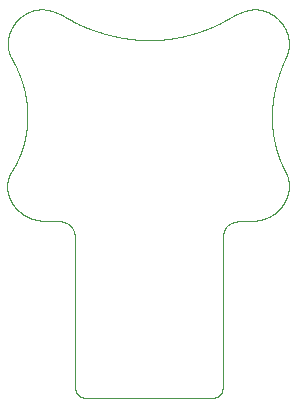
<source format=gm1>
G04 #@! TF.GenerationSoftware,KiCad,Pcbnew,(5.0.0)*
G04 #@! TF.CreationDate,2020-06-17T11:23:20-06:00*
G04 #@! TF.ProjectId,pogoprogC,706F676F70726F67432E6B696361645F,rev?*
G04 #@! TF.SameCoordinates,Original*
G04 #@! TF.FileFunction,Profile,NP*
%FSLAX46Y46*%
G04 Gerber Fmt 4.6, Leading zero omitted, Abs format (unit mm)*
G04 Created by KiCad (PCBNEW (5.0.0)) date 06/17/20 11:23:20*
%MOMM*%
%LPD*%
G01*
G04 APERTURE LIST*
%ADD10C,0.010000*%
G04 APERTURE END LIST*
D10*
X165956443Y-156962609D02*
X165956249Y-156969718D01*
X165956249Y-156969718D02*
X165956074Y-156976816D01*
X165956074Y-156976816D02*
X165955918Y-156983901D01*
X165955918Y-156983901D02*
X165955782Y-156990973D01*
X165955782Y-156990973D02*
X165955666Y-156998034D01*
X165955666Y-156998034D02*
X165955569Y-157005081D01*
X165955569Y-157005081D02*
X165955493Y-157012116D01*
X165955493Y-157012116D02*
X165955438Y-157019139D01*
X165955438Y-157019139D02*
X165955402Y-157026148D01*
X165955402Y-157026148D02*
X165955388Y-157033144D01*
X165955388Y-157033144D02*
X165955395Y-157040127D01*
X165955395Y-157040127D02*
X165955423Y-157047097D01*
X165955423Y-157047097D02*
X165955472Y-157054053D01*
X165955472Y-157054053D02*
X165955543Y-157060996D01*
X165955543Y-157060996D02*
X165955636Y-157067925D01*
X165955636Y-157067925D02*
X165955750Y-157074840D01*
X165955750Y-157074840D02*
X165955887Y-157081742D01*
X165955887Y-157081742D02*
X165956046Y-157088629D01*
X165956046Y-157088629D02*
X165956228Y-157095502D01*
X165956228Y-157095502D02*
X165956433Y-157102361D01*
X165956433Y-157102361D02*
X165956661Y-157109206D01*
X165956661Y-157109206D02*
X165956912Y-157116036D01*
X165956912Y-157116036D02*
X165957186Y-157122852D01*
X165957186Y-157122852D02*
X165957484Y-157129653D01*
X165957484Y-157129653D02*
X165957806Y-157136439D01*
X165957806Y-157136439D02*
X165958152Y-157143209D01*
X165958152Y-157143209D02*
X165958522Y-157149965D01*
X165958522Y-157149965D02*
X165958917Y-157156706D01*
X165958917Y-157156706D02*
X165959336Y-157163431D01*
X165959336Y-157163431D02*
X165959780Y-157170141D01*
X165959780Y-157170141D02*
X165960249Y-157176836D01*
X165960249Y-157176836D02*
X165960743Y-157183514D01*
X165960743Y-157183514D02*
X165961263Y-157190177D01*
X165961263Y-157190177D02*
X165961809Y-157196824D01*
X165961809Y-157196824D02*
X165962380Y-157203455D01*
X165962380Y-157203455D02*
X165962977Y-157210069D01*
X165962977Y-157210069D02*
X165963601Y-157216667D01*
X165963601Y-157216667D02*
X165964251Y-157223249D01*
X165964251Y-157223249D02*
X165964928Y-157229815D01*
X165964928Y-157229815D02*
X165965631Y-157236363D01*
X165965631Y-157236363D02*
X165966362Y-157242895D01*
X165966362Y-157242895D02*
X165967120Y-157249410D01*
X165967120Y-157249410D02*
X165967905Y-157255908D01*
X165967905Y-157255908D02*
X165968718Y-157262389D01*
X165968718Y-157262389D02*
X165969559Y-157268853D01*
X165969559Y-157268853D02*
X165970428Y-157275299D01*
X165970428Y-157275299D02*
X165971325Y-157281728D01*
X165971325Y-157281728D02*
X165972251Y-157288139D01*
X165972251Y-157288139D02*
X165973206Y-157294532D01*
X165973206Y-157294532D02*
X165974189Y-157300908D01*
X165974189Y-157300908D02*
X165975201Y-157307266D01*
X165975201Y-157307266D02*
X165976243Y-157313605D01*
X165976243Y-157313605D02*
X165977314Y-157319926D01*
X165977314Y-157319926D02*
X165978415Y-157326229D01*
X165978415Y-157326229D02*
X165979546Y-157332514D01*
X165979546Y-157332514D02*
X165980707Y-157338780D01*
X165980707Y-157338780D02*
X165981898Y-157345027D01*
X165981898Y-157345027D02*
X165983120Y-157351255D01*
X165983120Y-157351255D02*
X165984372Y-157357465D01*
X165984372Y-157357465D02*
X165985655Y-157363655D01*
X165985655Y-157363655D02*
X165986970Y-157369826D01*
X165986970Y-157369826D02*
X165988315Y-157375978D01*
X165988315Y-157375978D02*
X165989693Y-157382111D01*
X165989693Y-157382111D02*
X165991102Y-157388224D01*
X165991102Y-157388224D02*
X165992543Y-157394317D01*
X165992543Y-157394317D02*
X165994015Y-157400390D01*
X165994015Y-157400390D02*
X165995521Y-157406444D01*
X165995521Y-157406444D02*
X165997059Y-157412478D01*
X165997059Y-157412478D02*
X165998629Y-157418491D01*
X165998629Y-157418491D02*
X166000233Y-157424484D01*
X166000233Y-157424484D02*
X166001869Y-157430457D01*
X166001869Y-157430457D02*
X166003539Y-157436410D01*
X166003539Y-157436410D02*
X166005243Y-157442341D01*
X166005243Y-157442341D02*
X166006980Y-157448252D01*
X166006980Y-157448252D02*
X166008751Y-157454142D01*
X166008751Y-157454142D02*
X166010557Y-157460012D01*
X166010557Y-157460012D02*
X166012396Y-157465860D01*
X166012396Y-157465860D02*
X166014270Y-157471687D01*
X166014270Y-157471687D02*
X166016179Y-157477492D01*
X166016179Y-157477492D02*
X166018123Y-157483276D01*
X166018123Y-157483276D02*
X166020102Y-157489039D01*
X166020102Y-157489039D02*
X166022117Y-157494779D01*
X166022117Y-157494779D02*
X166024167Y-157500498D01*
X166024167Y-157500498D02*
X166026253Y-157506195D01*
X166026253Y-157506195D02*
X166028374Y-157511870D01*
X166028374Y-157511870D02*
X166030532Y-157517523D01*
X166030532Y-157517523D02*
X166032726Y-157523154D01*
X166032726Y-157523154D02*
X166034957Y-157528762D01*
X166034957Y-157528762D02*
X166037225Y-157534347D01*
X166037225Y-157534347D02*
X166039529Y-157539910D01*
X166039529Y-157539910D02*
X166041871Y-157545450D01*
X166041871Y-157545450D02*
X166044250Y-157550968D01*
X166044250Y-157550968D02*
X166046667Y-157556462D01*
X166046667Y-157556462D02*
X166049121Y-157561933D01*
X166049121Y-157561933D02*
X166051614Y-157567381D01*
X166051614Y-157567381D02*
X166054144Y-157572805D01*
X166054144Y-157572805D02*
X166056713Y-157578206D01*
X166056713Y-157578206D02*
X166059321Y-157583583D01*
X166059321Y-157583583D02*
X166061968Y-157588937D01*
X166061968Y-157588937D02*
X166064653Y-157594267D01*
X166064653Y-157594267D02*
X166067378Y-157599573D01*
X166067378Y-157599573D02*
X166070142Y-157604854D01*
X166070142Y-157604854D02*
X166072945Y-157610112D01*
X166072945Y-157610112D02*
X166075789Y-157615345D01*
X166075789Y-157615345D02*
X166078672Y-157620553D01*
X166078672Y-157620553D02*
X166081596Y-157625737D01*
X166081596Y-157625737D02*
X166084560Y-157630897D01*
X166084560Y-157630897D02*
X166087565Y-157636031D01*
X166087565Y-157636031D02*
X166090610Y-157641141D01*
X166090610Y-157641141D02*
X166093697Y-157646226D01*
X166093697Y-157646226D02*
X166096824Y-157651285D01*
X166096824Y-157651285D02*
X166099994Y-157656319D01*
X166099994Y-157656319D02*
X166103204Y-157661328D01*
X166103204Y-157661328D02*
X166106457Y-157666311D01*
X166106457Y-157666311D02*
X166109752Y-157671268D01*
X166109752Y-157671268D02*
X166113088Y-157676200D01*
X166113088Y-157676200D02*
X166116468Y-157681106D01*
X166116468Y-157681106D02*
X166119890Y-157685986D01*
X166119890Y-157685986D02*
X166123355Y-157690839D01*
X166123355Y-157690839D02*
X166126862Y-157695667D01*
X166126862Y-157695667D02*
X166130413Y-157700468D01*
X166130413Y-157700468D02*
X166134008Y-157705242D01*
X166134008Y-157705242D02*
X166137646Y-157709990D01*
X166137646Y-157709990D02*
X166141328Y-157714711D01*
X166141328Y-157714711D02*
X166145054Y-157719406D01*
X166145054Y-157719406D02*
X166148825Y-157724073D01*
X166148825Y-157724073D02*
X166152639Y-157728713D01*
X166152639Y-157728713D02*
X166156499Y-157733326D01*
X166156499Y-157733326D02*
X166160403Y-157737912D01*
X166160403Y-157737912D02*
X166164353Y-157742470D01*
X166164353Y-157742470D02*
X166168347Y-157747001D01*
X166168347Y-157747001D02*
X166172387Y-157751504D01*
X166172387Y-157751504D02*
X166176473Y-157755979D01*
X166176473Y-157755979D02*
X166180605Y-157760426D01*
X166180605Y-157760426D02*
X166184783Y-157764845D01*
X166184783Y-157764845D02*
X166189007Y-157769236D01*
X166189007Y-157769236D02*
X166193277Y-157773599D01*
X166193277Y-157773599D02*
X166197594Y-157777933D01*
X166197594Y-157777933D02*
X166201958Y-157782239D01*
X166201958Y-157782239D02*
X166206369Y-157786516D01*
X166206369Y-157786516D02*
X166210828Y-157790764D01*
X166210828Y-157790764D02*
X166215334Y-157794984D01*
X166215334Y-157794984D02*
X166219887Y-157799174D01*
X166219887Y-157799174D02*
X166224489Y-157803336D01*
X166224489Y-157803336D02*
X166229138Y-157807467D01*
X166229138Y-157807467D02*
X166233836Y-157811570D01*
X166233836Y-157811570D02*
X166238583Y-157815643D01*
X166238583Y-157815643D02*
X166243378Y-157819687D01*
X166243378Y-157819687D02*
X166248222Y-157823700D01*
X166248222Y-157823700D02*
X166253115Y-157827684D01*
X166253115Y-157827684D02*
X166258058Y-157831638D01*
X166258058Y-157831638D02*
X166263049Y-157835562D01*
X166263049Y-157835562D02*
X166268091Y-157839456D01*
X166268091Y-157839456D02*
X166273183Y-157843319D01*
X166273183Y-157843319D02*
X166278324Y-157847152D01*
X166278324Y-157847152D02*
X166283516Y-157850954D01*
X166283516Y-157850954D02*
X166288759Y-157854726D01*
X166288759Y-157854726D02*
X166294052Y-157858466D01*
X166294052Y-157858466D02*
X166299397Y-157862176D01*
X166299397Y-157862176D02*
X166304792Y-157865855D01*
X166304792Y-157865855D02*
X166310239Y-157869502D01*
X166310239Y-157869502D02*
X166315737Y-157873119D01*
X166315737Y-157873119D02*
X166321287Y-157876704D01*
X166321287Y-157876704D02*
X166326889Y-157880257D01*
X166326889Y-157880257D02*
X166332543Y-157883779D01*
X166332543Y-157883779D02*
X166338249Y-157887268D01*
X166338249Y-157887268D02*
X166344008Y-157890726D01*
X166344008Y-157890726D02*
X166349820Y-157894152D01*
X166349820Y-157894152D02*
X166355684Y-157897546D01*
X166355684Y-157897546D02*
X166361602Y-157900908D01*
X166361602Y-157900908D02*
X166367573Y-157904237D01*
X166367573Y-157904237D02*
X166373598Y-157907534D01*
X166373598Y-157907534D02*
X166379676Y-157910798D01*
X166379676Y-157910798D02*
X166385809Y-157914029D01*
X166385809Y-157914029D02*
X166391995Y-157917228D01*
X166391995Y-157917228D02*
X166398236Y-157920393D01*
X166398236Y-157920393D02*
X166404532Y-157923526D01*
X166404532Y-157923526D02*
X166410882Y-157926625D01*
X166410882Y-157926625D02*
X166417287Y-157929691D01*
X166417287Y-157929691D02*
X166423748Y-157932723D01*
X166423748Y-157932723D02*
X166430264Y-157935722D01*
X166430264Y-157935722D02*
X166436835Y-157938687D01*
X166436835Y-157938687D02*
X166443462Y-157941618D01*
X166443462Y-157941618D02*
X166450145Y-157944516D01*
X166450145Y-157944516D02*
X166456885Y-157947379D01*
X166456885Y-157947379D02*
X166463680Y-157950208D01*
X166463680Y-157950208D02*
X166470533Y-157953003D01*
X166470533Y-157953003D02*
X166477442Y-157955763D01*
X166477442Y-157955763D02*
X166484408Y-157958489D01*
X166484408Y-157958489D02*
X166491431Y-157961180D01*
X166491431Y-157961180D02*
X166498512Y-157963837D01*
X166498512Y-157963837D02*
X166505650Y-157966458D01*
X166505650Y-157966458D02*
X166512847Y-157969045D01*
X166512847Y-157969045D02*
X166520101Y-157971596D01*
X166520101Y-157971596D02*
X166527413Y-157974113D01*
X166527413Y-157974113D02*
X166534784Y-157976593D01*
X166534784Y-157976593D02*
X166542213Y-157979039D01*
X166542213Y-157979039D02*
X166549701Y-157981448D01*
X166549701Y-157981448D02*
X166557249Y-157983822D01*
X166557249Y-157983822D02*
X166564855Y-157986160D01*
X166564855Y-157986160D02*
X166572521Y-157988462D01*
X166572521Y-157988462D02*
X166580246Y-157990728D01*
X166580246Y-157990728D02*
X166588032Y-157992958D01*
X166588032Y-157992958D02*
X166595877Y-157995152D01*
X166595877Y-157995152D02*
X166603783Y-157997308D01*
X166603783Y-157997308D02*
X166611749Y-157999429D01*
X166611749Y-157999429D02*
X166619775Y-158001513D01*
X166619775Y-158001513D02*
X166627863Y-158003559D01*
X166627863Y-158003559D02*
X166636011Y-158005569D01*
X166636011Y-158005569D02*
X166644221Y-158007542D01*
X166644221Y-158007542D02*
X166652492Y-158009478D01*
X166652492Y-158009478D02*
X166660825Y-158011376D01*
X166660825Y-158011376D02*
X166669220Y-158013237D01*
X166669220Y-158013237D02*
X166677677Y-158015061D01*
X166677677Y-158015061D02*
X166686196Y-158016847D01*
X166686196Y-158016847D02*
X166694777Y-158018595D01*
X166694777Y-158018595D02*
X166703421Y-158020305D01*
X166703421Y-158020305D02*
X166712128Y-158021977D01*
X166712128Y-158021977D02*
X166720898Y-158023611D01*
X166720898Y-158023611D02*
X166729731Y-158025207D01*
X166729731Y-158025207D02*
X166738628Y-158026764D01*
X166738628Y-158026764D02*
X166747589Y-158028283D01*
X166747589Y-158028283D02*
X166756613Y-158029763D01*
X166756613Y-158029763D02*
X166765701Y-158031205D01*
X166765701Y-158031205D02*
X166774854Y-158032607D01*
X166774854Y-158032607D02*
X166784071Y-158033971D01*
X166784071Y-158033971D02*
X166793353Y-158035295D01*
X166793353Y-158035295D02*
X166802700Y-158036581D01*
X166802700Y-158036581D02*
X166812112Y-158037827D01*
X166812112Y-158037827D02*
X166821589Y-158039033D01*
X166821589Y-158039033D02*
X166831131Y-158040200D01*
X166831131Y-158040200D02*
X166840740Y-158041328D01*
X166840740Y-158041328D02*
X166850414Y-158042415D01*
X166850414Y-158042415D02*
X166860154Y-158043463D01*
X166860154Y-158043463D02*
X166869961Y-158044470D01*
X166869961Y-158044470D02*
X166879834Y-158045437D01*
X166879834Y-158045437D02*
X166889774Y-158046364D01*
X166889774Y-158046364D02*
X166899780Y-158047251D01*
X166899780Y-158047251D02*
X166909854Y-158048097D01*
X166909854Y-158048097D02*
X166919995Y-158048902D01*
X166919995Y-158048902D02*
X166930204Y-158049667D01*
X166930204Y-158049667D02*
X166940480Y-158050391D01*
X166940480Y-158050391D02*
X166950824Y-158051073D01*
X166950824Y-158051073D02*
X166961237Y-158051715D01*
X166961237Y-158051715D02*
X166971717Y-158052315D01*
X166971717Y-158052315D02*
X166982267Y-158052874D01*
X166982267Y-158052874D02*
X166992885Y-158053391D01*
X166992885Y-158053391D02*
X167003571Y-158053867D01*
X167003571Y-158053867D02*
X167014327Y-158054301D01*
X167014327Y-158054301D02*
X167025153Y-158054694D01*
X167025153Y-158054694D02*
X167036048Y-158055044D01*
X167036048Y-158055044D02*
X167047012Y-158055352D01*
X167047012Y-158055352D02*
X167058047Y-158055618D01*
X167058047Y-158055618D02*
X167069151Y-158055841D01*
X167069151Y-158055841D02*
X167080326Y-158056022D01*
X167080326Y-158056022D02*
X167091572Y-158056161D01*
X167091572Y-158056161D02*
X177307737Y-158056161D01*
X178442868Y-156962609D02*
X178443086Y-156969718D01*
X178443086Y-156969718D02*
X178443285Y-156976816D01*
X178443285Y-156976816D02*
X178443464Y-156983901D01*
X178443464Y-156983901D02*
X178443623Y-156990973D01*
X178443623Y-156990973D02*
X178443762Y-156998034D01*
X178443762Y-156998034D02*
X178443881Y-157005081D01*
X178443881Y-157005081D02*
X178443980Y-157012116D01*
X178443980Y-157012116D02*
X178444058Y-157019139D01*
X178444058Y-157019139D02*
X178444116Y-157026148D01*
X178444116Y-157026148D02*
X178444152Y-157033144D01*
X178444152Y-157033144D02*
X178444167Y-157040127D01*
X178444167Y-157040127D02*
X178444161Y-157047097D01*
X178444161Y-157047097D02*
X178444134Y-157054053D01*
X178444134Y-157054053D02*
X178444084Y-157060996D01*
X178444084Y-157060996D02*
X178444012Y-157067925D01*
X178444012Y-157067925D02*
X178443919Y-157074840D01*
X178443919Y-157074840D02*
X178443803Y-157081742D01*
X178443803Y-157081742D02*
X178443664Y-157088629D01*
X178443664Y-157088629D02*
X178443502Y-157095502D01*
X178443502Y-157095502D02*
X178443318Y-157102361D01*
X178443318Y-157102361D02*
X178443110Y-157109206D01*
X178443110Y-157109206D02*
X178442879Y-157116036D01*
X178442879Y-157116036D02*
X178442624Y-157122852D01*
X178442624Y-157122852D02*
X178442345Y-157129653D01*
X178442345Y-157129653D02*
X178442043Y-157136439D01*
X178442043Y-157136439D02*
X178441716Y-157143209D01*
X178441716Y-157143209D02*
X178441365Y-157149965D01*
X178441365Y-157149965D02*
X178440989Y-157156706D01*
X178440989Y-157156706D02*
X178440588Y-157163431D01*
X178440588Y-157163431D02*
X178440162Y-157170141D01*
X178440162Y-157170141D02*
X178439711Y-157176836D01*
X178439711Y-157176836D02*
X178439235Y-157183514D01*
X178439235Y-157183514D02*
X178438733Y-157190177D01*
X178438733Y-157190177D02*
X178438205Y-157196824D01*
X178438205Y-157196824D02*
X178437651Y-157203455D01*
X178437651Y-157203455D02*
X178437071Y-157210069D01*
X178437071Y-157210069D02*
X178436464Y-157216667D01*
X178436464Y-157216667D02*
X178435831Y-157223249D01*
X178435831Y-157223249D02*
X178435171Y-157229815D01*
X178435171Y-157229815D02*
X178434484Y-157236363D01*
X178434484Y-157236363D02*
X178433770Y-157242895D01*
X178433770Y-157242895D02*
X178433028Y-157249410D01*
X178433028Y-157249410D02*
X178432258Y-157255908D01*
X178432258Y-157255908D02*
X178431461Y-157262389D01*
X178431461Y-157262389D02*
X178430635Y-157268853D01*
X178430635Y-157268853D02*
X178429782Y-157275299D01*
X178429782Y-157275299D02*
X178428900Y-157281728D01*
X178428900Y-157281728D02*
X178427989Y-157288139D01*
X178427989Y-157288139D02*
X178427049Y-157294532D01*
X178427049Y-157294532D02*
X178426080Y-157300908D01*
X178426080Y-157300908D02*
X178425082Y-157307266D01*
X178425082Y-157307266D02*
X178424055Y-157313605D01*
X178424055Y-157313605D02*
X178422998Y-157319926D01*
X178422998Y-157319926D02*
X178421910Y-157326229D01*
X178421910Y-157326229D02*
X178420793Y-157332514D01*
X178420793Y-157332514D02*
X178419646Y-157338780D01*
X178419646Y-157338780D02*
X178418468Y-157345027D01*
X178418468Y-157345027D02*
X178417259Y-157351255D01*
X178417259Y-157351255D02*
X178416020Y-157357465D01*
X178416020Y-157357465D02*
X178414749Y-157363655D01*
X178414749Y-157363655D02*
X178413447Y-157369826D01*
X178413447Y-157369826D02*
X178412114Y-157375978D01*
X178412114Y-157375978D02*
X178410749Y-157382111D01*
X178410749Y-157382111D02*
X178409352Y-157388224D01*
X178409352Y-157388224D02*
X178407922Y-157394317D01*
X178407922Y-157394317D02*
X178406461Y-157400390D01*
X178406461Y-157400390D02*
X178404967Y-157406444D01*
X178404967Y-157406444D02*
X178403440Y-157412478D01*
X178403440Y-157412478D02*
X178401881Y-157418491D01*
X178401881Y-157418491D02*
X178400288Y-157424484D01*
X178400288Y-157424484D02*
X178398662Y-157430457D01*
X178398662Y-157430457D02*
X178397003Y-157436410D01*
X178397003Y-157436410D02*
X178395309Y-157442341D01*
X178395309Y-157442341D02*
X178393582Y-157448252D01*
X178393582Y-157448252D02*
X178391821Y-157454142D01*
X178391821Y-157454142D02*
X178390025Y-157460012D01*
X178390025Y-157460012D02*
X178388195Y-157465860D01*
X178388195Y-157465860D02*
X178386330Y-157471687D01*
X178386330Y-157471687D02*
X178384430Y-157477492D01*
X178384430Y-157477492D02*
X178382495Y-157483276D01*
X178382495Y-157483276D02*
X178380525Y-157489039D01*
X178380525Y-157489039D02*
X178378519Y-157494779D01*
X178378519Y-157494779D02*
X178376478Y-157500498D01*
X178376478Y-157500498D02*
X178374400Y-157506195D01*
X178374400Y-157506195D02*
X178372286Y-157511870D01*
X178372286Y-157511870D02*
X178370136Y-157517523D01*
X178370136Y-157517523D02*
X178367950Y-157523154D01*
X178367950Y-157523154D02*
X178365726Y-157528762D01*
X178365726Y-157528762D02*
X178363466Y-157534347D01*
X178363466Y-157534347D02*
X178361168Y-157539910D01*
X178361168Y-157539910D02*
X178358834Y-157545450D01*
X178358834Y-157545450D02*
X178356461Y-157550968D01*
X178356461Y-157550968D02*
X178354051Y-157556462D01*
X178354051Y-157556462D02*
X178351603Y-157561933D01*
X178351603Y-157561933D02*
X178349116Y-157567381D01*
X178349116Y-157567381D02*
X178346592Y-157572805D01*
X178346592Y-157572805D02*
X178344028Y-157578206D01*
X178344028Y-157578206D02*
X178341426Y-157583583D01*
X178341426Y-157583583D02*
X178338785Y-157588937D01*
X178338785Y-157588937D02*
X178336105Y-157594267D01*
X178336105Y-157594267D02*
X178333386Y-157599573D01*
X178333386Y-157599573D02*
X178330626Y-157604854D01*
X178330626Y-157604854D02*
X178327827Y-157610112D01*
X178327827Y-157610112D02*
X178324988Y-157615345D01*
X178324988Y-157615345D02*
X178322109Y-157620553D01*
X178322109Y-157620553D02*
X178319190Y-157625737D01*
X178319190Y-157625737D02*
X178316229Y-157630897D01*
X178316229Y-157630897D02*
X178313228Y-157636031D01*
X178313228Y-157636031D02*
X178310187Y-157641141D01*
X178310187Y-157641141D02*
X178307103Y-157646226D01*
X178307103Y-157646226D02*
X178303979Y-157651285D01*
X178303979Y-157651285D02*
X178300813Y-157656319D01*
X178300813Y-157656319D02*
X178297605Y-157661328D01*
X178297605Y-157661328D02*
X178294355Y-157666311D01*
X178294355Y-157666311D02*
X178291062Y-157671268D01*
X178291062Y-157671268D02*
X178287728Y-157676200D01*
X178287728Y-157676200D02*
X178284350Y-157681106D01*
X178284350Y-157681106D02*
X178280930Y-157685986D01*
X178280930Y-157685986D02*
X178277467Y-157690839D01*
X178277467Y-157690839D02*
X178273961Y-157695667D01*
X178273961Y-157695667D02*
X178270411Y-157700468D01*
X178270411Y-157700468D02*
X178266818Y-157705242D01*
X178266818Y-157705242D02*
X178263180Y-157709990D01*
X178263180Y-157709990D02*
X178259499Y-157714711D01*
X178259499Y-157714711D02*
X178255774Y-157719406D01*
X178255774Y-157719406D02*
X178252004Y-157724073D01*
X178252004Y-157724073D02*
X178248189Y-157728713D01*
X178248189Y-157728713D02*
X178244330Y-157733326D01*
X178244330Y-157733326D02*
X178240425Y-157737912D01*
X178240425Y-157737912D02*
X178236475Y-157742470D01*
X178236475Y-157742470D02*
X178232480Y-157747001D01*
X178232480Y-157747001D02*
X178228439Y-157751504D01*
X178228439Y-157751504D02*
X178224352Y-157755979D01*
X178224352Y-157755979D02*
X178220220Y-157760426D01*
X178220220Y-157760426D02*
X178216041Y-157764845D01*
X178216041Y-157764845D02*
X178211815Y-157769236D01*
X178211815Y-157769236D02*
X178207543Y-157773599D01*
X178207543Y-157773599D02*
X178203224Y-157777933D01*
X178203224Y-157777933D02*
X178198858Y-157782239D01*
X178198858Y-157782239D02*
X178194445Y-157786516D01*
X178194445Y-157786516D02*
X178189984Y-157790764D01*
X178189984Y-157790764D02*
X178185475Y-157794984D01*
X178185475Y-157794984D02*
X178180919Y-157799174D01*
X178180919Y-157799174D02*
X178176314Y-157803336D01*
X178176314Y-157803336D02*
X178171662Y-157807467D01*
X178171662Y-157807467D02*
X178166960Y-157811570D01*
X178166960Y-157811570D02*
X178162210Y-157815643D01*
X178162210Y-157815643D02*
X178157412Y-157819687D01*
X178157412Y-157819687D02*
X178152564Y-157823700D01*
X178152564Y-157823700D02*
X178147667Y-157827684D01*
X178147667Y-157827684D02*
X178142720Y-157831638D01*
X178142720Y-157831638D02*
X178137723Y-157835562D01*
X178137723Y-157835562D02*
X178132677Y-157839456D01*
X178132677Y-157839456D02*
X178127581Y-157843319D01*
X178127581Y-157843319D02*
X178122434Y-157847152D01*
X178122434Y-157847152D02*
X178117237Y-157850954D01*
X178117237Y-157850954D02*
X178111989Y-157854726D01*
X178111989Y-157854726D02*
X178106690Y-157858466D01*
X178106690Y-157858466D02*
X178101340Y-157862176D01*
X178101340Y-157862176D02*
X178095939Y-157865855D01*
X178095939Y-157865855D02*
X178090486Y-157869502D01*
X178090486Y-157869502D02*
X178084982Y-157873119D01*
X178084982Y-157873119D02*
X178079425Y-157876704D01*
X178079425Y-157876704D02*
X178073817Y-157880257D01*
X178073817Y-157880257D02*
X178068156Y-157883779D01*
X178068156Y-157883779D02*
X178062442Y-157887268D01*
X178062442Y-157887268D02*
X178056676Y-157890726D01*
X178056676Y-157890726D02*
X178050857Y-157894152D01*
X178050857Y-157894152D02*
X178044985Y-157897546D01*
X178044985Y-157897546D02*
X178039059Y-157900908D01*
X178039059Y-157900908D02*
X178033080Y-157904237D01*
X178033080Y-157904237D02*
X178027048Y-157907534D01*
X178027048Y-157907534D02*
X178020961Y-157910798D01*
X178020961Y-157910798D02*
X178014820Y-157914029D01*
X178014820Y-157914029D02*
X178008625Y-157917228D01*
X178008625Y-157917228D02*
X178002375Y-157920393D01*
X178002375Y-157920393D02*
X177996070Y-157923526D01*
X177996070Y-157923526D02*
X177989711Y-157926625D01*
X177989711Y-157926625D02*
X177983296Y-157929691D01*
X177983296Y-157929691D02*
X177976826Y-157932723D01*
X177976826Y-157932723D02*
X177970300Y-157935722D01*
X177970300Y-157935722D02*
X177963719Y-157938687D01*
X177963719Y-157938687D02*
X177957082Y-157941618D01*
X177957082Y-157941618D02*
X177950388Y-157944516D01*
X177950388Y-157944516D02*
X177943638Y-157947379D01*
X177943638Y-157947379D02*
X177936832Y-157950208D01*
X177936832Y-157950208D02*
X177929969Y-157953003D01*
X177929969Y-157953003D02*
X177923048Y-157955763D01*
X177923048Y-157955763D02*
X177916071Y-157958489D01*
X177916071Y-157958489D02*
X177909036Y-157961180D01*
X177909036Y-157961180D02*
X177901944Y-157963837D01*
X177901944Y-157963837D02*
X177894794Y-157966458D01*
X177894794Y-157966458D02*
X177887586Y-157969045D01*
X177887586Y-157969045D02*
X177880319Y-157971596D01*
X177880319Y-157971596D02*
X177872995Y-157974113D01*
X177872995Y-157974113D02*
X177865611Y-157976593D01*
X177865611Y-157976593D02*
X177858169Y-157979039D01*
X177858169Y-157979039D02*
X177850668Y-157981448D01*
X177850668Y-157981448D02*
X177843108Y-157983822D01*
X177843108Y-157983822D02*
X177835488Y-157986160D01*
X177835488Y-157986160D02*
X177827809Y-157988462D01*
X177827809Y-157988462D02*
X177820070Y-157990728D01*
X177820070Y-157990728D02*
X177812271Y-157992958D01*
X177812271Y-157992958D02*
X177804411Y-157995152D01*
X177804411Y-157995152D02*
X177796492Y-157997308D01*
X177796492Y-157997308D02*
X177788511Y-157999429D01*
X177788511Y-157999429D02*
X177780470Y-158001513D01*
X177780470Y-158001513D02*
X177772368Y-158003559D01*
X177772368Y-158003559D02*
X177764204Y-158005569D01*
X177764204Y-158005569D02*
X177755980Y-158007542D01*
X177755980Y-158007542D02*
X177747693Y-158009478D01*
X177747693Y-158009478D02*
X177739345Y-158011376D01*
X177739345Y-158011376D02*
X177730934Y-158013237D01*
X177730934Y-158013237D02*
X177722462Y-158015061D01*
X177722462Y-158015061D02*
X177713927Y-158016847D01*
X177713927Y-158016847D02*
X177705329Y-158018595D01*
X177705329Y-158018595D02*
X177696669Y-158020305D01*
X177696669Y-158020305D02*
X177687945Y-158021977D01*
X177687945Y-158021977D02*
X177679158Y-158023611D01*
X177679158Y-158023611D02*
X177670308Y-158025207D01*
X177670308Y-158025207D02*
X177661394Y-158026764D01*
X177661394Y-158026764D02*
X177652416Y-158028283D01*
X177652416Y-158028283D02*
X177643375Y-158029763D01*
X177643375Y-158029763D02*
X177634269Y-158031205D01*
X177634269Y-158031205D02*
X177625098Y-158032607D01*
X177625098Y-158032607D02*
X177615863Y-158033971D01*
X177615863Y-158033971D02*
X177606563Y-158035295D01*
X177606563Y-158035295D02*
X177597198Y-158036581D01*
X177597198Y-158036581D02*
X177587767Y-158037827D01*
X177587767Y-158037827D02*
X177578272Y-158039033D01*
X177578272Y-158039033D02*
X177568710Y-158040200D01*
X177568710Y-158040200D02*
X177559083Y-158041328D01*
X177559083Y-158041328D02*
X177549389Y-158042415D01*
X177549389Y-158042415D02*
X177539629Y-158043463D01*
X177539629Y-158043463D02*
X177529803Y-158044470D01*
X177529803Y-158044470D02*
X177519910Y-158045437D01*
X177519910Y-158045437D02*
X177509950Y-158046364D01*
X177509950Y-158046364D02*
X177499924Y-158047251D01*
X177499924Y-158047251D02*
X177489829Y-158048097D01*
X177489829Y-158048097D02*
X177479668Y-158048902D01*
X177479668Y-158048902D02*
X177469438Y-158049667D01*
X177469438Y-158049667D02*
X177459141Y-158050391D01*
X177459141Y-158050391D02*
X177448776Y-158051073D01*
X177448776Y-158051073D02*
X177438342Y-158051715D01*
X177438342Y-158051715D02*
X177427840Y-158052315D01*
X177427840Y-158052315D02*
X177417269Y-158052874D01*
X177417269Y-158052874D02*
X177406629Y-158053391D01*
X177406629Y-158053391D02*
X177395920Y-158053867D01*
X177395920Y-158053867D02*
X177385142Y-158054301D01*
X177385142Y-158054301D02*
X177374294Y-158054694D01*
X177374294Y-158054694D02*
X177363377Y-158055044D01*
X177363377Y-158055044D02*
X177352390Y-158055352D01*
X177352390Y-158055352D02*
X177341332Y-158055618D01*
X177341332Y-158055618D02*
X177330204Y-158055841D01*
X177330204Y-158055841D02*
X177319006Y-158056022D01*
X177319006Y-158056022D02*
X177307737Y-158056161D01*
X165956443Y-144933499D02*
X165956443Y-156962609D01*
X180880735Y-143035157D02*
X180858306Y-143034993D01*
X180858306Y-143034993D02*
X180836004Y-143034855D01*
X180836004Y-143034855D02*
X180813827Y-143034745D01*
X180813827Y-143034745D02*
X180791776Y-143034662D01*
X180791776Y-143034662D02*
X180769850Y-143034606D01*
X180769850Y-143034606D02*
X180748049Y-143034579D01*
X180748049Y-143034579D02*
X180726373Y-143034580D01*
X180726373Y-143034580D02*
X180704821Y-143034610D01*
X180704821Y-143034610D02*
X180683393Y-143034670D01*
X180683393Y-143034670D02*
X180662089Y-143034759D01*
X180662089Y-143034759D02*
X180640908Y-143034878D01*
X180640908Y-143034878D02*
X180619850Y-143035028D01*
X180619850Y-143035028D02*
X180598916Y-143035209D01*
X180598916Y-143035209D02*
X180578104Y-143035420D01*
X180578104Y-143035420D02*
X180557414Y-143035664D01*
X180557414Y-143035664D02*
X180536846Y-143035939D01*
X180536846Y-143035939D02*
X180516400Y-143036247D01*
X180516400Y-143036247D02*
X180496075Y-143036588D01*
X180496075Y-143036588D02*
X180475871Y-143036962D01*
X180475871Y-143036962D02*
X180455788Y-143037369D01*
X180455788Y-143037369D02*
X180435826Y-143037811D01*
X180435826Y-143037811D02*
X180415984Y-143038286D01*
X180415984Y-143038286D02*
X180396261Y-143038797D01*
X180396261Y-143038797D02*
X180376659Y-143039342D01*
X180376659Y-143039342D02*
X180357176Y-143039924D01*
X180357176Y-143039924D02*
X180337812Y-143040541D01*
X180337812Y-143040541D02*
X180318566Y-143041194D01*
X180318566Y-143041194D02*
X180299439Y-143041884D01*
X180299439Y-143041884D02*
X180280430Y-143042611D01*
X180280430Y-143042611D02*
X180261539Y-143043376D01*
X180261539Y-143043376D02*
X180242766Y-143044178D01*
X180242766Y-143044178D02*
X180224110Y-143045019D01*
X180224110Y-143045019D02*
X180205571Y-143045898D01*
X180205571Y-143045898D02*
X180187149Y-143046816D01*
X180187149Y-143046816D02*
X180168843Y-143047774D01*
X180168843Y-143047774D02*
X180150653Y-143048771D01*
X180150653Y-143048771D02*
X180132579Y-143049809D01*
X180132579Y-143049809D02*
X180114620Y-143050887D01*
X180114620Y-143050887D02*
X180096777Y-143052006D01*
X180096777Y-143052006D02*
X180079049Y-143053166D01*
X180079049Y-143053166D02*
X180061435Y-143054368D01*
X180061435Y-143054368D02*
X180043936Y-143055613D01*
X180043936Y-143055613D02*
X180026550Y-143056899D01*
X180026550Y-143056899D02*
X180009279Y-143058229D01*
X180009279Y-143058229D02*
X179992121Y-143059602D01*
X179992121Y-143059602D02*
X179975076Y-143061019D01*
X179975076Y-143061019D02*
X179958144Y-143062479D01*
X179958144Y-143062479D02*
X179941324Y-143063984D01*
X179941324Y-143063984D02*
X179924617Y-143065534D01*
X179924617Y-143065534D02*
X179908022Y-143067129D01*
X179908022Y-143067129D02*
X179891538Y-143068770D01*
X179891538Y-143068770D02*
X179875166Y-143070457D01*
X179875166Y-143070457D02*
X179858905Y-143072190D01*
X179858905Y-143072190D02*
X179842755Y-143073970D01*
X179842755Y-143073970D02*
X179826716Y-143075797D01*
X179826716Y-143075797D02*
X179810786Y-143077671D01*
X179810786Y-143077671D02*
X179794967Y-143079594D01*
X179794967Y-143079594D02*
X179779257Y-143081565D01*
X179779257Y-143081565D02*
X179763657Y-143083584D01*
X179763657Y-143083584D02*
X179748165Y-143085653D01*
X179748165Y-143085653D02*
X179732783Y-143087771D01*
X179732783Y-143087771D02*
X179717509Y-143089939D01*
X179717509Y-143089939D02*
X179702343Y-143092157D01*
X179702343Y-143092157D02*
X179687285Y-143094426D01*
X179687285Y-143094426D02*
X179672334Y-143096746D01*
X179672334Y-143096746D02*
X179657491Y-143099118D01*
X179657491Y-143099118D02*
X179642755Y-143101541D01*
X179642755Y-143101541D02*
X179628125Y-143104016D01*
X179628125Y-143104016D02*
X179613602Y-143106544D01*
X179613602Y-143106544D02*
X179599185Y-143109125D01*
X179599185Y-143109125D02*
X179584874Y-143111760D01*
X179584874Y-143111760D02*
X179570668Y-143114448D01*
X179570668Y-143114448D02*
X179556568Y-143117190D01*
X179556568Y-143117190D02*
X179542573Y-143119987D01*
X179542573Y-143119987D02*
X179528682Y-143122838D01*
X179528682Y-143122838D02*
X179514895Y-143125745D01*
X179514895Y-143125745D02*
X179501213Y-143128708D01*
X179501213Y-143128708D02*
X179487634Y-143131727D01*
X179487634Y-143131727D02*
X179474159Y-143134802D01*
X179474159Y-143134802D02*
X179460787Y-143137934D01*
X179460787Y-143137934D02*
X179447518Y-143141124D01*
X179447518Y-143141124D02*
X179434352Y-143144371D01*
X179434352Y-143144371D02*
X179421288Y-143147676D01*
X179421288Y-143147676D02*
X179408325Y-143151039D01*
X179408325Y-143151039D02*
X179395465Y-143154461D01*
X179395465Y-143154461D02*
X179382706Y-143157943D01*
X179382706Y-143157943D02*
X179370048Y-143161484D01*
X179370048Y-143161484D02*
X179357491Y-143165085D01*
X179357491Y-143165085D02*
X179345034Y-143168746D01*
X179345034Y-143168746D02*
X179332678Y-143172468D01*
X179332678Y-143172468D02*
X179320422Y-143176251D01*
X179320422Y-143176251D02*
X179308265Y-143180096D01*
X179308265Y-143180096D02*
X179296208Y-143184002D01*
X179296208Y-143184002D02*
X179284249Y-143187971D01*
X179284249Y-143187971D02*
X179272390Y-143192003D01*
X179272390Y-143192003D02*
X179260629Y-143196097D01*
X179260629Y-143196097D02*
X179248966Y-143200256D01*
X179248966Y-143200256D02*
X179237401Y-143204478D01*
X179237401Y-143204478D02*
X179225934Y-143208764D01*
X179225934Y-143208764D02*
X179214564Y-143213115D01*
X179214564Y-143213115D02*
X179203291Y-143217530D01*
X179203291Y-143217530D02*
X179192114Y-143222012D01*
X179192114Y-143222012D02*
X179181034Y-143226559D01*
X179181034Y-143226559D02*
X179170051Y-143231172D01*
X179170051Y-143231172D02*
X179159163Y-143235851D01*
X179159163Y-143235851D02*
X179148370Y-143240598D01*
X179148370Y-143240598D02*
X179137673Y-143245412D01*
X179137673Y-143245412D02*
X179127071Y-143250294D01*
X179127071Y-143250294D02*
X179116563Y-143255244D01*
X179116563Y-143255244D02*
X179106150Y-143260262D01*
X179106150Y-143260262D02*
X179095831Y-143265349D01*
X179095831Y-143265349D02*
X179085606Y-143270506D01*
X179085606Y-143270506D02*
X179075474Y-143275732D01*
X179075474Y-143275732D02*
X179065435Y-143281028D01*
X179065435Y-143281028D02*
X179055489Y-143286395D01*
X179055489Y-143286395D02*
X179045636Y-143291833D01*
X179045636Y-143291833D02*
X179035875Y-143297341D01*
X179035875Y-143297341D02*
X179026206Y-143302922D01*
X179026206Y-143302922D02*
X179016629Y-143308574D01*
X179016629Y-143308574D02*
X179007143Y-143314299D01*
X179007143Y-143314299D02*
X178997749Y-143320096D01*
X178997749Y-143320096D02*
X178988445Y-143325967D01*
X178988445Y-143325967D02*
X178979232Y-143331911D01*
X178979232Y-143331911D02*
X178970109Y-143337929D01*
X178970109Y-143337929D02*
X178961076Y-143344022D01*
X178961076Y-143344022D02*
X178952133Y-143350189D01*
X178952133Y-143350189D02*
X178943279Y-143356431D01*
X178943279Y-143356431D02*
X178934514Y-143362749D01*
X178934514Y-143362749D02*
X178925838Y-143369143D01*
X178925838Y-143369143D02*
X178917250Y-143375613D01*
X178917250Y-143375613D02*
X178908751Y-143382159D01*
X178908751Y-143382159D02*
X178900339Y-143388783D01*
X178900339Y-143388783D02*
X178892015Y-143395484D01*
X178892015Y-143395484D02*
X178883778Y-143402263D01*
X178883778Y-143402263D02*
X178875629Y-143409120D01*
X178875629Y-143409120D02*
X178867566Y-143416055D01*
X178867566Y-143416055D02*
X178859589Y-143423070D01*
X178859589Y-143423070D02*
X178851699Y-143430164D01*
X178851699Y-143430164D02*
X178843895Y-143437338D01*
X178843895Y-143437338D02*
X178836176Y-143444592D01*
X178836176Y-143444592D02*
X178828542Y-143451926D01*
X178828542Y-143451926D02*
X178820993Y-143459341D01*
X178820993Y-143459341D02*
X178813529Y-143466838D01*
X178813529Y-143466838D02*
X178806150Y-143474416D01*
X178806150Y-143474416D02*
X178798854Y-143482077D01*
X178798854Y-143482077D02*
X178791642Y-143489820D01*
X178791642Y-143489820D02*
X178784514Y-143497646D01*
X178784514Y-143497646D02*
X178777469Y-143505555D01*
X178777469Y-143505555D02*
X178770507Y-143513547D01*
X178770507Y-143513547D02*
X178763627Y-143521624D01*
X178763627Y-143521624D02*
X178756830Y-143529785D01*
X178756830Y-143529785D02*
X178750114Y-143538031D01*
X178750114Y-143538031D02*
X178743481Y-143546362D01*
X178743481Y-143546362D02*
X178736929Y-143554779D01*
X178736929Y-143554779D02*
X178730458Y-143563282D01*
X178730458Y-143563282D02*
X178724068Y-143571871D01*
X178724068Y-143571871D02*
X178717758Y-143580546D01*
X178717758Y-143580546D02*
X178711529Y-143589309D01*
X178711529Y-143589309D02*
X178705379Y-143598160D01*
X178705379Y-143598160D02*
X178699310Y-143607098D01*
X178699310Y-143607098D02*
X178693319Y-143616124D01*
X178693319Y-143616124D02*
X178687408Y-143625240D01*
X178687408Y-143625240D02*
X178681576Y-143634444D01*
X178681576Y-143634444D02*
X178675822Y-143643738D01*
X178675822Y-143643738D02*
X178670146Y-143653122D01*
X178670146Y-143653122D02*
X178664548Y-143662596D01*
X178664548Y-143662596D02*
X178659028Y-143672160D01*
X178659028Y-143672160D02*
X178653585Y-143681816D01*
X178653585Y-143681816D02*
X178648219Y-143691563D01*
X178648219Y-143691563D02*
X178642930Y-143701401D01*
X178642930Y-143701401D02*
X178637717Y-143711332D01*
X178637717Y-143711332D02*
X178632581Y-143721356D01*
X178632581Y-143721356D02*
X178627520Y-143731472D01*
X178627520Y-143731472D02*
X178622535Y-143741682D01*
X178622535Y-143741682D02*
X178617625Y-143751985D01*
X178617625Y-143751985D02*
X178612790Y-143762383D01*
X178612790Y-143762383D02*
X178608030Y-143772875D01*
X178608030Y-143772875D02*
X178603344Y-143783462D01*
X178603344Y-143783462D02*
X178598732Y-143794144D01*
X178598732Y-143794144D02*
X178594194Y-143804922D01*
X178594194Y-143804922D02*
X178589729Y-143815796D01*
X178589729Y-143815796D02*
X178585338Y-143826767D01*
X178585338Y-143826767D02*
X178581020Y-143837834D01*
X178581020Y-143837834D02*
X178576774Y-143848999D01*
X178576774Y-143848999D02*
X178572601Y-143860261D01*
X178572601Y-143860261D02*
X178568499Y-143871621D01*
X178568499Y-143871621D02*
X178564469Y-143883079D01*
X178564469Y-143883079D02*
X178560511Y-143894637D01*
X178560511Y-143894637D02*
X178556624Y-143906293D01*
X178556624Y-143906293D02*
X178552808Y-143918049D01*
X178552808Y-143918049D02*
X178549062Y-143929905D01*
X178549062Y-143929905D02*
X178545387Y-143941861D01*
X178545387Y-143941861D02*
X178541781Y-143953918D01*
X178541781Y-143953918D02*
X178538246Y-143966076D01*
X178538246Y-143966076D02*
X178534779Y-143978336D01*
X178534779Y-143978336D02*
X178531382Y-143990697D01*
X178531382Y-143990697D02*
X178528054Y-144003161D01*
X178528054Y-144003161D02*
X178524794Y-144015727D01*
X178524794Y-144015727D02*
X178521602Y-144028397D01*
X178521602Y-144028397D02*
X178518478Y-144041170D01*
X178518478Y-144041170D02*
X178515422Y-144054046D01*
X178515422Y-144054046D02*
X178512433Y-144067027D01*
X178512433Y-144067027D02*
X178509511Y-144080112D01*
X178509511Y-144080112D02*
X178506656Y-144093303D01*
X178506656Y-144093303D02*
X178503867Y-144106599D01*
X178503867Y-144106599D02*
X178501145Y-144120000D01*
X178501145Y-144120000D02*
X178498488Y-144133508D01*
X178498488Y-144133508D02*
X178495897Y-144147122D01*
X178495897Y-144147122D02*
X178493371Y-144160843D01*
X178493371Y-144160843D02*
X178490910Y-144174672D01*
X178490910Y-144174672D02*
X178488514Y-144188608D01*
X178488514Y-144188608D02*
X178486182Y-144202652D01*
X178486182Y-144202652D02*
X178483915Y-144216805D01*
X178483915Y-144216805D02*
X178481711Y-144231067D01*
X178481711Y-144231067D02*
X178479570Y-144245438D01*
X178479570Y-144245438D02*
X178477493Y-144259918D01*
X178477493Y-144259918D02*
X178475479Y-144274509D01*
X178475479Y-144274509D02*
X178473527Y-144289210D01*
X178473527Y-144289210D02*
X178471638Y-144304021D01*
X178471638Y-144304021D02*
X178469811Y-144318944D01*
X178469811Y-144318944D02*
X178468045Y-144333979D01*
X178468045Y-144333979D02*
X178466341Y-144349125D01*
X178466341Y-144349125D02*
X178464698Y-144364384D01*
X178464698Y-144364384D02*
X178463116Y-144379756D01*
X178463116Y-144379756D02*
X178461595Y-144395241D01*
X178461595Y-144395241D02*
X178460134Y-144410839D01*
X178460134Y-144410839D02*
X178458732Y-144426551D01*
X178458732Y-144426551D02*
X178457391Y-144442377D01*
X178457391Y-144442377D02*
X178456109Y-144458319D01*
X178456109Y-144458319D02*
X178454886Y-144474375D01*
X178454886Y-144474375D02*
X178453721Y-144490547D01*
X178453721Y-144490547D02*
X178452616Y-144506834D01*
X178452616Y-144506834D02*
X178451568Y-144523238D01*
X178451568Y-144523238D02*
X178450579Y-144539758D01*
X178450579Y-144539758D02*
X178449647Y-144556396D01*
X178449647Y-144556396D02*
X178448772Y-144573151D01*
X178448772Y-144573151D02*
X178447954Y-144590023D01*
X178447954Y-144590023D02*
X178447194Y-144607014D01*
X178447194Y-144607014D02*
X178446489Y-144624123D01*
X178446489Y-144624123D02*
X178445841Y-144641352D01*
X178445841Y-144641352D02*
X178445249Y-144658699D01*
X178445249Y-144658699D02*
X178444712Y-144676167D01*
X178444712Y-144676167D02*
X178444231Y-144693754D01*
X178444231Y-144693754D02*
X178443804Y-144711462D01*
X178443804Y-144711462D02*
X178443432Y-144729291D01*
X178443432Y-144729291D02*
X178443115Y-144747241D01*
X178443115Y-144747241D02*
X178442852Y-144765313D01*
X178442852Y-144765313D02*
X178442642Y-144783507D01*
X178442642Y-144783507D02*
X178442486Y-144801823D01*
X178442486Y-144801823D02*
X178442383Y-144820263D01*
X178442383Y-144820263D02*
X178442333Y-144838825D01*
X178442333Y-144838825D02*
X178442336Y-144857511D01*
X178442336Y-144857511D02*
X178442391Y-144876321D01*
X178442391Y-144876321D02*
X178442499Y-144895255D01*
X178442499Y-144895255D02*
X178442658Y-144914315D01*
X178442658Y-144914315D02*
X178442868Y-144933499D01*
X160466205Y-129100220D02*
X160458795Y-129082901D01*
X160458795Y-129082901D02*
X160451519Y-129065560D01*
X160451519Y-129065560D02*
X160444376Y-129048199D01*
X160444376Y-129048199D02*
X160437365Y-129030819D01*
X160437365Y-129030819D02*
X160430487Y-129013419D01*
X160430487Y-129013419D02*
X160423740Y-128996000D01*
X160423740Y-128996000D02*
X160417126Y-128978563D01*
X160417126Y-128978563D02*
X160410643Y-128961107D01*
X160410643Y-128961107D02*
X160404291Y-128943634D01*
X160404291Y-128943634D02*
X160398071Y-128926145D01*
X160398071Y-128926145D02*
X160391981Y-128908638D01*
X160391981Y-128908638D02*
X160386022Y-128891116D01*
X160386022Y-128891116D02*
X160380192Y-128873578D01*
X160380192Y-128873578D02*
X160374493Y-128856025D01*
X160374493Y-128856025D02*
X160368923Y-128838457D01*
X160368923Y-128838457D02*
X160363483Y-128820876D01*
X160363483Y-128820876D02*
X160358172Y-128803280D01*
X160358172Y-128803280D02*
X160352990Y-128785672D01*
X160352990Y-128785672D02*
X160347936Y-128768051D01*
X160347936Y-128768051D02*
X160343010Y-128750417D01*
X160343010Y-128750417D02*
X160338213Y-128732772D01*
X160338213Y-128732772D02*
X160333543Y-128715116D01*
X160333543Y-128715116D02*
X160329001Y-128697449D01*
X160329001Y-128697449D02*
X160324586Y-128679772D01*
X160324586Y-128679772D02*
X160320298Y-128662085D01*
X160320298Y-128662085D02*
X160316136Y-128644388D01*
X160316136Y-128644388D02*
X160312101Y-128626683D01*
X160312101Y-128626683D02*
X160308192Y-128608970D01*
X160308192Y-128608970D02*
X160304409Y-128591248D01*
X160304409Y-128591248D02*
X160300751Y-128573520D01*
X160300751Y-128573520D02*
X160297219Y-128555784D01*
X160297219Y-128555784D02*
X160293812Y-128538042D01*
X160293812Y-128538042D02*
X160290529Y-128520294D01*
X160290529Y-128520294D02*
X160287371Y-128502541D01*
X160287371Y-128502541D02*
X160284337Y-128484782D01*
X160284337Y-128484782D02*
X160281427Y-128467020D01*
X160281427Y-128467020D02*
X160278641Y-128449253D01*
X160278641Y-128449253D02*
X160275978Y-128431482D01*
X160275978Y-128431482D02*
X160273438Y-128413709D01*
X160273438Y-128413709D02*
X160271021Y-128395933D01*
X160271021Y-128395933D02*
X160268727Y-128378155D01*
X160268727Y-128378155D02*
X160266555Y-128360376D01*
X160266555Y-128360376D02*
X160264504Y-128342595D01*
X160264504Y-128342595D02*
X160262576Y-128324814D01*
X160262576Y-128324814D02*
X160260769Y-128307032D01*
X160260769Y-128307032D02*
X160259084Y-128289251D01*
X160259084Y-128289251D02*
X160257519Y-128271471D01*
X160257519Y-128271471D02*
X160256075Y-128253692D01*
X160256075Y-128253692D02*
X160254751Y-128235914D01*
X160254751Y-128235914D02*
X160253547Y-128218139D01*
X160253547Y-128218139D02*
X160252464Y-128200367D01*
X160252464Y-128200367D02*
X160251500Y-128182598D01*
X160251500Y-128182598D02*
X160250655Y-128164833D01*
X160250655Y-128164833D02*
X160249929Y-128147072D01*
X160249929Y-128147072D02*
X160249322Y-128129315D01*
X160249322Y-128129315D02*
X160248833Y-128111564D01*
X160248833Y-128111564D02*
X160248463Y-128093818D01*
X160248463Y-128093818D02*
X160248210Y-128076079D01*
X160248210Y-128076079D02*
X160248075Y-128058346D01*
X160248075Y-128058346D02*
X160248058Y-128040620D01*
X160248058Y-128040620D02*
X160248158Y-128022901D01*
X160248158Y-128022901D02*
X160248374Y-128005191D01*
X160248374Y-128005191D02*
X160248707Y-127987489D01*
X160248707Y-127987489D02*
X160249157Y-127969796D01*
X160249157Y-127969796D02*
X160249722Y-127952113D01*
X160249722Y-127952113D02*
X160250403Y-127934440D01*
X160250403Y-127934440D02*
X160251200Y-127916777D01*
X160251200Y-127916777D02*
X160252112Y-127899125D01*
X160252112Y-127899125D02*
X160253138Y-127881484D01*
X160253138Y-127881484D02*
X160254280Y-127863856D01*
X160254280Y-127863856D02*
X160255536Y-127846239D01*
X160255536Y-127846239D02*
X160256906Y-127828636D01*
X160256906Y-127828636D02*
X160258390Y-127811046D01*
X160258390Y-127811046D02*
X160259987Y-127793469D01*
X160259987Y-127793469D02*
X160261698Y-127775907D01*
X160261698Y-127775907D02*
X160263521Y-127758360D01*
X160263521Y-127758360D02*
X160265458Y-127740828D01*
X160265458Y-127740828D02*
X160267507Y-127723312D01*
X160267507Y-127723312D02*
X160269668Y-127705812D01*
X160269668Y-127705812D02*
X160271941Y-127688328D01*
X160271941Y-127688328D02*
X160274326Y-127670862D01*
X160274326Y-127670862D02*
X160276822Y-127653414D01*
X160276822Y-127653414D02*
X160279430Y-127635983D01*
X160279430Y-127635983D02*
X160282148Y-127618572D01*
X160282148Y-127618572D02*
X160284977Y-127601179D01*
X160284977Y-127601179D02*
X160287916Y-127583806D01*
X160287916Y-127583806D02*
X160290965Y-127566453D01*
X160290965Y-127566453D02*
X160294124Y-127549121D01*
X160294124Y-127549121D02*
X160297392Y-127531810D01*
X160297392Y-127531810D02*
X160300769Y-127514520D01*
X160300769Y-127514520D02*
X160304256Y-127497252D01*
X160304256Y-127497252D02*
X160307851Y-127480007D01*
X160307851Y-127480007D02*
X160311555Y-127462784D01*
X160311555Y-127462784D02*
X160315366Y-127445585D01*
X160315366Y-127445585D02*
X160319286Y-127428410D01*
X160319286Y-127428410D02*
X160323313Y-127411260D01*
X160323313Y-127411260D02*
X160327448Y-127394134D01*
X160327448Y-127394134D02*
X160331689Y-127377034D01*
X160331689Y-127377034D02*
X160336037Y-127359959D01*
X160336037Y-127359959D02*
X160340492Y-127342911D01*
X160340492Y-127342911D02*
X160345053Y-127325890D01*
X160345053Y-127325890D02*
X160349720Y-127308896D01*
X160349720Y-127308896D02*
X160354493Y-127291930D01*
X160354493Y-127291930D02*
X160359371Y-127274992D01*
X160359371Y-127274992D02*
X160364354Y-127258082D01*
X160364354Y-127258082D02*
X160369442Y-127241202D01*
X160369442Y-127241202D02*
X160374634Y-127224352D01*
X160374634Y-127224352D02*
X160379931Y-127207532D01*
X160379931Y-127207532D02*
X160385332Y-127190742D01*
X160385332Y-127190742D02*
X160390837Y-127173984D01*
X160390837Y-127173984D02*
X160396445Y-127157257D01*
X160396445Y-127157257D02*
X160402156Y-127140563D01*
X160402156Y-127140563D02*
X160407971Y-127123901D01*
X160407971Y-127123901D02*
X160413888Y-127107272D01*
X160413888Y-127107272D02*
X160419907Y-127090676D01*
X160419907Y-127090676D02*
X160426029Y-127074115D01*
X160426029Y-127074115D02*
X160432252Y-127057588D01*
X160432252Y-127057588D02*
X160438577Y-127041096D01*
X160438577Y-127041096D02*
X160445003Y-127024640D01*
X160445003Y-127024640D02*
X160451531Y-127008220D01*
X160451531Y-127008220D02*
X160458159Y-126991836D01*
X160458159Y-126991836D02*
X160464888Y-126975489D01*
X160464888Y-126975489D02*
X160471717Y-126959179D01*
X160471717Y-126959179D02*
X160478645Y-126942908D01*
X160478645Y-126942908D02*
X160485674Y-126926674D01*
X160485674Y-126926674D02*
X160492802Y-126910480D01*
X160492802Y-126910480D02*
X160500029Y-126894325D01*
X160500029Y-126894325D02*
X160507355Y-126878209D01*
X160507355Y-126878209D02*
X160514779Y-126862134D01*
X160514779Y-126862134D02*
X160522302Y-126846100D01*
X160522302Y-126846100D02*
X160529923Y-126830107D01*
X160529923Y-126830107D02*
X160537642Y-126814156D01*
X160537642Y-126814156D02*
X160545458Y-126798247D01*
X160545458Y-126798247D02*
X160553371Y-126782380D01*
X160553371Y-126782380D02*
X160561382Y-126766557D01*
X160561382Y-126766557D02*
X160569489Y-126750778D01*
X160569489Y-126750778D02*
X160577692Y-126735042D01*
X160577692Y-126735042D02*
X160585992Y-126719352D01*
X160585992Y-126719352D02*
X160594387Y-126703706D01*
X160594387Y-126703706D02*
X160602878Y-126688106D01*
X160602878Y-126688106D02*
X160611465Y-126672552D01*
X160611465Y-126672552D02*
X160620146Y-126657045D01*
X160620146Y-126657045D02*
X160628922Y-126641584D01*
X160628922Y-126641584D02*
X160637793Y-126626171D01*
X160637793Y-126626171D02*
X160646758Y-126610807D01*
X160646758Y-126610807D02*
X160655817Y-126595490D01*
X160655817Y-126595490D02*
X160664970Y-126580223D01*
X160664970Y-126580223D02*
X160674216Y-126565005D01*
X160674216Y-126565005D02*
X160683555Y-126549837D01*
X160683555Y-126549837D02*
X160692987Y-126534719D01*
X160692987Y-126534719D02*
X160702511Y-126519653D01*
X160702511Y-126519653D02*
X160712128Y-126504637D01*
X160712128Y-126504637D02*
X160721837Y-126489674D01*
X160721837Y-126489674D02*
X160731638Y-126474763D01*
X160731638Y-126474763D02*
X160741531Y-126459904D01*
X160741531Y-126459904D02*
X160751514Y-126445099D01*
X160751514Y-126445099D02*
X160761589Y-126430348D01*
X160761589Y-126430348D02*
X160771754Y-126415651D01*
X160771754Y-126415651D02*
X160782009Y-126401009D01*
X160782009Y-126401009D02*
X160792355Y-126386422D01*
X160792355Y-126386422D02*
X160802791Y-126371890D01*
X160802791Y-126371890D02*
X160813316Y-126357415D01*
X160813316Y-126357415D02*
X160823931Y-126342996D01*
X160823931Y-126342996D02*
X160834634Y-126328635D01*
X160834634Y-126328635D02*
X160845427Y-126314331D01*
X160845427Y-126314331D02*
X160856308Y-126300086D01*
X160856308Y-126300086D02*
X160867277Y-126285899D01*
X160867277Y-126285899D02*
X160878334Y-126271771D01*
X160878334Y-126271771D02*
X160889479Y-126257702D01*
X160889479Y-126257702D02*
X160900711Y-126243694D01*
X160900711Y-126243694D02*
X160912030Y-126229746D01*
X160912030Y-126229746D02*
X160923437Y-126215859D01*
X160923437Y-126215859D02*
X160934930Y-126202034D01*
X160934930Y-126202034D02*
X160946509Y-126188271D01*
X160946509Y-126188271D02*
X160958174Y-126174570D01*
X160958174Y-126174570D02*
X160969925Y-126160931D01*
X160969925Y-126160931D02*
X160981762Y-126147357D01*
X160981762Y-126147357D02*
X160993684Y-126133846D01*
X160993684Y-126133846D02*
X161005691Y-126120400D01*
X161005691Y-126120400D02*
X161017782Y-126107018D01*
X161017782Y-126107018D02*
X161029958Y-126093702D01*
X161029958Y-126093702D02*
X161042218Y-126080452D01*
X161042218Y-126080452D02*
X161054562Y-126067268D01*
X161054562Y-126067268D02*
X161066990Y-126054150D01*
X161066990Y-126054150D02*
X161079501Y-126041100D01*
X161079501Y-126041100D02*
X161092095Y-126028118D01*
X161092095Y-126028118D02*
X161104771Y-126015204D01*
X161104771Y-126015204D02*
X161117531Y-126002358D01*
X161117531Y-126002358D02*
X161130372Y-125989582D01*
X161130372Y-125989582D02*
X161143296Y-125976876D01*
X161143296Y-125976876D02*
X161156301Y-125964239D01*
X161156301Y-125964239D02*
X161169388Y-125951673D01*
X161169388Y-125951673D02*
X161182555Y-125939179D01*
X161182555Y-125939179D02*
X161195804Y-125926756D01*
X161195804Y-125926756D02*
X161209133Y-125914405D01*
X161209133Y-125914405D02*
X161222543Y-125902126D01*
X161222543Y-125902126D02*
X161236033Y-125889921D01*
X161236033Y-125889921D02*
X161249602Y-125877789D01*
X161249602Y-125877789D02*
X161263251Y-125865731D01*
X161263251Y-125865731D02*
X161276980Y-125853748D01*
X161276980Y-125853748D02*
X161290787Y-125841839D01*
X161290787Y-125841839D02*
X161304673Y-125830006D01*
X161304673Y-125830006D02*
X161318637Y-125818249D01*
X161318637Y-125818249D02*
X161332680Y-125806569D01*
X161332680Y-125806569D02*
X161346800Y-125794965D01*
X161346800Y-125794965D02*
X161360998Y-125783438D01*
X161360998Y-125783438D02*
X161375274Y-125771990D01*
X161375274Y-125771990D02*
X161389626Y-125760620D01*
X161389626Y-125760620D02*
X161404055Y-125749328D01*
X161404055Y-125749328D02*
X161418561Y-125738116D01*
X161418561Y-125738116D02*
X161433143Y-125726984D01*
X161433143Y-125726984D02*
X161447801Y-125715932D01*
X161447801Y-125715932D02*
X161462535Y-125704960D01*
X161462535Y-125704960D02*
X161477344Y-125694070D01*
X161477344Y-125694070D02*
X161492229Y-125683262D01*
X161492229Y-125683262D02*
X161507188Y-125672536D01*
X161507188Y-125672536D02*
X161522222Y-125661892D01*
X161522222Y-125661892D02*
X161537330Y-125651332D01*
X161537330Y-125651332D02*
X161552512Y-125640855D01*
X161552512Y-125640855D02*
X161567768Y-125630462D01*
X161567768Y-125630462D02*
X161583098Y-125620154D01*
X161583098Y-125620154D02*
X161598501Y-125609931D01*
X161598501Y-125609931D02*
X161613977Y-125599793D01*
X161613977Y-125599793D02*
X161629525Y-125589742D01*
X161629525Y-125589742D02*
X161645146Y-125579777D01*
X161645146Y-125579777D02*
X161660840Y-125569899D01*
X161660840Y-125569899D02*
X161676605Y-125560109D01*
X161676605Y-125560109D02*
X161692441Y-125550406D01*
X161692441Y-125550406D02*
X161708349Y-125540792D01*
X161708349Y-125540792D02*
X161724328Y-125531267D01*
X161724328Y-125531267D02*
X161740378Y-125521831D01*
X161740378Y-125521831D02*
X161756499Y-125512486D01*
X161756499Y-125512486D02*
X161772690Y-125503230D01*
X161772690Y-125503230D02*
X161788950Y-125494066D01*
X161788950Y-125494066D02*
X161805281Y-125484992D01*
X161805281Y-125484992D02*
X161821681Y-125476011D01*
X161821681Y-125476011D02*
X161838150Y-125467122D01*
X161838150Y-125467122D02*
X161854688Y-125458325D01*
X161854688Y-125458325D02*
X161871294Y-125449622D01*
X161871294Y-125449622D02*
X161887969Y-125441013D01*
X161887969Y-125441013D02*
X161904712Y-125432498D01*
X161904712Y-125432498D02*
X161921523Y-125424077D01*
X161921523Y-125424077D02*
X161938401Y-125415752D01*
X161938401Y-125415752D02*
X161955347Y-125407522D01*
X161955347Y-125407522D02*
X161972360Y-125399389D01*
X161972360Y-125399389D02*
X161989439Y-125391352D01*
X161989439Y-125391352D02*
X162006585Y-125383412D01*
X162006585Y-125383412D02*
X162023797Y-125375570D01*
X162023797Y-125375570D02*
X162041075Y-125367826D01*
X162041075Y-125367826D02*
X162058418Y-125360180D01*
X162058418Y-125360180D02*
X162075827Y-125352634D01*
X162075827Y-125352634D02*
X162093301Y-125345187D01*
X162093301Y-125345187D02*
X162110840Y-125337840D01*
X162110840Y-125337840D02*
X162128443Y-125330594D01*
X162128443Y-125330594D02*
X162146110Y-125323448D01*
X162146110Y-125323448D02*
X162163842Y-125316404D01*
X162163842Y-125316404D02*
X162179183Y-125310415D01*
X162179183Y-125310415D02*
X162194511Y-125304534D01*
X162194511Y-125304534D02*
X162209825Y-125298759D01*
X162209825Y-125298759D02*
X162225125Y-125293091D01*
X162225125Y-125293091D02*
X162240413Y-125287529D01*
X162240413Y-125287529D02*
X162255687Y-125282072D01*
X162255687Y-125282072D02*
X162270949Y-125276721D01*
X162270949Y-125276721D02*
X162286197Y-125271474D01*
X162286197Y-125271474D02*
X162301433Y-125266332D01*
X162301433Y-125266332D02*
X162316656Y-125261294D01*
X162316656Y-125261294D02*
X162331866Y-125256360D01*
X162331866Y-125256360D02*
X162347064Y-125251529D01*
X162347064Y-125251529D02*
X162362249Y-125246802D01*
X162362249Y-125246802D02*
X162377422Y-125242176D01*
X162377422Y-125242176D02*
X162392582Y-125237653D01*
X162392582Y-125237653D02*
X162407730Y-125233232D01*
X162407730Y-125233232D02*
X162422867Y-125228913D01*
X162422867Y-125228913D02*
X162437991Y-125224694D01*
X162437991Y-125224694D02*
X162453103Y-125220576D01*
X162453103Y-125220576D02*
X162468204Y-125216559D01*
X162468204Y-125216559D02*
X162483293Y-125212641D01*
X162483293Y-125212641D02*
X162498370Y-125208823D01*
X162498370Y-125208823D02*
X162513436Y-125205104D01*
X162513436Y-125205104D02*
X162528490Y-125201485D01*
X162528490Y-125201485D02*
X162543533Y-125197963D01*
X162543533Y-125197963D02*
X162558564Y-125194540D01*
X162558564Y-125194540D02*
X162573585Y-125191214D01*
X162573585Y-125191214D02*
X162588595Y-125187986D01*
X162588595Y-125187986D02*
X162603593Y-125184854D01*
X162603593Y-125184854D02*
X162618581Y-125181820D01*
X162618581Y-125181820D02*
X162633558Y-125178881D01*
X162633558Y-125178881D02*
X162648524Y-125176038D01*
X162648524Y-125176038D02*
X162663480Y-125173291D01*
X162663480Y-125173291D02*
X162678425Y-125170639D01*
X162678425Y-125170639D02*
X162693360Y-125168081D01*
X162693360Y-125168081D02*
X162708284Y-125165618D01*
X162708284Y-125165618D02*
X162723199Y-125163248D01*
X162723199Y-125163248D02*
X162738103Y-125160973D01*
X162738103Y-125160973D02*
X162752997Y-125158790D01*
X162752997Y-125158790D02*
X162767882Y-125156700D01*
X162767882Y-125156700D02*
X162782756Y-125154703D01*
X162782756Y-125154703D02*
X162797621Y-125152798D01*
X162797621Y-125152798D02*
X162812476Y-125150984D01*
X162812476Y-125150984D02*
X162827322Y-125149262D01*
X162827322Y-125149262D02*
X162842158Y-125147630D01*
X162842158Y-125147630D02*
X162856985Y-125146089D01*
X162856985Y-125146089D02*
X162871803Y-125144639D01*
X162871803Y-125144639D02*
X162886611Y-125143278D01*
X162886611Y-125143278D02*
X162901411Y-125142006D01*
X162901411Y-125142006D02*
X162916201Y-125140824D01*
X162916201Y-125140824D02*
X162930983Y-125139730D01*
X162930983Y-125139730D02*
X162945756Y-125138725D01*
X162945756Y-125138725D02*
X162960520Y-125137807D01*
X162960520Y-125137807D02*
X162975276Y-125136977D01*
X162975276Y-125136977D02*
X162990023Y-125136234D01*
X162990023Y-125136234D02*
X163004762Y-125135578D01*
X163004762Y-125135578D02*
X163019492Y-125135008D01*
X163019492Y-125135008D02*
X163034214Y-125134524D01*
X163034214Y-125134524D02*
X163048928Y-125134126D01*
X163048928Y-125134126D02*
X163063635Y-125133813D01*
X163063635Y-125133813D02*
X163078333Y-125133585D01*
X163078333Y-125133585D02*
X163093023Y-125133442D01*
X163093023Y-125133442D02*
X163107706Y-125133382D01*
X163107706Y-125133382D02*
X163122381Y-125133407D01*
X163122381Y-125133407D02*
X163137048Y-125133515D01*
X163137048Y-125133515D02*
X163151708Y-125133706D01*
X163151708Y-125133706D02*
X163166361Y-125133979D01*
X163166361Y-125133979D02*
X163181006Y-125134335D01*
X163181006Y-125134335D02*
X163195645Y-125134772D01*
X163195645Y-125134772D02*
X163210276Y-125135291D01*
X163210276Y-125135291D02*
X163224900Y-125135892D01*
X163224900Y-125135892D02*
X163239518Y-125136572D01*
X163239518Y-125136572D02*
X163254128Y-125137334D01*
X163254128Y-125137334D02*
X163268732Y-125138175D01*
X163268732Y-125138175D02*
X163283329Y-125139096D01*
X163283329Y-125139096D02*
X163297920Y-125140096D01*
X163297920Y-125140096D02*
X163312505Y-125141175D01*
X163312505Y-125141175D02*
X163327083Y-125142332D01*
X163327083Y-125142332D02*
X163341655Y-125143568D01*
X163341655Y-125143568D02*
X163356220Y-125144881D01*
X163356220Y-125144881D02*
X163370780Y-125146272D01*
X163370780Y-125146272D02*
X163385334Y-125147740D01*
X163385334Y-125147740D02*
X163399882Y-125149284D01*
X163399882Y-125149284D02*
X163414424Y-125150904D01*
X163414424Y-125150904D02*
X163428961Y-125152600D01*
X163428961Y-125152600D02*
X163443492Y-125154372D01*
X163443492Y-125154372D02*
X163458018Y-125156219D01*
X163458018Y-125156219D02*
X163472538Y-125158140D01*
X163472538Y-125158140D02*
X163487053Y-125160136D01*
X163487053Y-125160136D02*
X163501563Y-125162206D01*
X163501563Y-125162206D02*
X163516068Y-125164349D01*
X163516068Y-125164349D02*
X163530568Y-125166566D01*
X163530568Y-125166566D02*
X163545062Y-125168855D01*
X163545062Y-125168855D02*
X163559553Y-125171217D01*
X163559553Y-125171217D02*
X163574038Y-125173651D01*
X163574038Y-125173651D02*
X163588519Y-125176157D01*
X163588519Y-125176157D02*
X163602995Y-125178734D01*
X163602995Y-125178734D02*
X163617467Y-125181382D01*
X163617467Y-125181382D02*
X163631935Y-125184100D01*
X163631935Y-125184100D02*
X163646398Y-125186889D01*
X163646398Y-125186889D02*
X163660857Y-125189747D01*
X163660857Y-125189747D02*
X163675313Y-125192675D01*
X163675313Y-125192675D02*
X163689764Y-125195672D01*
X163689764Y-125195672D02*
X163704211Y-125198737D01*
X163704211Y-125198737D02*
X163718655Y-125201871D01*
X163718655Y-125201871D02*
X163733095Y-125205073D01*
X163733095Y-125205073D02*
X163747532Y-125208343D01*
X163747532Y-125208343D02*
X163761965Y-125211679D01*
X163761965Y-125211679D02*
X163776395Y-125215082D01*
X163776395Y-125215082D02*
X163790821Y-125218552D01*
X163790821Y-125218552D02*
X163805244Y-125222088D01*
X163805244Y-125222088D02*
X163819664Y-125225689D01*
X163819664Y-125225689D02*
X163834082Y-125229356D01*
X163834082Y-125229356D02*
X163848496Y-125233088D01*
X163848496Y-125233088D02*
X163862907Y-125236884D01*
X163862907Y-125236884D02*
X163877316Y-125240744D01*
X163877316Y-125240744D02*
X163891722Y-125244668D01*
X163891722Y-125244668D02*
X163906126Y-125248656D01*
X163906126Y-125248656D02*
X163920527Y-125252706D01*
X163920527Y-125252706D02*
X163934926Y-125256819D01*
X163934926Y-125256819D02*
X163949323Y-125260995D01*
X163949323Y-125260995D02*
X163963717Y-125265232D01*
X163963717Y-125265232D02*
X163978110Y-125269531D01*
X163978110Y-125269531D02*
X163992500Y-125273891D01*
X163992500Y-125273891D02*
X164006889Y-125278312D01*
X164006889Y-125278312D02*
X164021276Y-125282793D01*
X164021276Y-125282793D02*
X164035662Y-125287334D01*
X164035662Y-125287334D02*
X164050045Y-125291935D01*
X164050045Y-125291935D02*
X164064428Y-125296595D01*
X164064428Y-125296595D02*
X164078808Y-125301314D01*
X164078808Y-125301314D02*
X164093188Y-125306091D01*
X164093188Y-125306091D02*
X164107567Y-125310927D01*
X164107567Y-125310927D02*
X164121944Y-125315820D01*
X164121944Y-125315820D02*
X164136320Y-125320770D01*
X164136320Y-125320770D02*
X164150696Y-125325778D01*
X164150696Y-125325778D02*
X164165070Y-125330842D01*
X164165070Y-125330842D02*
X164179444Y-125335963D01*
X164179444Y-125335963D02*
X164193818Y-125341139D01*
X164193818Y-125341139D02*
X164208190Y-125346371D01*
X164208190Y-125346371D02*
X164222563Y-125351658D01*
X164222563Y-125351658D02*
X164236935Y-125356999D01*
X164236935Y-125356999D02*
X164251307Y-125362395D01*
X164251307Y-125362395D02*
X164265678Y-125367845D01*
X164265678Y-125367845D02*
X164280050Y-125373349D01*
X164280050Y-125373349D02*
X164294422Y-125378906D01*
X164294422Y-125378906D02*
X164308793Y-125384515D01*
X164308793Y-125384515D02*
X164323165Y-125390177D01*
X164323165Y-125390177D02*
X164337538Y-125395892D01*
X164337538Y-125395892D02*
X164351911Y-125401657D01*
X164351911Y-125401657D02*
X164366284Y-125407475D01*
X164366284Y-125407475D02*
X164380658Y-125413343D01*
X164380658Y-125413343D02*
X164395032Y-125419262D01*
X164395032Y-125419262D02*
X164409408Y-125425231D01*
X164409408Y-125425231D02*
X164423784Y-125431249D01*
X164423784Y-125431249D02*
X164438162Y-125437318D01*
X164438162Y-125437318D02*
X164452540Y-125443435D01*
X164452540Y-125443435D02*
X164466920Y-125449601D01*
X164466920Y-125449601D02*
X164481301Y-125455815D01*
X164481301Y-125455815D02*
X164495683Y-125462078D01*
X164495683Y-125462078D02*
X164510067Y-125468387D01*
X164510067Y-125468387D02*
X164524452Y-125474745D01*
X164524452Y-125474745D02*
X164538839Y-125481148D01*
X164538839Y-125481148D02*
X164553228Y-125487599D01*
X164553228Y-125487599D02*
X164567618Y-125494095D01*
X164567618Y-125494095D02*
X164582011Y-125500637D01*
X164582011Y-125500637D02*
X164596405Y-125507224D01*
X164596405Y-125507224D02*
X164610802Y-125513857D01*
X164610802Y-125513857D02*
X164625201Y-125520533D01*
X164625201Y-125520533D02*
X164639602Y-125527254D01*
X164639602Y-125527254D02*
X164654006Y-125534019D01*
X164654006Y-125534019D02*
X164668412Y-125540827D01*
X164668412Y-125540827D02*
X164682821Y-125547679D01*
X164682821Y-125547679D02*
X164697232Y-125554573D01*
X164697232Y-125554573D02*
X164711647Y-125561509D01*
X164711647Y-125561509D02*
X164726064Y-125568487D01*
X164726064Y-125568487D02*
X164740484Y-125575506D01*
X164740484Y-125575506D02*
X164754907Y-125582567D01*
X164754907Y-125582567D02*
X164769333Y-125589669D01*
X164769333Y-125589669D02*
X164783763Y-125596811D01*
X164783763Y-125596811D02*
X164798196Y-125603993D01*
X164798196Y-125603993D02*
X164812633Y-125611215D01*
X164812633Y-125611215D02*
X164827073Y-125618475D01*
X164827073Y-125618475D02*
X164841517Y-125625775D01*
X164841517Y-125625775D02*
X164855964Y-125633114D01*
X164855964Y-125633114D02*
X164870415Y-125640490D01*
X164870415Y-125640490D02*
X164884871Y-125647904D01*
X164884871Y-125647904D02*
X164899330Y-125655356D01*
X164899330Y-125655356D02*
X164913793Y-125662845D01*
X164913793Y-125662845D02*
X164928261Y-125670370D01*
X164928261Y-125670370D02*
X164942733Y-125677931D01*
X164942733Y-125677931D02*
X164957209Y-125685529D01*
X164957209Y-125685529D02*
X164971690Y-125693162D01*
X164971690Y-125693162D02*
X164986175Y-125700830D01*
X164986175Y-125700830D02*
X165000665Y-125708533D01*
X165000665Y-125708533D02*
X165015160Y-125716270D01*
X165015160Y-125716270D02*
X165029660Y-125724041D01*
X165029660Y-125724041D02*
X165044165Y-125731846D01*
X165044165Y-125731846D02*
X165058675Y-125739684D01*
X165058675Y-125739684D02*
X165073190Y-125747555D01*
X165073190Y-125747555D02*
X165087710Y-125755458D01*
X165087710Y-125755458D02*
X165102236Y-125763393D01*
X165102236Y-125763393D02*
X165116767Y-125771361D01*
X165116767Y-125771361D02*
X165131303Y-125779359D01*
X165131303Y-125779359D02*
X165145846Y-125787389D01*
X165145846Y-125787389D02*
X165160394Y-125795449D01*
X165160394Y-125795449D02*
X165174947Y-125803539D01*
X165174947Y-125803539D02*
X165189507Y-125811659D01*
X165189507Y-125811659D02*
X165204073Y-125819809D01*
X165204073Y-125819809D02*
X165218645Y-125827988D01*
X165218645Y-125827988D02*
X165233223Y-125836195D01*
X165233223Y-125836195D02*
X165247807Y-125844431D01*
X165247807Y-125844431D02*
X165262398Y-125852695D01*
X165262398Y-125852695D02*
X165276996Y-125860986D01*
X165276996Y-125860986D02*
X165291599Y-125869305D01*
X165291599Y-125869305D02*
X165306210Y-125877650D01*
X165306210Y-125877650D02*
X165320827Y-125886022D01*
X165320827Y-125886022D02*
X165335452Y-125894420D01*
X165335452Y-125894420D02*
X165350083Y-125902844D01*
X165350083Y-125902844D02*
X165364721Y-125911293D01*
X165364721Y-125911293D02*
X165379367Y-125919767D01*
X165379367Y-125919767D02*
X165394019Y-125928265D01*
X165394019Y-125928265D02*
X165408679Y-125936788D01*
X165408679Y-125936788D02*
X165423347Y-125945334D01*
X165423347Y-125945334D02*
X165438022Y-125953904D01*
X165438022Y-125953904D02*
X165452704Y-125962497D01*
X165452704Y-125962497D02*
X165467395Y-125971113D01*
X165467395Y-125971113D02*
X165482093Y-125979751D01*
X165482093Y-125979751D02*
X165496799Y-125988411D01*
X165496799Y-125988411D02*
X165511513Y-125997092D01*
X165511513Y-125997092D02*
X165526235Y-126005795D01*
X165526235Y-126005795D02*
X165540966Y-126014518D01*
X165540966Y-126014518D02*
X165555704Y-126023262D01*
X165555704Y-126023262D02*
X165570452Y-126032026D01*
X165570452Y-126032026D02*
X165585207Y-126040810D01*
X165585207Y-126040810D02*
X165599971Y-126049613D01*
X165599971Y-126049613D02*
X165614744Y-126058435D01*
X165614744Y-126058435D02*
X165629526Y-126067275D01*
X165629526Y-126067275D02*
X165644316Y-126076133D01*
X165644316Y-126076133D02*
X165659116Y-126085010D01*
X165659116Y-126085010D02*
X165673924Y-126093903D01*
X165673924Y-126093903D02*
X165688742Y-126102814D01*
X165688742Y-126102814D02*
X165703569Y-126111741D01*
X165703569Y-126111741D02*
X165718405Y-126120685D01*
X165718405Y-126120685D02*
X165733251Y-126129645D01*
X165733251Y-126129645D02*
X165748106Y-126138620D01*
X165748106Y-126138620D02*
X165762971Y-126147610D01*
X165762971Y-126147610D02*
X165777845Y-126156615D01*
X165777845Y-126156615D02*
X165792730Y-126165634D01*
X165792730Y-126165634D02*
X165807624Y-126174668D01*
X165807624Y-126174668D02*
X165822528Y-126183715D01*
X165822528Y-126183715D02*
X165837442Y-126192775D01*
X165837442Y-126192775D02*
X165852367Y-126201848D01*
X165852367Y-126201848D02*
X165867302Y-126210934D01*
X165867302Y-126210934D02*
X165882247Y-126220032D01*
X165882247Y-126220032D02*
X165897203Y-126229141D01*
X165897203Y-126229141D02*
X165912169Y-126238262D01*
X183829046Y-129102227D02*
X183836458Y-129084884D01*
X183836458Y-129084884D02*
X183843736Y-129067520D01*
X183843736Y-129067520D02*
X183850882Y-129050137D01*
X183850882Y-129050137D02*
X183857895Y-129032733D01*
X183857895Y-129032733D02*
X183864775Y-129015311D01*
X183864775Y-129015311D02*
X183871524Y-128997869D01*
X183871524Y-128997869D02*
X183878140Y-128980409D01*
X183878140Y-128980409D02*
X183884625Y-128962932D01*
X183884625Y-128962932D02*
X183890979Y-128945437D01*
X183890979Y-128945437D02*
X183897202Y-128927925D01*
X183897202Y-128927925D02*
X183903294Y-128910397D01*
X183903294Y-128910397D02*
X183909255Y-128892854D01*
X183909255Y-128892854D02*
X183915086Y-128875294D01*
X183915086Y-128875294D02*
X183920788Y-128857720D01*
X183920788Y-128857720D02*
X183926359Y-128840132D01*
X183926359Y-128840132D02*
X183931802Y-128822529D01*
X183931802Y-128822529D02*
X183937115Y-128804913D01*
X183937115Y-128804913D02*
X183942299Y-128787284D01*
X183942299Y-128787284D02*
X183947355Y-128769643D01*
X183947355Y-128769643D02*
X183952282Y-128751990D01*
X183952282Y-128751990D02*
X183957082Y-128734325D01*
X183957082Y-128734325D02*
X183961753Y-128716649D01*
X183961753Y-128716649D02*
X183966297Y-128698962D01*
X183966297Y-128698962D02*
X183970714Y-128681265D01*
X183970714Y-128681265D02*
X183975004Y-128663559D01*
X183975004Y-128663559D02*
X183979167Y-128645844D01*
X183979167Y-128645844D02*
X183983204Y-128628120D01*
X183983204Y-128628120D02*
X183987115Y-128610388D01*
X183987115Y-128610388D02*
X183990900Y-128592648D01*
X183990900Y-128592648D02*
X183994560Y-128574901D01*
X183994560Y-128574901D02*
X183998094Y-128557147D01*
X183998094Y-128557147D02*
X184001503Y-128539387D01*
X184001503Y-128539387D02*
X184004787Y-128521621D01*
X184004787Y-128521621D02*
X184007947Y-128503850D01*
X184007947Y-128503850D02*
X184010982Y-128486074D01*
X184010982Y-128486074D02*
X184013894Y-128468293D01*
X184013894Y-128468293D02*
X184016682Y-128450509D01*
X184016682Y-128450509D02*
X184019346Y-128432722D01*
X184019346Y-128432722D02*
X184021888Y-128414932D01*
X184021888Y-128414932D02*
X184024306Y-128397139D01*
X184024306Y-128397139D02*
X184026602Y-128379344D01*
X184026602Y-128379344D02*
X184028776Y-128361548D01*
X184028776Y-128361548D02*
X184030828Y-128343751D01*
X184030828Y-128343751D02*
X184032758Y-128325953D01*
X184032758Y-128325953D02*
X184034566Y-128308156D01*
X184034566Y-128308156D02*
X184036253Y-128290359D01*
X184036253Y-128290359D02*
X184037819Y-128272563D01*
X184037819Y-128272563D02*
X184039265Y-128254768D01*
X184039265Y-128254768D02*
X184040590Y-128236975D01*
X184040590Y-128236975D02*
X184041795Y-128219185D01*
X184041795Y-128219185D02*
X184042880Y-128201398D01*
X184042880Y-128201398D02*
X184043846Y-128183614D01*
X184043846Y-128183614D02*
X184044692Y-128165834D01*
X184044692Y-128165834D02*
X184045420Y-128148058D01*
X184045420Y-128148058D02*
X184046028Y-128130287D01*
X184046028Y-128130287D02*
X184046518Y-128112521D01*
X184046518Y-128112521D02*
X184046890Y-128094761D01*
X184046890Y-128094761D02*
X184047144Y-128077007D01*
X184047144Y-128077007D02*
X184047280Y-128059260D01*
X184047280Y-128059260D02*
X184047299Y-128041520D01*
X184047299Y-128041520D02*
X184047200Y-128023788D01*
X184047200Y-128023788D02*
X184046985Y-128006064D01*
X184046985Y-128006064D02*
X184046653Y-127988349D01*
X184046653Y-127988349D02*
X184046205Y-127970643D01*
X184046205Y-127970643D02*
X184045641Y-127952947D01*
X184045641Y-127952947D02*
X184044961Y-127935260D01*
X184044961Y-127935260D02*
X184044165Y-127917584D01*
X184044165Y-127917584D02*
X184043255Y-127899920D01*
X184043255Y-127899920D02*
X184042229Y-127882266D01*
X184042229Y-127882266D02*
X184041089Y-127864625D01*
X184041089Y-127864625D02*
X184039834Y-127846997D01*
X184039834Y-127846997D02*
X184038465Y-127829381D01*
X184038465Y-127829381D02*
X184036983Y-127811779D01*
X184036983Y-127811779D02*
X184035386Y-127794190D01*
X184035386Y-127794190D02*
X184033677Y-127776617D01*
X184033677Y-127776617D02*
X184031854Y-127759058D01*
X184031854Y-127759058D02*
X184029919Y-127741514D01*
X184029919Y-127741514D02*
X184027871Y-127723986D01*
X184027871Y-127723986D02*
X184025711Y-127706475D01*
X184025711Y-127706475D02*
X184023439Y-127688981D01*
X184023439Y-127688981D02*
X184021055Y-127671503D01*
X184021055Y-127671503D02*
X184018560Y-127654044D01*
X184018560Y-127654044D02*
X184015953Y-127636603D01*
X184015953Y-127636603D02*
X184013236Y-127619180D01*
X184013236Y-127619180D02*
X184010409Y-127601777D01*
X184010409Y-127601777D02*
X184007470Y-127584394D01*
X184007470Y-127584394D02*
X184004422Y-127567031D01*
X184004422Y-127567031D02*
X184001264Y-127549688D01*
X184001264Y-127549688D02*
X183997997Y-127532367D01*
X183997997Y-127532367D02*
X183994620Y-127515067D01*
X183994620Y-127515067D02*
X183991135Y-127497789D01*
X183991135Y-127497789D02*
X183987541Y-127480534D01*
X183987541Y-127480534D02*
X183983838Y-127463302D01*
X183983838Y-127463302D02*
X183980027Y-127446094D01*
X183980027Y-127446094D02*
X183976108Y-127428910D01*
X183976108Y-127428910D02*
X183972082Y-127411750D01*
X183972082Y-127411750D02*
X183967949Y-127394615D01*
X183967949Y-127394615D02*
X183963708Y-127377506D01*
X183963708Y-127377506D02*
X183959360Y-127360422D01*
X183959360Y-127360422D02*
X183954907Y-127343365D01*
X183954907Y-127343365D02*
X183950346Y-127326335D01*
X183950346Y-127326335D02*
X183945680Y-127309333D01*
X183945680Y-127309333D02*
X183940909Y-127292358D01*
X183940909Y-127292358D02*
X183936031Y-127275412D01*
X183936031Y-127275412D02*
X183931049Y-127258494D01*
X183931049Y-127258494D02*
X183925962Y-127241606D01*
X183925962Y-127241606D02*
X183920770Y-127224748D01*
X183920770Y-127224748D02*
X183915474Y-127207920D01*
X183915474Y-127207920D02*
X183910074Y-127191122D01*
X183910074Y-127191122D02*
X183904570Y-127174356D01*
X183904570Y-127174356D02*
X183898962Y-127157622D01*
X183898962Y-127157622D02*
X183893251Y-127140920D01*
X183893251Y-127140920D02*
X183887438Y-127124251D01*
X183887438Y-127124251D02*
X183881521Y-127107614D01*
X183881521Y-127107614D02*
X183875503Y-127091012D01*
X183875503Y-127091012D02*
X183869382Y-127074443D01*
X183869382Y-127074443D02*
X183863159Y-127057910D01*
X183863159Y-127057910D02*
X183856835Y-127041411D01*
X183856835Y-127041411D02*
X183850409Y-127024948D01*
X183850409Y-127024948D02*
X183843882Y-127008521D01*
X183843882Y-127008521D02*
X183837255Y-126992130D01*
X183837255Y-126992130D02*
X183830527Y-126975777D01*
X183830527Y-126975777D02*
X183823698Y-126959461D01*
X183823698Y-126959461D02*
X183816770Y-126943183D01*
X183816770Y-126943183D02*
X183809742Y-126926943D01*
X183809742Y-126926943D02*
X183802615Y-126910743D01*
X183802615Y-126910743D02*
X183795388Y-126894581D01*
X183795388Y-126894581D02*
X183788063Y-126878460D01*
X183788063Y-126878460D02*
X183780639Y-126862379D01*
X183780639Y-126862379D02*
X183773117Y-126846339D01*
X183773117Y-126846339D02*
X183765496Y-126830341D01*
X183765496Y-126830341D02*
X183757778Y-126814384D01*
X183757778Y-126814384D02*
X183749962Y-126798469D01*
X183749962Y-126798469D02*
X183742050Y-126782598D01*
X183742050Y-126782598D02*
X183734040Y-126766769D01*
X183734040Y-126766769D02*
X183725933Y-126750984D01*
X183725933Y-126750984D02*
X183717730Y-126735244D01*
X183717730Y-126735244D02*
X183709431Y-126719548D01*
X183709431Y-126719548D02*
X183701036Y-126703898D01*
X183701036Y-126703898D02*
X183692545Y-126688293D01*
X183692545Y-126688293D02*
X183683959Y-126672734D01*
X183683959Y-126672734D02*
X183675278Y-126657222D01*
X183675278Y-126657222D02*
X183666503Y-126641757D01*
X183666503Y-126641757D02*
X183657632Y-126626340D01*
X183657632Y-126626340D02*
X183648668Y-126610970D01*
X183648668Y-126610970D02*
X183639609Y-126595650D01*
X183639609Y-126595650D02*
X183630457Y-126580378D01*
X183630457Y-126580378D02*
X183621212Y-126565156D01*
X183621212Y-126565156D02*
X183611873Y-126549984D01*
X183611873Y-126549984D02*
X183602441Y-126534862D01*
X183602441Y-126534862D02*
X183592917Y-126519791D01*
X183592917Y-126519791D02*
X183583300Y-126504772D01*
X183583300Y-126504772D02*
X183573592Y-126489804D01*
X183573592Y-126489804D02*
X183563791Y-126474890D01*
X183563791Y-126474890D02*
X183553899Y-126460027D01*
X183553899Y-126460027D02*
X183543916Y-126445219D01*
X183543916Y-126445219D02*
X183533842Y-126430464D01*
X183533842Y-126430464D02*
X183523677Y-126415763D01*
X183523677Y-126415763D02*
X183513422Y-126401118D01*
X183513422Y-126401118D02*
X183503076Y-126386527D01*
X183503076Y-126386527D02*
X183492641Y-126371993D01*
X183492641Y-126371993D02*
X183482116Y-126357514D01*
X183482116Y-126357514D02*
X183471502Y-126343093D01*
X183471502Y-126343093D02*
X183460798Y-126328728D01*
X183460798Y-126328728D02*
X183450006Y-126314422D01*
X183450006Y-126314422D02*
X183439125Y-126300173D01*
X183439125Y-126300173D02*
X183428157Y-126285983D01*
X183428157Y-126285983D02*
X183417100Y-126271852D01*
X183417100Y-126271852D02*
X183405955Y-126257781D01*
X183405955Y-126257781D02*
X183394723Y-126243770D01*
X183394723Y-126243770D02*
X183383404Y-126229820D01*
X183383404Y-126229820D02*
X183371998Y-126215930D01*
X183371998Y-126215930D02*
X183360505Y-126202102D01*
X183360505Y-126202102D02*
X183348926Y-126188336D01*
X183348926Y-126188336D02*
X183337261Y-126174633D01*
X183337261Y-126174633D02*
X183325510Y-126160993D01*
X183325510Y-126160993D02*
X183313674Y-126147416D01*
X183313674Y-126147416D02*
X183301752Y-126133903D01*
X183301752Y-126133903D02*
X183289746Y-126120454D01*
X183289746Y-126120454D02*
X183277654Y-126107071D01*
X183277654Y-126107071D02*
X183265479Y-126093752D01*
X183265479Y-126093752D02*
X183253219Y-126080500D01*
X183253219Y-126080500D02*
X183240875Y-126067314D01*
X183240875Y-126067314D02*
X183228447Y-126054195D01*
X183228447Y-126054195D02*
X183215937Y-126041143D01*
X183215937Y-126041143D02*
X183203343Y-126028159D01*
X183203343Y-126028159D02*
X183190666Y-126015243D01*
X183190666Y-126015243D02*
X183177907Y-126002396D01*
X183177907Y-126002396D02*
X183165066Y-125989618D01*
X183165066Y-125989618D02*
X183152142Y-125976910D01*
X183152142Y-125976910D02*
X183139137Y-125964272D01*
X183139137Y-125964272D02*
X183126051Y-125951705D01*
X183126051Y-125951705D02*
X183112883Y-125939209D01*
X183112883Y-125939209D02*
X183099635Y-125926784D01*
X183099635Y-125926784D02*
X183086305Y-125914432D01*
X183086305Y-125914432D02*
X183072896Y-125902152D01*
X183072896Y-125902152D02*
X183059406Y-125889946D01*
X183059406Y-125889946D02*
X183045837Y-125877812D01*
X183045837Y-125877812D02*
X183032188Y-125865753D01*
X183032188Y-125865753D02*
X183018460Y-125853769D01*
X183018460Y-125853769D02*
X183004653Y-125841859D01*
X183004653Y-125841859D02*
X182990767Y-125830025D01*
X182990767Y-125830025D02*
X182976802Y-125818267D01*
X182976802Y-125818267D02*
X182962760Y-125806585D01*
X182962760Y-125806585D02*
X182948640Y-125794981D01*
X182948640Y-125794981D02*
X182934442Y-125783453D01*
X182934442Y-125783453D02*
X182920166Y-125772004D01*
X182920166Y-125772004D02*
X182905814Y-125760633D01*
X182905814Y-125760633D02*
X182891385Y-125749341D01*
X182891385Y-125749341D02*
X182876879Y-125738128D01*
X182876879Y-125738128D02*
X182862297Y-125726995D01*
X182862297Y-125726995D02*
X182847639Y-125715942D01*
X182847639Y-125715942D02*
X182832905Y-125704970D01*
X182832905Y-125704970D02*
X182818096Y-125694079D01*
X182818096Y-125694079D02*
X182803212Y-125683270D01*
X182803212Y-125683270D02*
X182788253Y-125672543D01*
X182788253Y-125672543D02*
X182773219Y-125661899D01*
X182773219Y-125661899D02*
X182758111Y-125651338D01*
X182758111Y-125651338D02*
X182742929Y-125640861D01*
X182742929Y-125640861D02*
X182727673Y-125630468D01*
X182727673Y-125630468D02*
X182712343Y-125620159D01*
X182712343Y-125620159D02*
X182696940Y-125609936D01*
X182696940Y-125609936D02*
X182681464Y-125599798D01*
X182681464Y-125599798D02*
X182665916Y-125589746D01*
X182665916Y-125589746D02*
X182650295Y-125579781D01*
X182650295Y-125579781D02*
X182634602Y-125569902D01*
X182634602Y-125569902D02*
X182618837Y-125560112D01*
X182618837Y-125560112D02*
X182603000Y-125550409D01*
X182603000Y-125550409D02*
X182587092Y-125540795D01*
X182587092Y-125540795D02*
X182571113Y-125531269D01*
X182571113Y-125531269D02*
X182555063Y-125521833D01*
X182555063Y-125521833D02*
X182538943Y-125512487D01*
X182538943Y-125512487D02*
X182522752Y-125503232D01*
X182522752Y-125503232D02*
X182506491Y-125494067D01*
X182506491Y-125494067D02*
X182490161Y-125484993D01*
X182490161Y-125484993D02*
X182473761Y-125476012D01*
X182473761Y-125476012D02*
X182457292Y-125467123D01*
X182457292Y-125467123D02*
X182440754Y-125458326D01*
X182440754Y-125458326D02*
X182424147Y-125449623D01*
X182424147Y-125449623D02*
X182407472Y-125441013D01*
X182407472Y-125441013D02*
X182390729Y-125432498D01*
X182390729Y-125432498D02*
X182373919Y-125424077D01*
X182373919Y-125424077D02*
X182357040Y-125415752D01*
X182357040Y-125415752D02*
X182340095Y-125407522D01*
X182340095Y-125407522D02*
X182323082Y-125399389D01*
X182323082Y-125399389D02*
X182306003Y-125391352D01*
X182306003Y-125391352D02*
X182288857Y-125383412D01*
X182288857Y-125383412D02*
X182271645Y-125375570D01*
X182271645Y-125375570D02*
X182254367Y-125367826D01*
X182254367Y-125367826D02*
X182237024Y-125360181D01*
X182237024Y-125360181D02*
X182219615Y-125352634D01*
X182219615Y-125352634D02*
X182202141Y-125345187D01*
X182202141Y-125345187D02*
X182184602Y-125337840D01*
X182184602Y-125337840D02*
X182166999Y-125330594D01*
X182166999Y-125330594D02*
X182149332Y-125323448D01*
X182149332Y-125323448D02*
X182131600Y-125316404D01*
X182131600Y-125316404D02*
X182116262Y-125310416D01*
X182116262Y-125310416D02*
X182100944Y-125304534D01*
X182100944Y-125304534D02*
X182085645Y-125298760D01*
X182085645Y-125298760D02*
X182070366Y-125293092D01*
X182070366Y-125293092D02*
X182055105Y-125287530D01*
X182055105Y-125287530D02*
X182039864Y-125282073D01*
X182039864Y-125282073D02*
X182024642Y-125276722D01*
X182024642Y-125276722D02*
X182009438Y-125271476D01*
X182009438Y-125271476D02*
X181994253Y-125266334D01*
X181994253Y-125266334D02*
X181979086Y-125261297D01*
X181979086Y-125261297D02*
X181963937Y-125256363D01*
X181963937Y-125256363D02*
X181948806Y-125251533D01*
X181948806Y-125251533D02*
X181933693Y-125246806D01*
X181933693Y-125246806D02*
X181918598Y-125242181D01*
X181918598Y-125242181D02*
X181903520Y-125237659D01*
X181903520Y-125237659D02*
X181888460Y-125233238D01*
X181888460Y-125233238D02*
X181873417Y-125228919D01*
X181873417Y-125228919D02*
X181858390Y-125224701D01*
X181858390Y-125224701D02*
X181843381Y-125220584D01*
X181843381Y-125220584D02*
X181828388Y-125216568D01*
X181828388Y-125216568D02*
X181813412Y-125212651D01*
X181813412Y-125212651D02*
X181798452Y-125208834D01*
X181798452Y-125208834D02*
X181783508Y-125205116D01*
X181783508Y-125205116D02*
X181768580Y-125201497D01*
X181768580Y-125201497D02*
X181753668Y-125197977D01*
X181753668Y-125197977D02*
X181738772Y-125194554D01*
X181738772Y-125194554D02*
X181723891Y-125191230D01*
X181723891Y-125191230D02*
X181709025Y-125188003D01*
X181709025Y-125188003D02*
X181694175Y-125184873D01*
X181694175Y-125184873D02*
X181679339Y-125181839D01*
X181679339Y-125181839D02*
X181664519Y-125178902D01*
X181664519Y-125178902D02*
X181649713Y-125176060D01*
X181649713Y-125176060D02*
X181634921Y-125173314D01*
X181634921Y-125173314D02*
X181620144Y-125170663D01*
X181620144Y-125170663D02*
X181605381Y-125168107D01*
X181605381Y-125168107D02*
X181590632Y-125165645D01*
X181590632Y-125165645D02*
X181575896Y-125163277D01*
X181575896Y-125163277D02*
X181561174Y-125161003D01*
X181561174Y-125161003D02*
X181546466Y-125158821D01*
X181546466Y-125158821D02*
X181531771Y-125156733D01*
X181531771Y-125156733D02*
X181517089Y-125154737D01*
X181517089Y-125154737D02*
X181502421Y-125152834D01*
X181502421Y-125152834D02*
X181487764Y-125151021D01*
X181487764Y-125151021D02*
X181473121Y-125149301D01*
X181473121Y-125149301D02*
X181458490Y-125147671D01*
X181458490Y-125147671D02*
X181443871Y-125146132D01*
X181443871Y-125146132D02*
X181429265Y-125144683D01*
X181429265Y-125144683D02*
X181414670Y-125143323D01*
X181414670Y-125143323D02*
X181400087Y-125142054D01*
X181400087Y-125142054D02*
X181385516Y-125140873D01*
X181385516Y-125140873D02*
X181370956Y-125139781D01*
X181370956Y-125139781D02*
X181356408Y-125138777D01*
X181356408Y-125138777D02*
X181341870Y-125137861D01*
X181341870Y-125137861D02*
X181327344Y-125137033D01*
X181327344Y-125137033D02*
X181312828Y-125136292D01*
X181312828Y-125136292D02*
X181298323Y-125135637D01*
X181298323Y-125135637D02*
X181283828Y-125135069D01*
X181283828Y-125135069D02*
X181269344Y-125134587D01*
X181269344Y-125134587D02*
X181254870Y-125134191D01*
X181254870Y-125134191D02*
X181240405Y-125133880D01*
X181240405Y-125133880D02*
X181225951Y-125133654D01*
X181225951Y-125133654D02*
X181211506Y-125133513D01*
X181211506Y-125133513D02*
X181197071Y-125133455D01*
X181197071Y-125133455D02*
X181182644Y-125133482D01*
X181182644Y-125133482D02*
X181168227Y-125133591D01*
X181168227Y-125133591D02*
X181153819Y-125133784D01*
X181153819Y-125133784D02*
X181139419Y-125134060D01*
X181139419Y-125134060D02*
X181125029Y-125134417D01*
X181125029Y-125134417D02*
X181110646Y-125134857D01*
X181110646Y-125134857D02*
X181096272Y-125135378D01*
X181096272Y-125135378D02*
X181081906Y-125135980D01*
X181081906Y-125135980D02*
X181067548Y-125136663D01*
X181067548Y-125136663D02*
X181053197Y-125137426D01*
X181053197Y-125137426D02*
X181038855Y-125138270D01*
X181038855Y-125138270D02*
X181024519Y-125139193D01*
X181024519Y-125139193D02*
X181010191Y-125140195D01*
X181010191Y-125140195D02*
X180995870Y-125141276D01*
X180995870Y-125141276D02*
X180981556Y-125142435D01*
X180981556Y-125142435D02*
X180967248Y-125143673D01*
X180967248Y-125143673D02*
X180952948Y-125144988D01*
X180952948Y-125144988D02*
X180938653Y-125146381D01*
X180938653Y-125146381D02*
X180924365Y-125147851D01*
X180924365Y-125147851D02*
X180910083Y-125149397D01*
X180910083Y-125149397D02*
X180895807Y-125151019D01*
X180895807Y-125151019D02*
X180881536Y-125152718D01*
X180881536Y-125152718D02*
X180867271Y-125154492D01*
X180867271Y-125154492D02*
X180853012Y-125156340D01*
X180853012Y-125156340D02*
X180838758Y-125158264D01*
X180838758Y-125158264D02*
X180824508Y-125160262D01*
X180824508Y-125160262D02*
X180810264Y-125162334D01*
X180810264Y-125162334D02*
X180796025Y-125164479D01*
X180796025Y-125164479D02*
X180781790Y-125166698D01*
X180781790Y-125166698D02*
X180767559Y-125168989D01*
X180767559Y-125168989D02*
X180753333Y-125171353D01*
X180753333Y-125171353D02*
X180739110Y-125173789D01*
X180739110Y-125173789D02*
X180724892Y-125176297D01*
X180724892Y-125176297D02*
X180710677Y-125178876D01*
X180710677Y-125178876D02*
X180696466Y-125181526D01*
X180696466Y-125181526D02*
X180682258Y-125184246D01*
X180682258Y-125184246D02*
X180668054Y-125187037D01*
X180668054Y-125187037D02*
X180653853Y-125189897D01*
X180653853Y-125189897D02*
X180639654Y-125192827D01*
X180639654Y-125192827D02*
X180625458Y-125195826D01*
X180625458Y-125195826D02*
X180611265Y-125198894D01*
X180611265Y-125198894D02*
X180597074Y-125202030D01*
X180597074Y-125202030D02*
X180582885Y-125205233D01*
X180582885Y-125205233D02*
X180568698Y-125208505D01*
X180568698Y-125208505D02*
X180554514Y-125211843D01*
X180554514Y-125211843D02*
X180540331Y-125215248D01*
X180540331Y-125215248D02*
X180526149Y-125218720D01*
X180526149Y-125218720D02*
X180511969Y-125222258D01*
X180511969Y-125222258D02*
X180497790Y-125225861D01*
X180497790Y-125225861D02*
X180483612Y-125229530D01*
X180483612Y-125229530D02*
X180469435Y-125233263D01*
X180469435Y-125233263D02*
X180455258Y-125237061D01*
X180455258Y-125237061D02*
X180441083Y-125240923D01*
X180441083Y-125240923D02*
X180426907Y-125244849D01*
X180426907Y-125244849D02*
X180412732Y-125248838D01*
X180412732Y-125248838D02*
X180398557Y-125252891D01*
X180398557Y-125252891D02*
X180384381Y-125257006D01*
X180384381Y-125257006D02*
X180370206Y-125261183D01*
X180370206Y-125261183D02*
X180356029Y-125265422D01*
X180356029Y-125265422D02*
X180341853Y-125269722D01*
X180341853Y-125269722D02*
X180327675Y-125274084D01*
X180327675Y-125274084D02*
X180313496Y-125278506D01*
X180313496Y-125278506D02*
X180299317Y-125282989D01*
X180299317Y-125282989D02*
X180285136Y-125287532D01*
X180285136Y-125287532D02*
X180270953Y-125292134D01*
X180270953Y-125292134D02*
X180256769Y-125296796D01*
X180256769Y-125296796D02*
X180242583Y-125301516D01*
X180242583Y-125301516D02*
X180228395Y-125306295D01*
X180228395Y-125306295D02*
X180214205Y-125311132D01*
X180214205Y-125311132D02*
X180200012Y-125316026D01*
X180200012Y-125316026D02*
X180185817Y-125320979D01*
X180185817Y-125320979D02*
X180171620Y-125325988D01*
X180171620Y-125325988D02*
X180157419Y-125331053D01*
X180157419Y-125331053D02*
X180143216Y-125336175D01*
X180143216Y-125336175D02*
X180129009Y-125341352D01*
X180129009Y-125341352D02*
X180114799Y-125346586D01*
X180114799Y-125346586D02*
X180100586Y-125351874D01*
X180100586Y-125351874D02*
X180086369Y-125357217D01*
X180086369Y-125357217D02*
X180072148Y-125362614D01*
X180072148Y-125362614D02*
X180057923Y-125368065D01*
X180057923Y-125368065D02*
X180043694Y-125373569D01*
X180043694Y-125373569D02*
X180029461Y-125379127D01*
X180029461Y-125379127D02*
X180015223Y-125384738D01*
X180015223Y-125384738D02*
X180000980Y-125390401D01*
X180000980Y-125390401D02*
X179986733Y-125396116D01*
X179986733Y-125396116D02*
X179972480Y-125401883D01*
X179972480Y-125401883D02*
X179958223Y-125407701D01*
X179958223Y-125407701D02*
X179943960Y-125413570D01*
X179943960Y-125413570D02*
X179929691Y-125419490D01*
X179929691Y-125419490D02*
X179915417Y-125425460D01*
X179915417Y-125425460D02*
X179901137Y-125431479D01*
X179901137Y-125431479D02*
X179886851Y-125437548D01*
X179886851Y-125437548D02*
X179872559Y-125443666D01*
X179872559Y-125443666D02*
X179858260Y-125449833D01*
X179858260Y-125449833D02*
X179843955Y-125456048D01*
X179843955Y-125456048D02*
X179829643Y-125462311D01*
X179829643Y-125462311D02*
X179815325Y-125468621D01*
X179815325Y-125468621D02*
X179800999Y-125474978D01*
X179800999Y-125474978D02*
X179786666Y-125481383D01*
X179786666Y-125481383D02*
X179772326Y-125487833D01*
X179772326Y-125487833D02*
X179757978Y-125494330D01*
X179757978Y-125494330D02*
X179743623Y-125500872D01*
X179743623Y-125500872D02*
X179729260Y-125507460D01*
X179729260Y-125507460D02*
X179714888Y-125514092D01*
X179714888Y-125514092D02*
X179700509Y-125520769D01*
X179700509Y-125520769D02*
X179686121Y-125527490D01*
X179686121Y-125527490D02*
X179671724Y-125534255D01*
X179671724Y-125534255D02*
X179657319Y-125541064D01*
X179657319Y-125541064D02*
X179642905Y-125547915D01*
X179642905Y-125547915D02*
X179628482Y-125554809D01*
X179628482Y-125554809D02*
X179614050Y-125561745D01*
X179614050Y-125561745D02*
X179599608Y-125568723D01*
X179599608Y-125568723D02*
X179585157Y-125575742D01*
X179585157Y-125575742D02*
X179570696Y-125582802D01*
X179570696Y-125582802D02*
X179556226Y-125589904D01*
X179556226Y-125589904D02*
X179541745Y-125597045D01*
X179541745Y-125597045D02*
X179527254Y-125604227D01*
X179527254Y-125604227D02*
X179512752Y-125611448D01*
X179512752Y-125611448D02*
X179498241Y-125618708D01*
X179498241Y-125618708D02*
X179483718Y-125626008D01*
X179483718Y-125626008D02*
X179469184Y-125633345D01*
X179469184Y-125633345D02*
X179454640Y-125640721D01*
X179454640Y-125640721D02*
X179440084Y-125648134D01*
X179440084Y-125648134D02*
X179425517Y-125655585D01*
X179425517Y-125655585D02*
X179410938Y-125663073D01*
X179410938Y-125663073D02*
X179396347Y-125670597D01*
X179396347Y-125670597D02*
X179381745Y-125678158D01*
X179381745Y-125678158D02*
X179367131Y-125685754D01*
X179367131Y-125685754D02*
X179352504Y-125693386D01*
X179352504Y-125693386D02*
X179337865Y-125701053D01*
X179337865Y-125701053D02*
X179323213Y-125708754D01*
X179323213Y-125708754D02*
X179308549Y-125716490D01*
X179308549Y-125716490D02*
X179293872Y-125724260D01*
X179293872Y-125724260D02*
X179279181Y-125732063D01*
X179279181Y-125732063D02*
X179264478Y-125739900D01*
X179264478Y-125739900D02*
X179249761Y-125747769D01*
X179249761Y-125747769D02*
X179235030Y-125755671D01*
X179235030Y-125755671D02*
X179220286Y-125763604D01*
X179220286Y-125763604D02*
X179205528Y-125771570D01*
X179205528Y-125771570D02*
X179190755Y-125779567D01*
X179190755Y-125779567D02*
X179175969Y-125787594D01*
X179175969Y-125787594D02*
X179161168Y-125795652D01*
X179161168Y-125795652D02*
X179146352Y-125803741D01*
X179146352Y-125803741D02*
X179131522Y-125811859D01*
X179131522Y-125811859D02*
X179116677Y-125820006D01*
X179116677Y-125820006D02*
X179101816Y-125828183D01*
X179101816Y-125828183D02*
X179086941Y-125836388D01*
X179086941Y-125836388D02*
X179072050Y-125844621D01*
X179072050Y-125844621D02*
X179057143Y-125852883D01*
X179057143Y-125852883D02*
X179042221Y-125861172D01*
X179042221Y-125861172D02*
X179027283Y-125869488D01*
X179027283Y-125869488D02*
X179012329Y-125877830D01*
X179012329Y-125877830D02*
X178997358Y-125886200D01*
X178997358Y-125886200D02*
X178982371Y-125894595D01*
X178982371Y-125894595D02*
X178967367Y-125903015D01*
X178967367Y-125903015D02*
X178952347Y-125911461D01*
X178952347Y-125911461D02*
X178937310Y-125919932D01*
X178937310Y-125919932D02*
X178922255Y-125928428D01*
X178922255Y-125928428D02*
X178907184Y-125936947D01*
X178907184Y-125936947D02*
X178892095Y-125945490D01*
X178892095Y-125945490D02*
X178876988Y-125954057D01*
X178876988Y-125954057D02*
X178861863Y-125962646D01*
X178861863Y-125962646D02*
X178846721Y-125971259D01*
X178846721Y-125971259D02*
X178831561Y-125979893D01*
X178831561Y-125979893D02*
X178816382Y-125988549D01*
X178816382Y-125988549D02*
X178801185Y-125997227D01*
X178801185Y-125997227D02*
X178785969Y-126005926D01*
X178785969Y-126005926D02*
X178770734Y-126014645D01*
X178770734Y-126014645D02*
X178755480Y-126023385D01*
X178755480Y-126023385D02*
X178740208Y-126032145D01*
X178740208Y-126032145D02*
X178724916Y-126040924D01*
X178724916Y-126040924D02*
X178709604Y-126049723D01*
X178709604Y-126049723D02*
X178694273Y-126058540D01*
X178694273Y-126058540D02*
X178678923Y-126067376D01*
X178678923Y-126067376D02*
X178663552Y-126076230D01*
X178663552Y-126076230D02*
X178648161Y-126085102D01*
X178648161Y-126085102D02*
X178632750Y-126093991D01*
X178632750Y-126093991D02*
X178617318Y-126102897D01*
X178617318Y-126102897D02*
X178601866Y-126111819D01*
X178601866Y-126111819D02*
X178586393Y-126120758D01*
X178586393Y-126120758D02*
X178570899Y-126129712D01*
X178570899Y-126129712D02*
X178555383Y-126138682D01*
X178555383Y-126138682D02*
X178539847Y-126147667D01*
X178539847Y-126147667D02*
X178524289Y-126156667D01*
X178524289Y-126156667D02*
X178508709Y-126165681D01*
X178508709Y-126165681D02*
X178493108Y-126174709D01*
X178493108Y-126174709D02*
X178477485Y-126183750D01*
X178477485Y-126183750D02*
X178461839Y-126192805D01*
X178461839Y-126192805D02*
X178446172Y-126201872D01*
X178446172Y-126201872D02*
X178430481Y-126210952D01*
X178430481Y-126210952D02*
X178414768Y-126220044D01*
X178414768Y-126220044D02*
X178399033Y-126229147D01*
X178399033Y-126229147D02*
X178383274Y-126238262D01*
X160466207Y-139021751D02*
X160457214Y-139039237D01*
X160457214Y-139039237D02*
X160448380Y-139056742D01*
X160448380Y-139056742D02*
X160439703Y-139074265D01*
X160439703Y-139074265D02*
X160431183Y-139091805D01*
X160431183Y-139091805D02*
X160422820Y-139109362D01*
X160422820Y-139109362D02*
X160414613Y-139126935D01*
X160414613Y-139126935D02*
X160406562Y-139144525D01*
X160406562Y-139144525D02*
X160398666Y-139162130D01*
X160398666Y-139162130D02*
X160390925Y-139179751D01*
X160390925Y-139179751D02*
X160383340Y-139197385D01*
X160383340Y-139197385D02*
X160375908Y-139215035D01*
X160375908Y-139215035D02*
X160368630Y-139232697D01*
X160368630Y-139232697D02*
X160361505Y-139250374D01*
X160361505Y-139250374D02*
X160354534Y-139268062D01*
X160354534Y-139268062D02*
X160347715Y-139285764D01*
X160347715Y-139285764D02*
X160341048Y-139303477D01*
X160341048Y-139303477D02*
X160334533Y-139321201D01*
X160334533Y-139321201D02*
X160328169Y-139338936D01*
X160328169Y-139338936D02*
X160321956Y-139356682D01*
X160321956Y-139356682D02*
X160315893Y-139374438D01*
X160315893Y-139374438D02*
X160309980Y-139392203D01*
X160309980Y-139392203D02*
X160304217Y-139409977D01*
X160304217Y-139409977D02*
X160298603Y-139427760D01*
X160298603Y-139427760D02*
X160293138Y-139445551D01*
X160293138Y-139445551D02*
X160287822Y-139463349D01*
X160287822Y-139463349D02*
X160282653Y-139481155D01*
X160282653Y-139481155D02*
X160277631Y-139498967D01*
X160277631Y-139498967D02*
X160272757Y-139516786D01*
X160272757Y-139516786D02*
X160268030Y-139534610D01*
X160268030Y-139534610D02*
X160263448Y-139552440D01*
X160263448Y-139552440D02*
X160259013Y-139570275D01*
X160259013Y-139570275D02*
X160254723Y-139588113D01*
X160254723Y-139588113D02*
X160250578Y-139605956D01*
X160250578Y-139605956D02*
X160246578Y-139623803D01*
X160246578Y-139623803D02*
X160242721Y-139641652D01*
X160242721Y-139641652D02*
X160239009Y-139659503D01*
X160239009Y-139659503D02*
X160235440Y-139677357D01*
X160235440Y-139677357D02*
X160232013Y-139695212D01*
X160232013Y-139695212D02*
X160228730Y-139713069D01*
X160228730Y-139713069D02*
X160225588Y-139730926D01*
X160225588Y-139730926D02*
X160222588Y-139748783D01*
X160222588Y-139748783D02*
X160219729Y-139766640D01*
X160219729Y-139766640D02*
X160217011Y-139784496D01*
X160217011Y-139784496D02*
X160214433Y-139802351D01*
X160214433Y-139802351D02*
X160211996Y-139820204D01*
X160211996Y-139820204D02*
X160209698Y-139838055D01*
X160209698Y-139838055D02*
X160207539Y-139855903D01*
X160207539Y-139855903D02*
X160205518Y-139873748D01*
X160205518Y-139873748D02*
X160203636Y-139891590D01*
X160203636Y-139891590D02*
X160201892Y-139909428D01*
X160201892Y-139909428D02*
X160200286Y-139927261D01*
X160200286Y-139927261D02*
X160198816Y-139945089D01*
X160198816Y-139945089D02*
X160197483Y-139962911D01*
X160197483Y-139962911D02*
X160196287Y-139980728D01*
X160196287Y-139980728D02*
X160195226Y-139998538D01*
X160195226Y-139998538D02*
X160194300Y-140016342D01*
X160194300Y-140016342D02*
X160193510Y-140034138D01*
X160193510Y-140034138D02*
X160192854Y-140051927D01*
X160192854Y-140051927D02*
X160192332Y-140069707D01*
X160192332Y-140069707D02*
X160191944Y-140087478D01*
X160191944Y-140087478D02*
X160191689Y-140105240D01*
X160191689Y-140105240D02*
X160191567Y-140122993D01*
X160191567Y-140122993D02*
X160191577Y-140140735D01*
X160191577Y-140140735D02*
X160191720Y-140158467D01*
X160191720Y-140158467D02*
X160191994Y-140176188D01*
X160191994Y-140176188D02*
X160192399Y-140193898D01*
X160192399Y-140193898D02*
X160192935Y-140211595D01*
X160192935Y-140211595D02*
X160193601Y-140229280D01*
X160193601Y-140229280D02*
X160194398Y-140246952D01*
X160194398Y-140246952D02*
X160195323Y-140264610D01*
X160195323Y-140264610D02*
X160196378Y-140282255D01*
X160196378Y-140282255D02*
X160197562Y-140299885D01*
X160197562Y-140299885D02*
X160198874Y-140317501D01*
X160198874Y-140317501D02*
X160200313Y-140335101D01*
X160200313Y-140335101D02*
X160201881Y-140352686D01*
X160201881Y-140352686D02*
X160203575Y-140370255D01*
X160203575Y-140370255D02*
X160205395Y-140387806D01*
X160205395Y-140387806D02*
X160207342Y-140405341D01*
X160207342Y-140405341D02*
X160209415Y-140422858D01*
X160209415Y-140422858D02*
X160211613Y-140440357D01*
X160211613Y-140440357D02*
X160213936Y-140457838D01*
X160213936Y-140457838D02*
X160216383Y-140475299D01*
X160216383Y-140475299D02*
X160218955Y-140492741D01*
X160218955Y-140492741D02*
X160221650Y-140510163D01*
X160221650Y-140510163D02*
X160224468Y-140527565D01*
X160224468Y-140527565D02*
X160227409Y-140544946D01*
X160227409Y-140544946D02*
X160230473Y-140562305D01*
X160230473Y-140562305D02*
X160233658Y-140579643D01*
X160233658Y-140579643D02*
X160236965Y-140596958D01*
X160236965Y-140596958D02*
X160240394Y-140614251D01*
X160240394Y-140614251D02*
X160243943Y-140631521D01*
X160243943Y-140631521D02*
X160247612Y-140648766D01*
X160247612Y-140648766D02*
X160251401Y-140665988D01*
X160251401Y-140665988D02*
X160255310Y-140683185D01*
X160255310Y-140683185D02*
X160259337Y-140700357D01*
X160259337Y-140700357D02*
X160263484Y-140717504D01*
X160263484Y-140717504D02*
X160267748Y-140734624D01*
X160267748Y-140734624D02*
X160272131Y-140751718D01*
X160272131Y-140751718D02*
X160276630Y-140768785D01*
X160276630Y-140768785D02*
X160281247Y-140785825D01*
X160281247Y-140785825D02*
X160285980Y-140802837D01*
X160285980Y-140802837D02*
X160290830Y-140819820D01*
X160290830Y-140819820D02*
X160295795Y-140836775D01*
X160295795Y-140836775D02*
X160300875Y-140853700D01*
X160300875Y-140853700D02*
X160306070Y-140870596D01*
X160306070Y-140870596D02*
X160311380Y-140887462D01*
X160311380Y-140887462D02*
X160316804Y-140904296D01*
X160316804Y-140904296D02*
X160322341Y-140921100D01*
X160322341Y-140921100D02*
X160327991Y-140937872D01*
X160327991Y-140937872D02*
X160333755Y-140954612D01*
X160333755Y-140954612D02*
X160339630Y-140971319D01*
X160339630Y-140971319D02*
X160345618Y-140987994D01*
X160345618Y-140987994D02*
X160351717Y-141004635D01*
X160351717Y-141004635D02*
X160357927Y-141021242D01*
X160357927Y-141021242D02*
X160364248Y-141037814D01*
X160364248Y-141037814D02*
X160370679Y-141054352D01*
X160370679Y-141054352D02*
X160377220Y-141070854D01*
X160377220Y-141070854D02*
X160383871Y-141087321D01*
X160383871Y-141087321D02*
X160390630Y-141103751D01*
X160390630Y-141103751D02*
X160397498Y-141120145D01*
X160397498Y-141120145D02*
X160404475Y-141136501D01*
X160404475Y-141136501D02*
X160411559Y-141152820D01*
X160411559Y-141152820D02*
X160418750Y-141169100D01*
X160418750Y-141169100D02*
X160426048Y-141185342D01*
X160426048Y-141185342D02*
X160433453Y-141201545D01*
X160433453Y-141201545D02*
X160440964Y-141217708D01*
X160440964Y-141217708D02*
X160448580Y-141233831D01*
X160448580Y-141233831D02*
X160456302Y-141249914D01*
X160456302Y-141249914D02*
X160464128Y-141265955D01*
X160464128Y-141265955D02*
X160472059Y-141281956D01*
X160472059Y-141281956D02*
X160480094Y-141297914D01*
X160480094Y-141297914D02*
X160488233Y-141313830D01*
X160488233Y-141313830D02*
X160496474Y-141329704D01*
X160496474Y-141329704D02*
X160504819Y-141345534D01*
X160504819Y-141345534D02*
X160513265Y-141361320D01*
X160513265Y-141361320D02*
X160521814Y-141377062D01*
X160521814Y-141377062D02*
X160530464Y-141392759D01*
X160530464Y-141392759D02*
X160539215Y-141408411D01*
X160539215Y-141408411D02*
X160548067Y-141424018D01*
X160548067Y-141424018D02*
X160557019Y-141439578D01*
X160557019Y-141439578D02*
X160566071Y-141455092D01*
X160566071Y-141455092D02*
X160575222Y-141470559D01*
X160575222Y-141470559D02*
X160584472Y-141485978D01*
X160584472Y-141485978D02*
X160593821Y-141501350D01*
X160593821Y-141501350D02*
X160603267Y-141516673D01*
X160603267Y-141516673D02*
X160612812Y-141531947D01*
X160612812Y-141531947D02*
X160622454Y-141547172D01*
X160622454Y-141547172D02*
X160632192Y-141562346D01*
X160632192Y-141562346D02*
X160642027Y-141577471D01*
X160642027Y-141577471D02*
X160651959Y-141592545D01*
X160651959Y-141592545D02*
X160661985Y-141607567D01*
X160661985Y-141607567D02*
X160672107Y-141622538D01*
X160672107Y-141622538D02*
X160682324Y-141637457D01*
X160682324Y-141637457D02*
X160692635Y-141652323D01*
X160692635Y-141652323D02*
X160703040Y-141667136D01*
X160703040Y-141667136D02*
X160713539Y-141681896D01*
X160713539Y-141681896D02*
X160724131Y-141696601D01*
X160724131Y-141696601D02*
X160734815Y-141711252D01*
X160734815Y-141711252D02*
X160745592Y-141725848D01*
X160745592Y-141725848D02*
X160756460Y-141740388D01*
X160756460Y-141740388D02*
X160767420Y-141754873D01*
X160767420Y-141754873D02*
X160778471Y-141769301D01*
X160778471Y-141769301D02*
X160789613Y-141783673D01*
X160789613Y-141783673D02*
X160800845Y-141797987D01*
X160800845Y-141797987D02*
X160812166Y-141812243D01*
X160812166Y-141812243D02*
X160823577Y-141826441D01*
X160823577Y-141826441D02*
X160835077Y-141840580D01*
X160835077Y-141840580D02*
X160846665Y-141854661D01*
X160846665Y-141854661D02*
X160858341Y-141868681D01*
X160858341Y-141868681D02*
X160870105Y-141882642D01*
X160870105Y-141882642D02*
X160881957Y-141896542D01*
X160881957Y-141896542D02*
X160893895Y-141910380D01*
X160893895Y-141910380D02*
X160905919Y-141924158D01*
X160905919Y-141924158D02*
X160918030Y-141937873D01*
X160918030Y-141937873D02*
X160930226Y-141951526D01*
X160930226Y-141951526D02*
X160942507Y-141965116D01*
X160942507Y-141965116D02*
X160954873Y-141978643D01*
X160954873Y-141978643D02*
X160967323Y-141992105D01*
X160967323Y-141992105D02*
X160979857Y-142005504D01*
X160979857Y-142005504D02*
X160992475Y-142018838D01*
X160992475Y-142018838D02*
X161005176Y-142032106D01*
X161005176Y-142032106D02*
X161017959Y-142045309D01*
X161017959Y-142045309D02*
X161030825Y-142058445D01*
X161030825Y-142058445D02*
X161043772Y-142071515D01*
X161043772Y-142071515D02*
X161056801Y-142084518D01*
X161056801Y-142084518D02*
X161069911Y-142097453D01*
X161069911Y-142097453D02*
X161083101Y-142110320D01*
X161083101Y-142110320D02*
X161096372Y-142123119D01*
X161096372Y-142123119D02*
X161109722Y-142135849D01*
X161109722Y-142135849D02*
X161123151Y-142148509D01*
X161123151Y-142148509D02*
X161136660Y-142161099D01*
X161136660Y-142161099D02*
X161150246Y-142173619D01*
X161150246Y-142173619D02*
X161163911Y-142186068D01*
X161163911Y-142186068D02*
X161177654Y-142198446D01*
X161177654Y-142198446D02*
X161191473Y-142210752D01*
X161191473Y-142210752D02*
X161205370Y-142222985D01*
X161205370Y-142222985D02*
X161219343Y-142235146D01*
X161219343Y-142235146D02*
X161233391Y-142247234D01*
X161233391Y-142247234D02*
X161247516Y-142259248D01*
X161247516Y-142259248D02*
X161261715Y-142271188D01*
X161261715Y-142271188D02*
X161275989Y-142283054D01*
X161275989Y-142283054D02*
X161290338Y-142294844D01*
X161290338Y-142294844D02*
X161304760Y-142306559D01*
X161304760Y-142306559D02*
X161319255Y-142318198D01*
X161319255Y-142318198D02*
X161333824Y-142329760D01*
X161333824Y-142329760D02*
X161348465Y-142341245D01*
X161348465Y-142341245D02*
X161363179Y-142352653D01*
X161363179Y-142352653D02*
X161377964Y-142363984D01*
X161377964Y-142363984D02*
X161392821Y-142375236D01*
X161392821Y-142375236D02*
X161407748Y-142386409D01*
X161407748Y-142386409D02*
X161422746Y-142397502D01*
X161422746Y-142397502D02*
X161437814Y-142408516D01*
X161437814Y-142408516D02*
X161452952Y-142419450D01*
X161452952Y-142419450D02*
X161468159Y-142430304D01*
X161468159Y-142430304D02*
X161483435Y-142441076D01*
X161483435Y-142441076D02*
X161498779Y-142451766D01*
X161498779Y-142451766D02*
X161514192Y-142462375D01*
X161514192Y-142462375D02*
X161529671Y-142472900D01*
X161529671Y-142472900D02*
X161545219Y-142483343D01*
X161545219Y-142483343D02*
X161560832Y-142493703D01*
X161560832Y-142493703D02*
X161576512Y-142503978D01*
X161576512Y-142503978D02*
X161592258Y-142514169D01*
X161592258Y-142514169D02*
X161608070Y-142524276D01*
X161608070Y-142524276D02*
X161623946Y-142534296D01*
X161623946Y-142534296D02*
X161639888Y-142544232D01*
X161639888Y-142544232D02*
X161655893Y-142554080D01*
X161655893Y-142554080D02*
X161671962Y-142563842D01*
X161671962Y-142563842D02*
X161688095Y-142573517D01*
X161688095Y-142573517D02*
X161704290Y-142583104D01*
X161704290Y-142583104D02*
X161720549Y-142592604D01*
X161720549Y-142592604D02*
X161736869Y-142602014D01*
X161736869Y-142602014D02*
X161753251Y-142611335D01*
X161753251Y-142611335D02*
X161769694Y-142620567D01*
X161769694Y-142620567D02*
X161786198Y-142629709D01*
X161786198Y-142629709D02*
X161802763Y-142638760D01*
X161802763Y-142638760D02*
X161819388Y-142647721D01*
X161819388Y-142647721D02*
X161836072Y-142656590D01*
X161836072Y-142656590D02*
X161852816Y-142665367D01*
X161852816Y-142665367D02*
X161869618Y-142674052D01*
X161869618Y-142674052D02*
X161886479Y-142682644D01*
X161886479Y-142682644D02*
X161903397Y-142691142D01*
X161903397Y-142691142D02*
X161920374Y-142699547D01*
X161920374Y-142699547D02*
X161937407Y-142707858D01*
X161937407Y-142707858D02*
X161954497Y-142716074D01*
X161954497Y-142716074D02*
X161971643Y-142724195D01*
X161971643Y-142724195D02*
X161988845Y-142732220D01*
X161988845Y-142732220D02*
X162006103Y-142740150D01*
X162006103Y-142740150D02*
X162023415Y-142747982D01*
X162023415Y-142747982D02*
X162040783Y-142755718D01*
X162040783Y-142755718D02*
X162058204Y-142763356D01*
X162058204Y-142763356D02*
X162075679Y-142770896D01*
X162075679Y-142770896D02*
X162093208Y-142778338D01*
X162093208Y-142778338D02*
X162110789Y-142785681D01*
X162110789Y-142785681D02*
X162128423Y-142792925D01*
X162128423Y-142792925D02*
X162146109Y-142800069D01*
X162146109Y-142800069D02*
X162163847Y-142807112D01*
X162163847Y-142807112D02*
X162168892Y-142809093D01*
X162168892Y-142809093D02*
X162173940Y-142811066D01*
X162173940Y-142811066D02*
X162178992Y-142813030D01*
X162178992Y-142813030D02*
X162184047Y-142814985D01*
X162184047Y-142814985D02*
X162189106Y-142816933D01*
X162189106Y-142816933D02*
X162194168Y-142818871D01*
X162194168Y-142818871D02*
X162199233Y-142820801D01*
X162199233Y-142820801D02*
X162204302Y-142822723D01*
X162204302Y-142822723D02*
X162209373Y-142824636D01*
X162209373Y-142824636D02*
X162214449Y-142826540D01*
X162214449Y-142826540D02*
X162219527Y-142828436D01*
X162219527Y-142828436D02*
X162224609Y-142830323D01*
X162224609Y-142830323D02*
X162229694Y-142832202D01*
X162229694Y-142832202D02*
X162234782Y-142834072D01*
X162234782Y-142834072D02*
X162239874Y-142835934D01*
X162239874Y-142835934D02*
X162244968Y-142837787D01*
X162244968Y-142837787D02*
X162250066Y-142839632D01*
X162250066Y-142839632D02*
X162255167Y-142841468D01*
X162255167Y-142841468D02*
X162260272Y-142843296D01*
X162260272Y-142843296D02*
X162265379Y-142845115D01*
X162265379Y-142845115D02*
X162270489Y-142846926D01*
X162270489Y-142846926D02*
X162275603Y-142848728D01*
X162275603Y-142848728D02*
X162280720Y-142850521D01*
X162280720Y-142850521D02*
X162285839Y-142852306D01*
X162285839Y-142852306D02*
X162290962Y-142854082D01*
X162290962Y-142854082D02*
X162296088Y-142855850D01*
X162296088Y-142855850D02*
X162301217Y-142857609D01*
X162301217Y-142857609D02*
X162306349Y-142859360D01*
X162306349Y-142859360D02*
X162311484Y-142861102D01*
X162311484Y-142861102D02*
X162316622Y-142862836D01*
X162316622Y-142862836D02*
X162321763Y-142864561D01*
X162321763Y-142864561D02*
X162326907Y-142866277D01*
X162326907Y-142866277D02*
X162332054Y-142867985D01*
X162332054Y-142867985D02*
X162337204Y-142869685D01*
X162337204Y-142869685D02*
X162342356Y-142871376D01*
X162342356Y-142871376D02*
X162347512Y-142873058D01*
X162347512Y-142873058D02*
X162352671Y-142874731D01*
X162352671Y-142874731D02*
X162357832Y-142876397D01*
X162357832Y-142876397D02*
X162362996Y-142878053D01*
X162362996Y-142878053D02*
X162368163Y-142879701D01*
X162368163Y-142879701D02*
X162373333Y-142881341D01*
X162373333Y-142881341D02*
X162378506Y-142882972D01*
X162378506Y-142882972D02*
X162383681Y-142884594D01*
X162383681Y-142884594D02*
X162388860Y-142886208D01*
X162388860Y-142886208D02*
X162394041Y-142887813D01*
X162394041Y-142887813D02*
X162399224Y-142889409D01*
X162399224Y-142889409D02*
X162404411Y-142890997D01*
X162404411Y-142890997D02*
X162409600Y-142892577D01*
X162409600Y-142892577D02*
X162414792Y-142894148D01*
X162414792Y-142894148D02*
X162419986Y-142895710D01*
X162419986Y-142895710D02*
X162425184Y-142897264D01*
X162425184Y-142897264D02*
X162430384Y-142898809D01*
X162430384Y-142898809D02*
X162435586Y-142900345D01*
X162435586Y-142900345D02*
X162440791Y-142901873D01*
X162440791Y-142901873D02*
X162445999Y-142903393D01*
X162445999Y-142903393D02*
X162451209Y-142904903D01*
X162451209Y-142904903D02*
X162456422Y-142906406D01*
X162456422Y-142906406D02*
X162461638Y-142907899D01*
X162461638Y-142907899D02*
X162466856Y-142909384D01*
X162466856Y-142909384D02*
X162472077Y-142910861D01*
X162472077Y-142910861D02*
X162477300Y-142912329D01*
X162477300Y-142912329D02*
X162482525Y-142913788D01*
X162482525Y-142913788D02*
X162487753Y-142915238D01*
X162487753Y-142915238D02*
X162492984Y-142916681D01*
X162492984Y-142916681D02*
X162498217Y-142918114D01*
X162498217Y-142918114D02*
X162503452Y-142919539D01*
X162503452Y-142919539D02*
X162508690Y-142920955D01*
X162508690Y-142920955D02*
X162513930Y-142922363D01*
X162513930Y-142922363D02*
X162519173Y-142923762D01*
X162519173Y-142923762D02*
X162524418Y-142925152D01*
X162524418Y-142925152D02*
X162529665Y-142926534D01*
X162529665Y-142926534D02*
X162534915Y-142927908D01*
X162534915Y-142927908D02*
X162540167Y-142929272D01*
X162540167Y-142929272D02*
X162545421Y-142930628D01*
X162545421Y-142930628D02*
X162550678Y-142931976D01*
X162550678Y-142931976D02*
X162555937Y-142933315D01*
X162555937Y-142933315D02*
X162561198Y-142934645D01*
X162561198Y-142934645D02*
X162566462Y-142935966D01*
X162566462Y-142935966D02*
X162571727Y-142937279D01*
X162571727Y-142937279D02*
X162576995Y-142938584D01*
X162576995Y-142938584D02*
X162582265Y-142939880D01*
X162582265Y-142939880D02*
X162587538Y-142941167D01*
X162587538Y-142941167D02*
X162592812Y-142942445D01*
X162592812Y-142942445D02*
X162598089Y-142943715D01*
X162598089Y-142943715D02*
X162603368Y-142944977D01*
X162603368Y-142944977D02*
X162608649Y-142946229D01*
X162608649Y-142946229D02*
X162613932Y-142947473D01*
X162613932Y-142947473D02*
X162619217Y-142948709D01*
X162619217Y-142948709D02*
X162624504Y-142949936D01*
X162624504Y-142949936D02*
X162629793Y-142951154D01*
X162629793Y-142951154D02*
X162635084Y-142952363D01*
X162635084Y-142952363D02*
X162640378Y-142953564D01*
X162640378Y-142953564D02*
X162645673Y-142954756D01*
X162645673Y-142954756D02*
X162650971Y-142955940D01*
X162650971Y-142955940D02*
X162656270Y-142957115D01*
X162656270Y-142957115D02*
X162661571Y-142958282D01*
X162661571Y-142958282D02*
X162666874Y-142959439D01*
X162666874Y-142959439D02*
X162672180Y-142960588D01*
X162672180Y-142960588D02*
X162677487Y-142961729D01*
X162677487Y-142961729D02*
X162682796Y-142962861D01*
X162682796Y-142962861D02*
X162688107Y-142963984D01*
X162688107Y-142963984D02*
X162693420Y-142965099D01*
X162693420Y-142965099D02*
X162698734Y-142966205D01*
X162698734Y-142966205D02*
X162704051Y-142967302D01*
X162704051Y-142967302D02*
X162709369Y-142968390D01*
X162709369Y-142968390D02*
X162714690Y-142969470D01*
X162714690Y-142969470D02*
X162720012Y-142970542D01*
X162720012Y-142970542D02*
X162725336Y-142971605D01*
X162725336Y-142971605D02*
X162730661Y-142972659D01*
X162730661Y-142972659D02*
X162735988Y-142973704D01*
X162735988Y-142973704D02*
X162741318Y-142974741D01*
X162741318Y-142974741D02*
X162746648Y-142975769D01*
X162746648Y-142975769D02*
X162751981Y-142976788D01*
X162751981Y-142976788D02*
X162757315Y-142977799D01*
X162757315Y-142977799D02*
X162762651Y-142978801D01*
X162762651Y-142978801D02*
X162767988Y-142979795D01*
X162767988Y-142979795D02*
X162773328Y-142980779D01*
X162773328Y-142980779D02*
X162778669Y-142981756D01*
X162778669Y-142981756D02*
X162784011Y-142982723D01*
X162784011Y-142982723D02*
X162789355Y-142983682D01*
X162789355Y-142983682D02*
X162794701Y-142984632D01*
X162794701Y-142984632D02*
X162800048Y-142985574D01*
X162800048Y-142985574D02*
X162805397Y-142986506D01*
X162805397Y-142986506D02*
X162810747Y-142987431D01*
X162810747Y-142987431D02*
X162816099Y-142988346D01*
X162816099Y-142988346D02*
X162821452Y-142989253D01*
X162821452Y-142989253D02*
X162826807Y-142990151D01*
X162826807Y-142990151D02*
X162832163Y-142991041D01*
X162832163Y-142991041D02*
X162837521Y-142991921D01*
X162837521Y-142991921D02*
X162842880Y-142992794D01*
X162842880Y-142992794D02*
X162848241Y-142993657D01*
X162848241Y-142993657D02*
X162853603Y-142994512D01*
X162853603Y-142994512D02*
X162858967Y-142995358D01*
X162858967Y-142995358D02*
X162864332Y-142996195D01*
X162864332Y-142996195D02*
X162869698Y-142997024D01*
X162869698Y-142997024D02*
X162875065Y-142997844D01*
X162875065Y-142997844D02*
X162880434Y-142998656D01*
X162880434Y-142998656D02*
X162885805Y-142999458D01*
X162885805Y-142999458D02*
X162891176Y-143000252D01*
X162891176Y-143000252D02*
X162896549Y-143001038D01*
X162896549Y-143001038D02*
X162901923Y-143001814D01*
X162901923Y-143001814D02*
X162907299Y-143002582D01*
X162907299Y-143002582D02*
X162912675Y-143003341D01*
X162912675Y-143003341D02*
X162918053Y-143004092D01*
X162918053Y-143004092D02*
X162923432Y-143004834D01*
X162923432Y-143004834D02*
X162928813Y-143005567D01*
X162928813Y-143005567D02*
X162934194Y-143006291D01*
X162934194Y-143006291D02*
X162939577Y-143007007D01*
X162939577Y-143007007D02*
X162944961Y-143007714D01*
X162944961Y-143007714D02*
X162950346Y-143008413D01*
X162950346Y-143008413D02*
X162955732Y-143009102D01*
X162955732Y-143009102D02*
X162961119Y-143009783D01*
X162961119Y-143009783D02*
X162966507Y-143010456D01*
X162966507Y-143010456D02*
X162971896Y-143011119D01*
X162971896Y-143011119D02*
X162977287Y-143011774D01*
X162977287Y-143011774D02*
X162982678Y-143012420D01*
X162982678Y-143012420D02*
X162988071Y-143013058D01*
X162988071Y-143013058D02*
X162993464Y-143013686D01*
X162993464Y-143013686D02*
X162998859Y-143014307D01*
X162998859Y-143014307D02*
X163004254Y-143014918D01*
X163004254Y-143014918D02*
X163009651Y-143015520D01*
X163009651Y-143015520D02*
X163015048Y-143016114D01*
X163015048Y-143016114D02*
X163020447Y-143016700D01*
X163020447Y-143016700D02*
X163025846Y-143017276D01*
X163025846Y-143017276D02*
X163031246Y-143017844D01*
X163031246Y-143017844D02*
X163036647Y-143018403D01*
X163036647Y-143018403D02*
X163042049Y-143018953D01*
X163042049Y-143018953D02*
X163047452Y-143019495D01*
X163047452Y-143019495D02*
X163052856Y-143020028D01*
X163052856Y-143020028D02*
X163058260Y-143020552D01*
X163058260Y-143020552D02*
X163063666Y-143021067D01*
X163063666Y-143021067D02*
X163069072Y-143021574D01*
X163069072Y-143021574D02*
X163074479Y-143022072D01*
X163074479Y-143022072D02*
X163079886Y-143022561D01*
X163079886Y-143022561D02*
X163085295Y-143023042D01*
X163085295Y-143023042D02*
X163090704Y-143023513D01*
X163090704Y-143023513D02*
X163096114Y-143023976D01*
X163096114Y-143023976D02*
X163101524Y-143024431D01*
X163101524Y-143024431D02*
X163106936Y-143024876D01*
X163106936Y-143024876D02*
X163112348Y-143025313D01*
X163112348Y-143025313D02*
X163117760Y-143025741D01*
X163117760Y-143025741D02*
X163123173Y-143026161D01*
X163123173Y-143026161D02*
X163128587Y-143026571D01*
X163128587Y-143026571D02*
X163134002Y-143026973D01*
X163134002Y-143026973D02*
X163139417Y-143027366D01*
X163139417Y-143027366D02*
X163144833Y-143027751D01*
X163144833Y-143027751D02*
X163150249Y-143028126D01*
X163150249Y-143028126D02*
X163155666Y-143028493D01*
X163155666Y-143028493D02*
X163161083Y-143028851D01*
X163161083Y-143028851D02*
X163166501Y-143029201D01*
X163166501Y-143029201D02*
X163171919Y-143029541D01*
X163171919Y-143029541D02*
X163177338Y-143029873D01*
X163177338Y-143029873D02*
X163182758Y-143030197D01*
X163182758Y-143030197D02*
X163188177Y-143030511D01*
X163188177Y-143030511D02*
X163193598Y-143030817D01*
X163193598Y-143030817D02*
X163199018Y-143031114D01*
X163199018Y-143031114D02*
X163204439Y-143031402D01*
X163204439Y-143031402D02*
X163209861Y-143031681D01*
X163209861Y-143031681D02*
X163215283Y-143031952D01*
X163215283Y-143031952D02*
X163220705Y-143032214D01*
X163220705Y-143032214D02*
X163226128Y-143032467D01*
X163226128Y-143032467D02*
X163231551Y-143032711D01*
X163231551Y-143032711D02*
X163236974Y-143032947D01*
X163236974Y-143032947D02*
X163242397Y-143033173D01*
X163242397Y-143033173D02*
X163247821Y-143033392D01*
X163247821Y-143033392D02*
X163253245Y-143033601D01*
X163253245Y-143033601D02*
X163258670Y-143033801D01*
X163258670Y-143033801D02*
X163264094Y-143033993D01*
X163264094Y-143033993D02*
X163269519Y-143034176D01*
X163269519Y-143034176D02*
X163274944Y-143034350D01*
X163274944Y-143034350D02*
X163280370Y-143034516D01*
X163280370Y-143034516D02*
X163285795Y-143034672D01*
X163285795Y-143034672D02*
X163291221Y-143034820D01*
X163291221Y-143034820D02*
X163296646Y-143034959D01*
X163296646Y-143034959D02*
X163302072Y-143035090D01*
X163302072Y-143035090D02*
X163307498Y-143035211D01*
X163307498Y-143035211D02*
X163312925Y-143035324D01*
X163312925Y-143035324D02*
X163318351Y-143035428D01*
X163318351Y-143035428D02*
X163323777Y-143035523D01*
X163323777Y-143035523D02*
X163329203Y-143035610D01*
X163329203Y-143035610D02*
X163334630Y-143035687D01*
X163334630Y-143035687D02*
X163340056Y-143035756D01*
X163340056Y-143035756D02*
X163345483Y-143035816D01*
X163345483Y-143035816D02*
X163350909Y-143035867D01*
X163350909Y-143035867D02*
X163356336Y-143035910D01*
X163356336Y-143035910D02*
X163361762Y-143035944D01*
X163361762Y-143035944D02*
X163367188Y-143035968D01*
X163367188Y-143035968D02*
X163372615Y-143035985D01*
X163372615Y-143035985D02*
X163378041Y-143035992D01*
X163378041Y-143035992D02*
X163383467Y-143035990D01*
X163383467Y-143035990D02*
X163388893Y-143035980D01*
X163388893Y-143035980D02*
X163394319Y-143035961D01*
X163394319Y-143035961D02*
X163399744Y-143035933D01*
X163399744Y-143035933D02*
X163405170Y-143035896D01*
X163405170Y-143035896D02*
X163410595Y-143035851D01*
X163410595Y-143035851D02*
X163416020Y-143035797D01*
X163416020Y-143035797D02*
X163421445Y-143035734D01*
X163421445Y-143035734D02*
X163426870Y-143035662D01*
X163426870Y-143035662D02*
X163432295Y-143035581D01*
X163432295Y-143035581D02*
X163437719Y-143035491D01*
X163437719Y-143035491D02*
X163443143Y-143035393D01*
X163443143Y-143035393D02*
X163448567Y-143035286D01*
X163448567Y-143035286D02*
X163453990Y-143035170D01*
X163453990Y-143035170D02*
X163459413Y-143035045D01*
X163459413Y-143035045D02*
X163464836Y-143034912D01*
X163464836Y-143034912D02*
X163470259Y-143034769D01*
X163470259Y-143034769D02*
X163475681Y-143034618D01*
X163475681Y-143034618D02*
X163481102Y-143034458D01*
X163481102Y-143034458D02*
X163486524Y-143034289D01*
X163486524Y-143034289D02*
X163491945Y-143034111D01*
X163491945Y-143034111D02*
X163497365Y-143033925D01*
X163497365Y-143033925D02*
X163502785Y-143033730D01*
X163502785Y-143033730D02*
X163508205Y-143033525D01*
X163508205Y-143033525D02*
X163513624Y-143033312D01*
X163513624Y-143033312D02*
X163519043Y-143033091D01*
X163519043Y-143033091D02*
X163524461Y-143032860D01*
X183829043Y-139022044D02*
X183836455Y-139039378D01*
X183836455Y-139039378D02*
X183843733Y-139056733D01*
X183843733Y-139056733D02*
X183850879Y-139074109D01*
X183850879Y-139074109D02*
X183857892Y-139091504D01*
X183857892Y-139091504D02*
X183864772Y-139108918D01*
X183864772Y-139108918D02*
X183871521Y-139126351D01*
X183871521Y-139126351D02*
X183878137Y-139143803D01*
X183878137Y-139143803D02*
X183884622Y-139161272D01*
X183884622Y-139161272D02*
X183890976Y-139178759D01*
X183890976Y-139178759D02*
X183897199Y-139196263D01*
X183897199Y-139196263D02*
X183903290Y-139213783D01*
X183903290Y-139213783D02*
X183909252Y-139231319D01*
X183909252Y-139231319D02*
X183915083Y-139248870D01*
X183915083Y-139248870D02*
X183920784Y-139266436D01*
X183920784Y-139266436D02*
X183926356Y-139284017D01*
X183926356Y-139284017D02*
X183931798Y-139301612D01*
X183931798Y-139301612D02*
X183937111Y-139319221D01*
X183937111Y-139319221D02*
X183942295Y-139336842D01*
X183942295Y-139336842D02*
X183947351Y-139354476D01*
X183947351Y-139354476D02*
X183952279Y-139372122D01*
X183952279Y-139372122D02*
X183957078Y-139389780D01*
X183957078Y-139389780D02*
X183961749Y-139407448D01*
X183961749Y-139407448D02*
X183966294Y-139425128D01*
X183966294Y-139425128D02*
X183970710Y-139442817D01*
X183970710Y-139442817D02*
X183975000Y-139460516D01*
X183975000Y-139460516D02*
X183979164Y-139478225D01*
X183979164Y-139478225D02*
X183983200Y-139495942D01*
X183983200Y-139495942D02*
X183987111Y-139513667D01*
X183987111Y-139513667D02*
X183990896Y-139531400D01*
X183990896Y-139531400D02*
X183994555Y-139549141D01*
X183994555Y-139549141D02*
X183998089Y-139566888D01*
X183998089Y-139566888D02*
X184001498Y-139584641D01*
X184001498Y-139584641D02*
X184004783Y-139602401D01*
X184004783Y-139602401D02*
X184007942Y-139620165D01*
X184007942Y-139620165D02*
X184010978Y-139637935D01*
X184010978Y-139637935D02*
X184013890Y-139655708D01*
X184013890Y-139655708D02*
X184016677Y-139673486D01*
X184016677Y-139673486D02*
X184019342Y-139691267D01*
X184019342Y-139691267D02*
X184021883Y-139709051D01*
X184021883Y-139709051D02*
X184024302Y-139726838D01*
X184024302Y-139726838D02*
X184026598Y-139744627D01*
X184026598Y-139744627D02*
X184028771Y-139762417D01*
X184028771Y-139762417D02*
X184030823Y-139780208D01*
X184030823Y-139780208D02*
X184032753Y-139797999D01*
X184032753Y-139797999D02*
X184034561Y-139815791D01*
X184034561Y-139815791D02*
X184036248Y-139833582D01*
X184036248Y-139833582D02*
X184037815Y-139851372D01*
X184037815Y-139851372D02*
X184039260Y-139869161D01*
X184039260Y-139869161D02*
X184040585Y-139886948D01*
X184040585Y-139886948D02*
X184041790Y-139904733D01*
X184041790Y-139904733D02*
X184042875Y-139922515D01*
X184042875Y-139922515D02*
X184043841Y-139940293D01*
X184043841Y-139940293D02*
X184044687Y-139958068D01*
X184044687Y-139958068D02*
X184045414Y-139975838D01*
X184045414Y-139975838D02*
X184046023Y-139993604D01*
X184046023Y-139993604D02*
X184046513Y-140011365D01*
X184046513Y-140011365D02*
X184046884Y-140029119D01*
X184046884Y-140029119D02*
X184047138Y-140046868D01*
X184047138Y-140046868D02*
X184047274Y-140064610D01*
X184047274Y-140064610D02*
X184047293Y-140082344D01*
X184047293Y-140082344D02*
X184047194Y-140100071D01*
X184047194Y-140100071D02*
X184046979Y-140117790D01*
X184046979Y-140117790D02*
X184046647Y-140135500D01*
X184046647Y-140135500D02*
X184046199Y-140153202D01*
X184046199Y-140153202D02*
X184045635Y-140170893D01*
X184045635Y-140170893D02*
X184044955Y-140188575D01*
X184044955Y-140188575D02*
X184044159Y-140206246D01*
X184044159Y-140206246D02*
X184043249Y-140223906D01*
X184043249Y-140223906D02*
X184042223Y-140241555D01*
X184042223Y-140241555D02*
X184041083Y-140259191D01*
X184041083Y-140259191D02*
X184039828Y-140276815D01*
X184039828Y-140276815D02*
X184038459Y-140294426D01*
X184038459Y-140294426D02*
X184036976Y-140312024D01*
X184036976Y-140312024D02*
X184035380Y-140329608D01*
X184035380Y-140329608D02*
X184033670Y-140347177D01*
X184033670Y-140347177D02*
X184031847Y-140364732D01*
X184031847Y-140364732D02*
X184029912Y-140382271D01*
X184029912Y-140382271D02*
X184027864Y-140399795D01*
X184027864Y-140399795D02*
X184025704Y-140417302D01*
X184025704Y-140417302D02*
X184023432Y-140434792D01*
X184023432Y-140434792D02*
X184021048Y-140452265D01*
X184021048Y-140452265D02*
X184018553Y-140469721D01*
X184018553Y-140469721D02*
X184015946Y-140487158D01*
X184015946Y-140487158D02*
X184013229Y-140504576D01*
X184013229Y-140504576D02*
X184010401Y-140521976D01*
X184010401Y-140521976D02*
X184007463Y-140539355D01*
X184007463Y-140539355D02*
X184004415Y-140556715D01*
X184004415Y-140556715D02*
X184001257Y-140574053D01*
X184001257Y-140574053D02*
X183997989Y-140591371D01*
X183997989Y-140591371D02*
X183994613Y-140608667D01*
X183994613Y-140608667D02*
X183991127Y-140625941D01*
X183991127Y-140625941D02*
X183987533Y-140643193D01*
X183987533Y-140643193D02*
X183983830Y-140660421D01*
X183983830Y-140660421D02*
X183980019Y-140677626D01*
X183980019Y-140677626D02*
X183976100Y-140694807D01*
X183976100Y-140694807D02*
X183972074Y-140711963D01*
X183972074Y-140711963D02*
X183967940Y-140729095D01*
X183967940Y-140729095D02*
X183963699Y-140746201D01*
X183963699Y-140746201D02*
X183959352Y-140763281D01*
X183959352Y-140763281D02*
X183954898Y-140780334D01*
X183954898Y-140780334D02*
X183950338Y-140797361D01*
X183950338Y-140797361D02*
X183945672Y-140814361D01*
X183945672Y-140814361D02*
X183940900Y-140831332D01*
X183940900Y-140831332D02*
X183936022Y-140848275D01*
X183936022Y-140848275D02*
X183931040Y-140865190D01*
X183931040Y-140865190D02*
X183925953Y-140882075D01*
X183925953Y-140882075D02*
X183920761Y-140898930D01*
X183920761Y-140898930D02*
X183915465Y-140915755D01*
X183915465Y-140915755D02*
X183910064Y-140932550D01*
X183910064Y-140932550D02*
X183904560Y-140949313D01*
X183904560Y-140949313D02*
X183898953Y-140966044D01*
X183898953Y-140966044D02*
X183893242Y-140982744D01*
X183893242Y-140982744D02*
X183887428Y-140999410D01*
X183887428Y-140999410D02*
X183881512Y-141016044D01*
X183881512Y-141016044D02*
X183875493Y-141032644D01*
X183875493Y-141032644D02*
X183869372Y-141049209D01*
X183869372Y-141049209D02*
X183863149Y-141065741D01*
X183863149Y-141065741D02*
X183856825Y-141082237D01*
X183856825Y-141082237D02*
X183850399Y-141098697D01*
X183850399Y-141098697D02*
X183843872Y-141115122D01*
X183843872Y-141115122D02*
X183837244Y-141131510D01*
X183837244Y-141131510D02*
X183830516Y-141147861D01*
X183830516Y-141147861D02*
X183823688Y-141164175D01*
X183823688Y-141164175D02*
X183816760Y-141180450D01*
X183816760Y-141180450D02*
X183809731Y-141196687D01*
X183809731Y-141196687D02*
X183802604Y-141212886D01*
X183802604Y-141212886D02*
X183795377Y-141229045D01*
X183795377Y-141229045D02*
X183788052Y-141245164D01*
X183788052Y-141245164D02*
X183780628Y-141261242D01*
X183780628Y-141261242D02*
X183773106Y-141277280D01*
X183773106Y-141277280D02*
X183765485Y-141293277D01*
X183765485Y-141293277D02*
X183757767Y-141309232D01*
X183757767Y-141309232D02*
X183749951Y-141325144D01*
X183749951Y-141325144D02*
X183742038Y-141341014D01*
X183742038Y-141341014D02*
X183734028Y-141356840D01*
X183734028Y-141356840D02*
X183725922Y-141372623D01*
X183725922Y-141372623D02*
X183717718Y-141388361D01*
X183717718Y-141388361D02*
X183709419Y-141404055D01*
X183709419Y-141404055D02*
X183701024Y-141419704D01*
X183701024Y-141419704D02*
X183692533Y-141435307D01*
X183692533Y-141435307D02*
X183683947Y-141450864D01*
X183683947Y-141450864D02*
X183675266Y-141466374D01*
X183675266Y-141466374D02*
X183666491Y-141481837D01*
X183666491Y-141481837D02*
X183657620Y-141497253D01*
X183657620Y-141497253D02*
X183648656Y-141512621D01*
X183648656Y-141512621D02*
X183639597Y-141527940D01*
X183639597Y-141527940D02*
X183630445Y-141543210D01*
X183630445Y-141543210D02*
X183621199Y-141558430D01*
X183621199Y-141558430D02*
X183611860Y-141573601D01*
X183611860Y-141573601D02*
X183602428Y-141588721D01*
X183602428Y-141588721D02*
X183592904Y-141603790D01*
X183592904Y-141603790D02*
X183583287Y-141618808D01*
X183583287Y-141618808D02*
X183573579Y-141633774D01*
X183573579Y-141633774D02*
X183563778Y-141648687D01*
X183563778Y-141648687D02*
X183553886Y-141663548D01*
X183553886Y-141663548D02*
X183543903Y-141678355D01*
X183543903Y-141678355D02*
X183533828Y-141693109D01*
X183533828Y-141693109D02*
X183523663Y-141707808D01*
X183523663Y-141707808D02*
X183513408Y-141722452D01*
X183513408Y-141722452D02*
X183503062Y-141737042D01*
X183503062Y-141737042D02*
X183492627Y-141751575D01*
X183492627Y-141751575D02*
X183482102Y-141766052D01*
X183482102Y-141766052D02*
X183471488Y-141780472D01*
X183471488Y-141780472D02*
X183460784Y-141794836D01*
X183460784Y-141794836D02*
X183449992Y-141809141D01*
X183449992Y-141809141D02*
X183439111Y-141823389D01*
X183439111Y-141823389D02*
X183428142Y-141837577D01*
X183428142Y-141837577D02*
X183417085Y-141851707D01*
X183417085Y-141851707D02*
X183405941Y-141865777D01*
X183405941Y-141865777D02*
X183394709Y-141879787D01*
X183394709Y-141879787D02*
X183383389Y-141893737D01*
X183383389Y-141893737D02*
X183371983Y-141907625D01*
X183371983Y-141907625D02*
X183360490Y-141921452D01*
X183360490Y-141921452D02*
X183348911Y-141935217D01*
X183348911Y-141935217D02*
X183337246Y-141948919D01*
X183337246Y-141948919D02*
X183325495Y-141962559D01*
X183325495Y-141962559D02*
X183313659Y-141976135D01*
X183313659Y-141976135D02*
X183301737Y-141989647D01*
X183301737Y-141989647D02*
X183289730Y-142003094D01*
X183289730Y-142003094D02*
X183277639Y-142016477D01*
X183277639Y-142016477D02*
X183265463Y-142029795D01*
X183265463Y-142029795D02*
X183253203Y-142043046D01*
X183253203Y-142043046D02*
X183240859Y-142056231D01*
X183240859Y-142056231D02*
X183228432Y-142069350D01*
X183228432Y-142069350D02*
X183215921Y-142082401D01*
X183215921Y-142082401D02*
X183203327Y-142095384D01*
X183203327Y-142095384D02*
X183190650Y-142108300D01*
X183190650Y-142108300D02*
X183177891Y-142121146D01*
X183177891Y-142121146D02*
X183165050Y-142133923D01*
X183165050Y-142133923D02*
X183152126Y-142146631D01*
X183152126Y-142146631D02*
X183139121Y-142159268D01*
X183139121Y-142159268D02*
X183126034Y-142171834D01*
X183126034Y-142171834D02*
X183112867Y-142184330D01*
X183112867Y-142184330D02*
X183099618Y-142196754D01*
X183099618Y-142196754D02*
X183086289Y-142209106D01*
X183086289Y-142209106D02*
X183072879Y-142221385D01*
X183072879Y-142221385D02*
X183059390Y-142233591D01*
X183059390Y-142233591D02*
X183045820Y-142245723D01*
X183045820Y-142245723D02*
X183032171Y-142257782D01*
X183032171Y-142257782D02*
X183018443Y-142269766D01*
X183018443Y-142269766D02*
X183004636Y-142281675D01*
X183004636Y-142281675D02*
X182990750Y-142293509D01*
X182990750Y-142293509D02*
X182976785Y-142305266D01*
X182976785Y-142305266D02*
X182962743Y-142316948D01*
X182962743Y-142316948D02*
X182948622Y-142328552D01*
X182948622Y-142328552D02*
X182934424Y-142340079D01*
X182934424Y-142340079D02*
X182920149Y-142351528D01*
X182920149Y-142351528D02*
X182905796Y-142362899D01*
X182905796Y-142362899D02*
X182891367Y-142374190D01*
X182891367Y-142374190D02*
X182876861Y-142385403D01*
X182876861Y-142385403D02*
X182862279Y-142396536D01*
X182862279Y-142396536D02*
X182847621Y-142407588D01*
X182847621Y-142407588D02*
X182832887Y-142418560D01*
X182832887Y-142418560D02*
X182818078Y-142429450D01*
X182818078Y-142429450D02*
X182803194Y-142440259D01*
X182803194Y-142440259D02*
X182788234Y-142450985D01*
X182788234Y-142450985D02*
X182773201Y-142461629D01*
X182773201Y-142461629D02*
X182758092Y-142472190D01*
X182758092Y-142472190D02*
X182742910Y-142482667D01*
X182742910Y-142482667D02*
X182727654Y-142493060D01*
X182727654Y-142493060D02*
X182712324Y-142503368D01*
X182712324Y-142503368D02*
X182696921Y-142513591D01*
X182696921Y-142513591D02*
X182681446Y-142523729D01*
X182681446Y-142523729D02*
X182665897Y-142533781D01*
X182665897Y-142533781D02*
X182650276Y-142543746D01*
X182650276Y-142543746D02*
X182634583Y-142553624D01*
X182634583Y-142553624D02*
X182618818Y-142563414D01*
X182618818Y-142563414D02*
X182602981Y-142573117D01*
X182602981Y-142573117D02*
X182587073Y-142582731D01*
X182587073Y-142582731D02*
X182571094Y-142592256D01*
X182571094Y-142592256D02*
X182555044Y-142601692D01*
X182555044Y-142601692D02*
X182538923Y-142611038D01*
X182538923Y-142611038D02*
X182522732Y-142620293D01*
X182522732Y-142620293D02*
X182506472Y-142629458D01*
X182506472Y-142629458D02*
X182490141Y-142638531D01*
X182490141Y-142638531D02*
X182473741Y-142647513D01*
X182473741Y-142647513D02*
X182457272Y-142656402D01*
X182457272Y-142656402D02*
X182440734Y-142665198D01*
X182440734Y-142665198D02*
X182424127Y-142673901D01*
X182424127Y-142673901D02*
X182407452Y-142682511D01*
X182407452Y-142682511D02*
X182390709Y-142691026D01*
X182390709Y-142691026D02*
X182373899Y-142699446D01*
X182373899Y-142699446D02*
X182357020Y-142707771D01*
X182357020Y-142707771D02*
X182340074Y-142716001D01*
X182340074Y-142716001D02*
X182323062Y-142724134D01*
X182323062Y-142724134D02*
X182305982Y-142732171D01*
X182305982Y-142732171D02*
X182288837Y-142740111D01*
X182288837Y-142740111D02*
X182271625Y-142747953D01*
X182271625Y-142747953D02*
X182254347Y-142755697D01*
X182254347Y-142755697D02*
X182237003Y-142763342D01*
X182237003Y-142763342D02*
X182219594Y-142770888D01*
X182219594Y-142770888D02*
X182202120Y-142778335D01*
X182202120Y-142778335D02*
X182184582Y-142785682D01*
X182184582Y-142785682D02*
X182166978Y-142792929D01*
X182166978Y-142792929D02*
X182149311Y-142800074D01*
X182149311Y-142800074D02*
X182131579Y-142807118D01*
X182131579Y-142807118D02*
X182126937Y-142808941D01*
X182126937Y-142808941D02*
X182122292Y-142810757D01*
X182122292Y-142810757D02*
X182117644Y-142812566D01*
X182117644Y-142812566D02*
X182112994Y-142814368D01*
X182112994Y-142814368D02*
X182108340Y-142816162D01*
X182108340Y-142816162D02*
X182103683Y-142817950D01*
X182103683Y-142817950D02*
X182099024Y-142819730D01*
X182099024Y-142819730D02*
X182094362Y-142821503D01*
X182094362Y-142821503D02*
X182089697Y-142823268D01*
X182089697Y-142823268D02*
X182085029Y-142825027D01*
X182085029Y-142825027D02*
X182080358Y-142826778D01*
X182080358Y-142826778D02*
X182075685Y-142828522D01*
X182075685Y-142828522D02*
X182071009Y-142830259D01*
X182071009Y-142830259D02*
X182066330Y-142831989D01*
X182066330Y-142831989D02*
X182061648Y-142833711D01*
X182061648Y-142833711D02*
X182056963Y-142835426D01*
X182056963Y-142835426D02*
X182052276Y-142837134D01*
X182052276Y-142837134D02*
X182047586Y-142838835D01*
X182047586Y-142838835D02*
X182042893Y-142840528D01*
X182042893Y-142840528D02*
X182038198Y-142842215D01*
X182038198Y-142842215D02*
X182033500Y-142843894D01*
X182033500Y-142843894D02*
X182028799Y-142845566D01*
X182028799Y-142845566D02*
X182024095Y-142847230D01*
X182024095Y-142847230D02*
X182019389Y-142848888D01*
X182019389Y-142848888D02*
X182014680Y-142850538D01*
X182014680Y-142850538D02*
X182009969Y-142852181D01*
X182009969Y-142852181D02*
X182005255Y-142853817D01*
X182005255Y-142853817D02*
X182000538Y-142855445D01*
X182000538Y-142855445D02*
X181995819Y-142857067D01*
X181995819Y-142857067D02*
X181991097Y-142858681D01*
X181991097Y-142858681D02*
X181986373Y-142860287D01*
X181986373Y-142860287D02*
X181981646Y-142861887D01*
X181981646Y-142861887D02*
X181976916Y-142863479D01*
X181976916Y-142863479D02*
X181972184Y-142865065D01*
X181972184Y-142865065D02*
X181967450Y-142866642D01*
X181967450Y-142866642D02*
X181962712Y-142868213D01*
X181962712Y-142868213D02*
X181957973Y-142869776D01*
X181957973Y-142869776D02*
X181953231Y-142871332D01*
X181953231Y-142871332D02*
X181948486Y-142872881D01*
X181948486Y-142872881D02*
X181943739Y-142874423D01*
X181943739Y-142874423D02*
X181938990Y-142875957D01*
X181938990Y-142875957D02*
X181934238Y-142877484D01*
X181934238Y-142877484D02*
X181929483Y-142879004D01*
X181929483Y-142879004D02*
X181924726Y-142880517D01*
X181924726Y-142880517D02*
X181919967Y-142882022D01*
X181919967Y-142882022D02*
X181915205Y-142883520D01*
X181915205Y-142883520D02*
X181910441Y-142885011D01*
X181910441Y-142885011D02*
X181905675Y-142886495D01*
X181905675Y-142886495D02*
X181900906Y-142887971D01*
X181900906Y-142887971D02*
X181896135Y-142889440D01*
X181896135Y-142889440D02*
X181891362Y-142890902D01*
X181891362Y-142890902D02*
X181886586Y-142892357D01*
X181886586Y-142892357D02*
X181881808Y-142893804D01*
X181881808Y-142893804D02*
X181877027Y-142895244D01*
X181877027Y-142895244D02*
X181872245Y-142896677D01*
X181872245Y-142896677D02*
X181867460Y-142898102D01*
X181867460Y-142898102D02*
X181862673Y-142899520D01*
X181862673Y-142899520D02*
X181857883Y-142900931D01*
X181857883Y-142900931D02*
X181853091Y-142902335D01*
X181853091Y-142902335D02*
X181848297Y-142903731D01*
X181848297Y-142903731D02*
X181843501Y-142905120D01*
X181843501Y-142905120D02*
X181838703Y-142906502D01*
X181838703Y-142906502D02*
X181833902Y-142907877D01*
X181833902Y-142907877D02*
X181829100Y-142909244D01*
X181829100Y-142909244D02*
X181824295Y-142910604D01*
X181824295Y-142910604D02*
X181819488Y-142911957D01*
X181819488Y-142911957D02*
X181814678Y-142913302D01*
X181814678Y-142913302D02*
X181809867Y-142914640D01*
X181809867Y-142914640D02*
X181805053Y-142915971D01*
X181805053Y-142915971D02*
X181800238Y-142917294D01*
X181800238Y-142917294D02*
X181795420Y-142918611D01*
X181795420Y-142918611D02*
X181790600Y-142919920D01*
X181790600Y-142919920D02*
X181785778Y-142921221D01*
X181785778Y-142921221D02*
X181780955Y-142922516D01*
X181780955Y-142922516D02*
X181776129Y-142923803D01*
X181776129Y-142923803D02*
X181771300Y-142925082D01*
X181771300Y-142925082D02*
X181766470Y-142926355D01*
X181766470Y-142926355D02*
X181761638Y-142927620D01*
X181761638Y-142927620D02*
X181756804Y-142928878D01*
X181756804Y-142928878D02*
X181751968Y-142930128D01*
X181751968Y-142930128D02*
X181747130Y-142931372D01*
X181747130Y-142931372D02*
X181742290Y-142932608D01*
X181742290Y-142932608D02*
X181737448Y-142933836D01*
X181737448Y-142933836D02*
X181732604Y-142935058D01*
X181732604Y-142935058D02*
X181727758Y-142936272D01*
X181727758Y-142936272D02*
X181722910Y-142937478D01*
X181722910Y-142937478D02*
X181718061Y-142938678D01*
X181718061Y-142938678D02*
X181713209Y-142939870D01*
X181713209Y-142939870D02*
X181708356Y-142941054D01*
X181708356Y-142941054D02*
X181703500Y-142942232D01*
X181703500Y-142942232D02*
X181698643Y-142943402D01*
X181698643Y-142943402D02*
X181693784Y-142944565D01*
X181693784Y-142944565D02*
X181688923Y-142945720D01*
X181688923Y-142945720D02*
X181684060Y-142946868D01*
X181684060Y-142946868D02*
X181679196Y-142948009D01*
X181679196Y-142948009D02*
X181674329Y-142949143D01*
X181674329Y-142949143D02*
X181669461Y-142950269D01*
X181669461Y-142950269D02*
X181664591Y-142951388D01*
X181664591Y-142951388D02*
X181659720Y-142952499D01*
X181659720Y-142952499D02*
X181654846Y-142953603D01*
X181654846Y-142953603D02*
X181649971Y-142954700D01*
X181649971Y-142954700D02*
X181645094Y-142955790D01*
X181645094Y-142955790D02*
X181640215Y-142956872D01*
X181640215Y-142956872D02*
X181635335Y-142957947D01*
X181635335Y-142957947D02*
X181630453Y-142959014D01*
X181630453Y-142959014D02*
X181625569Y-142960074D01*
X181625569Y-142960074D02*
X181620684Y-142961127D01*
X181620684Y-142961127D02*
X181615797Y-142962172D01*
X181615797Y-142962172D02*
X181610908Y-142963211D01*
X181610908Y-142963211D02*
X181606017Y-142964241D01*
X181606017Y-142964241D02*
X181601125Y-142965265D01*
X181601125Y-142965265D02*
X181596232Y-142966281D01*
X181596232Y-142966281D02*
X181591337Y-142967290D01*
X181591337Y-142967290D02*
X181586440Y-142968291D01*
X181586440Y-142968291D02*
X181581541Y-142969285D01*
X181581541Y-142969285D02*
X181576642Y-142970272D01*
X181576642Y-142970272D02*
X181571740Y-142971251D01*
X181571740Y-142971251D02*
X181566837Y-142972223D01*
X181566837Y-142972223D02*
X181561932Y-142973187D01*
X181561932Y-142973187D02*
X181557026Y-142974145D01*
X181557026Y-142974145D02*
X181552119Y-142975094D01*
X181552119Y-142975094D02*
X181547210Y-142976037D01*
X181547210Y-142976037D02*
X181542299Y-142976972D01*
X181542299Y-142976972D02*
X181537387Y-142977900D01*
X181537387Y-142977900D02*
X181532473Y-142978820D01*
X181532473Y-142978820D02*
X181527558Y-142979733D01*
X181527558Y-142979733D02*
X181522642Y-142980639D01*
X181522642Y-142980639D02*
X181517724Y-142981537D01*
X181517724Y-142981537D02*
X181512805Y-142982428D01*
X181512805Y-142982428D02*
X181507884Y-142983312D01*
X181507884Y-142983312D02*
X181502962Y-142984188D01*
X181502962Y-142984188D02*
X181498039Y-142985057D01*
X181498039Y-142985057D02*
X181493114Y-142985918D01*
X181493114Y-142985918D02*
X181488188Y-142986772D01*
X181488188Y-142986772D02*
X181483261Y-142987619D01*
X181483261Y-142987619D02*
X181478332Y-142988458D01*
X181478332Y-142988458D02*
X181473402Y-142989290D01*
X181473402Y-142989290D02*
X181468470Y-142990114D01*
X181468470Y-142990114D02*
X181463538Y-142990932D01*
X181463538Y-142990932D02*
X181458604Y-142991741D01*
X181458604Y-142991741D02*
X181453668Y-142992544D01*
X181453668Y-142992544D02*
X181448732Y-142993339D01*
X181448732Y-142993339D02*
X181443794Y-142994126D01*
X181443794Y-142994126D02*
X181438855Y-142994906D01*
X181438855Y-142994906D02*
X181433915Y-142995679D01*
X181433915Y-142995679D02*
X181428974Y-142996444D01*
X181428974Y-142996444D02*
X181424031Y-142997202D01*
X181424031Y-142997202D02*
X181419087Y-142997953D01*
X181419087Y-142997953D02*
X181414142Y-142998696D01*
X181414142Y-142998696D02*
X181409196Y-142999432D01*
X181409196Y-142999432D02*
X181404249Y-143000160D01*
X181404249Y-143000160D02*
X181399300Y-143000881D01*
X181399300Y-143000881D02*
X181394351Y-143001595D01*
X181394351Y-143001595D02*
X181389400Y-143002301D01*
X181389400Y-143002301D02*
X181384448Y-143002999D01*
X181384448Y-143002999D02*
X181379495Y-143003691D01*
X181379495Y-143003691D02*
X181374541Y-143004375D01*
X181374541Y-143004375D02*
X181369586Y-143005051D01*
X181369586Y-143005051D02*
X181364630Y-143005720D01*
X181364630Y-143005720D02*
X181359673Y-143006382D01*
X181359673Y-143006382D02*
X181354715Y-143007036D01*
X181354715Y-143007036D02*
X181349756Y-143007683D01*
X181349756Y-143007683D02*
X181344796Y-143008322D01*
X181344796Y-143008322D02*
X181339835Y-143008954D01*
X181339835Y-143008954D02*
X181334872Y-143009579D01*
X181334872Y-143009579D02*
X181329909Y-143010196D01*
X181329909Y-143010196D02*
X181324945Y-143010806D01*
X181324945Y-143010806D02*
X181319980Y-143011408D01*
X181319980Y-143011408D02*
X181315014Y-143012003D01*
X181315014Y-143012003D02*
X181310047Y-143012590D01*
X181310047Y-143012590D02*
X181305079Y-143013170D01*
X181305079Y-143013170D02*
X181300111Y-143013743D01*
X181300111Y-143013743D02*
X181295141Y-143014308D01*
X181295141Y-143014308D02*
X181290171Y-143014866D01*
X181290171Y-143014866D02*
X181285199Y-143015416D01*
X181285199Y-143015416D02*
X181280227Y-143015959D01*
X181280227Y-143015959D02*
X181275254Y-143016494D01*
X181275254Y-143016494D02*
X181270280Y-143017022D01*
X181270280Y-143017022D02*
X181265305Y-143017542D01*
X181265305Y-143017542D02*
X181260330Y-143018055D01*
X181260330Y-143018055D02*
X181255354Y-143018561D01*
X181255354Y-143018561D02*
X181250377Y-143019059D01*
X181250377Y-143019059D02*
X181245399Y-143019550D01*
X181245399Y-143019550D02*
X181240420Y-143020033D01*
X181240420Y-143020033D02*
X181235441Y-143020509D01*
X181235441Y-143020509D02*
X181230461Y-143020977D01*
X181230461Y-143020977D02*
X181225480Y-143021438D01*
X181225480Y-143021438D02*
X181220498Y-143021892D01*
X181220498Y-143021892D02*
X181215516Y-143022338D01*
X181215516Y-143022338D02*
X181210533Y-143022776D01*
X181210533Y-143022776D02*
X181205550Y-143023207D01*
X181205550Y-143023207D02*
X181200565Y-143023631D01*
X181200565Y-143023631D02*
X181195580Y-143024047D01*
X181195580Y-143024047D02*
X181190595Y-143024456D01*
X181190595Y-143024456D02*
X181185609Y-143024857D01*
X181185609Y-143024857D02*
X181180622Y-143025250D01*
X181180622Y-143025250D02*
X181175634Y-143025637D01*
X181175634Y-143025637D02*
X181170646Y-143026016D01*
X181170646Y-143026016D02*
X181165658Y-143026387D01*
X181165658Y-143026387D02*
X181160669Y-143026751D01*
X181160669Y-143026751D02*
X181155679Y-143027107D01*
X181155679Y-143027107D02*
X181150689Y-143027456D01*
X181150689Y-143027456D02*
X181145698Y-143027797D01*
X181145698Y-143027797D02*
X181140707Y-143028131D01*
X181140707Y-143028131D02*
X181135715Y-143028458D01*
X181135715Y-143028458D02*
X181130723Y-143028777D01*
X181130723Y-143028777D02*
X181125730Y-143029088D01*
X181125730Y-143029088D02*
X181120737Y-143029392D01*
X181120737Y-143029392D02*
X181115743Y-143029689D01*
X181115743Y-143029689D02*
X181110749Y-143029978D01*
X181110749Y-143029978D02*
X181105754Y-143030259D01*
X181105754Y-143030259D02*
X181100759Y-143030534D01*
X181100759Y-143030534D02*
X181095764Y-143030800D01*
X181095764Y-143030800D02*
X181090768Y-143031059D01*
X181090768Y-143031059D02*
X181085771Y-143031311D01*
X181085771Y-143031311D02*
X181080775Y-143031555D01*
X181080775Y-143031555D02*
X181075778Y-143031791D01*
X181075778Y-143031791D02*
X181070780Y-143032021D01*
X181070780Y-143032021D02*
X181065783Y-143032242D01*
X181065783Y-143032242D02*
X181060785Y-143032456D01*
X181060785Y-143032456D02*
X181055786Y-143032663D01*
X181055786Y-143032663D02*
X181050788Y-143032862D01*
X181050788Y-143032862D02*
X181045789Y-143033054D01*
X181045789Y-143033054D02*
X181040790Y-143033238D01*
X181040790Y-143033238D02*
X181035790Y-143033414D01*
X181035790Y-143033414D02*
X181030790Y-143033583D01*
X181030790Y-143033583D02*
X181025790Y-143033745D01*
X181025790Y-143033745D02*
X181020790Y-143033899D01*
X181020790Y-143033899D02*
X181015790Y-143034046D01*
X181015790Y-143034046D02*
X181010789Y-143034185D01*
X181010789Y-143034185D02*
X181005788Y-143034316D01*
X181005788Y-143034316D02*
X181000787Y-143034440D01*
X181000787Y-143034440D02*
X180995786Y-143034557D01*
X180995786Y-143034557D02*
X180990784Y-143034665D01*
X180990784Y-143034665D02*
X180985783Y-143034767D01*
X180985783Y-143034767D02*
X180980781Y-143034861D01*
X180980781Y-143034861D02*
X180975779Y-143034947D01*
X180975779Y-143034947D02*
X180970777Y-143035026D01*
X180970777Y-143035026D02*
X180965775Y-143035097D01*
X180965775Y-143035097D02*
X180960773Y-143035161D01*
X180960773Y-143035161D02*
X180955771Y-143035217D01*
X180955771Y-143035217D02*
X180950768Y-143035266D01*
X180950768Y-143035266D02*
X180945766Y-143035307D01*
X180945766Y-143035307D02*
X180940763Y-143035341D01*
X180940763Y-143035341D02*
X180935761Y-143035367D01*
X180935761Y-143035367D02*
X180930758Y-143035386D01*
X180930758Y-143035386D02*
X180925756Y-143035397D01*
X180925756Y-143035397D02*
X180920753Y-143035400D01*
X180920753Y-143035400D02*
X180915751Y-143035396D01*
X180915751Y-143035396D02*
X180910749Y-143035385D01*
X180910749Y-143035385D02*
X180905746Y-143035366D01*
X180905746Y-143035366D02*
X180900744Y-143035339D01*
X180900744Y-143035339D02*
X180895741Y-143035305D01*
X180895741Y-143035305D02*
X180890739Y-143035263D01*
X180890739Y-143035263D02*
X180885737Y-143035214D01*
X180885737Y-143035214D02*
X180880735Y-143035157D01*
X160466205Y-129100220D02*
X160492756Y-129145628D01*
X160492756Y-129145628D02*
X160519033Y-129191021D01*
X160519033Y-129191021D02*
X160545035Y-129236399D01*
X160545035Y-129236399D02*
X160570764Y-129281761D01*
X160570764Y-129281761D02*
X160596220Y-129327108D01*
X160596220Y-129327108D02*
X160621404Y-129372438D01*
X160621404Y-129372438D02*
X160646318Y-129417752D01*
X160646318Y-129417752D02*
X160670961Y-129463048D01*
X160670961Y-129463048D02*
X160695335Y-129508327D01*
X160695335Y-129508327D02*
X160719440Y-129553587D01*
X160719440Y-129553587D02*
X160743278Y-129598829D01*
X160743278Y-129598829D02*
X160766848Y-129644052D01*
X160766848Y-129644052D02*
X160790152Y-129689256D01*
X160790152Y-129689256D02*
X160813191Y-129734439D01*
X160813191Y-129734439D02*
X160835965Y-129779603D01*
X160835965Y-129779603D02*
X160858475Y-129824745D01*
X160858475Y-129824745D02*
X160880722Y-129869866D01*
X160880722Y-129869866D02*
X160902706Y-129914966D01*
X160902706Y-129914966D02*
X160924429Y-129960044D01*
X160924429Y-129960044D02*
X160945891Y-130005099D01*
X160945891Y-130005099D02*
X160967094Y-130050131D01*
X160967094Y-130050131D02*
X160988037Y-130095139D01*
X160988037Y-130095139D02*
X161008722Y-130140124D01*
X161008722Y-130140124D02*
X161029149Y-130185084D01*
X161029149Y-130185084D02*
X161049319Y-130230020D01*
X161049319Y-130230020D02*
X161069233Y-130274930D01*
X161069233Y-130274930D02*
X161088892Y-130319815D01*
X161088892Y-130319815D02*
X161108297Y-130364674D01*
X161108297Y-130364674D02*
X161127448Y-130409506D01*
X161127448Y-130409506D02*
X161146346Y-130454311D01*
X161146346Y-130454311D02*
X161164992Y-130499088D01*
X161164992Y-130499088D02*
X161183386Y-130543838D01*
X161183386Y-130543838D02*
X161201530Y-130588559D01*
X161201530Y-130588559D02*
X161219425Y-130633252D01*
X161219425Y-130633252D02*
X161237070Y-130677916D01*
X161237070Y-130677916D02*
X161254468Y-130722549D01*
X161254468Y-130722549D02*
X161271618Y-130767153D01*
X161271618Y-130767153D02*
X161288521Y-130811726D01*
X161288521Y-130811726D02*
X161305178Y-130856268D01*
X161305178Y-130856268D02*
X161321591Y-130900779D01*
X161321591Y-130900779D02*
X161337759Y-130945258D01*
X161337759Y-130945258D02*
X161353684Y-130989704D01*
X161353684Y-130989704D02*
X161369367Y-131034118D01*
X161369367Y-131034118D02*
X161384807Y-131078498D01*
X161384807Y-131078498D02*
X161400006Y-131122845D01*
X161400006Y-131122845D02*
X161414965Y-131167158D01*
X161414965Y-131167158D02*
X161429685Y-131211436D01*
X161429685Y-131211436D02*
X161444166Y-131255679D01*
X161444166Y-131255679D02*
X161458409Y-131299887D01*
X161458409Y-131299887D02*
X161472415Y-131344059D01*
X161472415Y-131344059D02*
X161486184Y-131388194D01*
X161486184Y-131388194D02*
X161499718Y-131432293D01*
X161499718Y-131432293D02*
X161513018Y-131476355D01*
X161513018Y-131476355D02*
X161526083Y-131520379D01*
X161526083Y-131520379D02*
X161538915Y-131564364D01*
X161538915Y-131564364D02*
X161551515Y-131608312D01*
X161551515Y-131608312D02*
X161563883Y-131652220D01*
X161563883Y-131652220D02*
X161576020Y-131696089D01*
X161576020Y-131696089D02*
X161587927Y-131739918D01*
X161587927Y-131739918D02*
X161599605Y-131783706D01*
X161599605Y-131783706D02*
X161611054Y-131827454D01*
X161611054Y-131827454D02*
X161622276Y-131871161D01*
X161622276Y-131871161D02*
X161633271Y-131914826D01*
X161633271Y-131914826D02*
X161644040Y-131958449D01*
X161644040Y-131958449D02*
X161654583Y-132002029D01*
X161654583Y-132002029D02*
X161664902Y-132045566D01*
X161664902Y-132045566D02*
X161674998Y-132089060D01*
X161674998Y-132089060D02*
X161684870Y-132132510D01*
X161684870Y-132132510D02*
X161694520Y-132175916D01*
X161694520Y-132175916D02*
X161703949Y-132219277D01*
X161703949Y-132219277D02*
X161713157Y-132262593D01*
X161713157Y-132262593D02*
X161722145Y-132305863D01*
X161722145Y-132305863D02*
X161730915Y-132349087D01*
X161730915Y-132349087D02*
X161739466Y-132392265D01*
X161739466Y-132392265D02*
X161747800Y-132435395D01*
X161747800Y-132435395D02*
X161755917Y-132478478D01*
X161755917Y-132478478D02*
X161763818Y-132521513D01*
X161763818Y-132521513D02*
X161771504Y-132564500D01*
X161771504Y-132564500D02*
X161778976Y-132607438D01*
X161778976Y-132607438D02*
X161786234Y-132650327D01*
X161786234Y-132650327D02*
X161793280Y-132693166D01*
X161793280Y-132693166D02*
X161800114Y-132735956D01*
X161800114Y-132735956D02*
X161806736Y-132778694D01*
X161806736Y-132778694D02*
X161813149Y-132821382D01*
X161813149Y-132821382D02*
X161819351Y-132864018D01*
X161819351Y-132864018D02*
X161825345Y-132906602D01*
X161825345Y-132906602D02*
X161831131Y-132949134D01*
X161831131Y-132949134D02*
X161836710Y-132991614D01*
X161836710Y-132991614D02*
X161842082Y-133034040D01*
X161842082Y-133034040D02*
X161847249Y-133076412D01*
X161847249Y-133076412D02*
X161852211Y-133118730D01*
X161852211Y-133118730D02*
X161856969Y-133160994D01*
X161856969Y-133160994D02*
X161861523Y-133203203D01*
X161861523Y-133203203D02*
X161865875Y-133245356D01*
X161865875Y-133245356D02*
X161870026Y-133287454D01*
X161870026Y-133287454D02*
X161873975Y-133329495D01*
X161873975Y-133329495D02*
X161877725Y-133371479D01*
X161877725Y-133371479D02*
X161881275Y-133413406D01*
X161881275Y-133413406D02*
X161884626Y-133455276D01*
X161884626Y-133455276D02*
X161887780Y-133497087D01*
X161887780Y-133497087D02*
X161890737Y-133538840D01*
X161890737Y-133538840D02*
X161893498Y-133580534D01*
X161893498Y-133580534D02*
X161896063Y-133622169D01*
X161896063Y-133622169D02*
X161898434Y-133663743D01*
X161898434Y-133663743D02*
X161900611Y-133705258D01*
X161900611Y-133705258D02*
X161902595Y-133746711D01*
X161902595Y-133746711D02*
X161904387Y-133788104D01*
X161904387Y-133788104D02*
X161905987Y-133829434D01*
X161905987Y-133829434D02*
X161907396Y-133870703D01*
X161907396Y-133870703D02*
X161908616Y-133911909D01*
X161908616Y-133911909D02*
X161909647Y-133953052D01*
X161909647Y-133953052D02*
X161910489Y-133994132D01*
X161910489Y-133994132D02*
X161911144Y-134035148D01*
X161911144Y-134035148D02*
X161911612Y-134076099D01*
X161911612Y-134076099D02*
X161911894Y-134116986D01*
X161911894Y-134116986D02*
X161911991Y-134157808D01*
X161911991Y-134157808D02*
X161911904Y-134198563D01*
X161911904Y-134198563D02*
X161911633Y-134239253D01*
X161911633Y-134239253D02*
X161911180Y-134279877D01*
X161911180Y-134279877D02*
X161910544Y-134320433D01*
X161910544Y-134320433D02*
X161909727Y-134360922D01*
X161909727Y-134360922D02*
X161908730Y-134401343D01*
X161908730Y-134401343D02*
X161907553Y-134441696D01*
X161907553Y-134441696D02*
X161906197Y-134481979D01*
X161906197Y-134481979D02*
X161904664Y-134522194D01*
X161904664Y-134522194D02*
X161902953Y-134562339D01*
X161902953Y-134562339D02*
X161901065Y-134602414D01*
X161901065Y-134602414D02*
X161899002Y-134642419D01*
X161899002Y-134642419D02*
X161896764Y-134682352D01*
X161896764Y-134682352D02*
X161894352Y-134722215D01*
X161894352Y-134722215D02*
X161891766Y-134762005D01*
X161891766Y-134762005D02*
X161889008Y-134801723D01*
X161889008Y-134801723D02*
X161886078Y-134841368D01*
X161886078Y-134841368D02*
X161882977Y-134880940D01*
X161882977Y-134880940D02*
X161879706Y-134920438D01*
X161879706Y-134920438D02*
X161876266Y-134959862D01*
X161876266Y-134959862D02*
X161872657Y-134999212D01*
X161872657Y-134999212D02*
X161868880Y-135038487D01*
X161868880Y-135038487D02*
X161864937Y-135077686D01*
X161864937Y-135077686D02*
X161860826Y-135116810D01*
X161860826Y-135116810D02*
X161856551Y-135155857D01*
X161856551Y-135155857D02*
X161852111Y-135194827D01*
X161852111Y-135194827D02*
X161847507Y-135233720D01*
X161847507Y-135233720D02*
X161842740Y-135272536D01*
X161842740Y-135272536D02*
X161837810Y-135311274D01*
X161837810Y-135311274D02*
X161832719Y-135349933D01*
X161832719Y-135349933D02*
X161827468Y-135388513D01*
X161827468Y-135388513D02*
X161822056Y-135427013D01*
X161822056Y-135427013D02*
X161816485Y-135465434D01*
X161816485Y-135465434D02*
X161810756Y-135503774D01*
X161810756Y-135503774D02*
X161804870Y-135542034D01*
X161804870Y-135542034D02*
X161798826Y-135580212D01*
X161798826Y-135580212D02*
X161792627Y-135618309D01*
X161792627Y-135618309D02*
X161786272Y-135656324D01*
X161786272Y-135656324D02*
X161779763Y-135694256D01*
X161779763Y-135694256D02*
X161773100Y-135732105D01*
X161773100Y-135732105D02*
X161766285Y-135769871D01*
X161766285Y-135769871D02*
X161759317Y-135807553D01*
X161759317Y-135807553D02*
X161752198Y-135845151D01*
X161752198Y-135845151D02*
X161744929Y-135882664D01*
X161744929Y-135882664D02*
X161737510Y-135920092D01*
X161737510Y-135920092D02*
X161729942Y-135957434D01*
X161729942Y-135957434D02*
X161722226Y-135994690D01*
X161722226Y-135994690D02*
X161714362Y-136031859D01*
X161714362Y-136031859D02*
X161706352Y-136068942D01*
X161706352Y-136068942D02*
X161698197Y-136105937D01*
X161698197Y-136105937D02*
X161689896Y-136142844D01*
X161689896Y-136142844D02*
X161681451Y-136179663D01*
X161681451Y-136179663D02*
X161672863Y-136216393D01*
X161672863Y-136216393D02*
X161664132Y-136253034D01*
X161664132Y-136253034D02*
X161655259Y-136289586D01*
X161655259Y-136289586D02*
X161646245Y-136326047D01*
X161646245Y-136326047D02*
X161637091Y-136362418D01*
X161637091Y-136362418D02*
X161627798Y-136398697D01*
X161627798Y-136398697D02*
X161618366Y-136434886D01*
X161618366Y-136434886D02*
X161608796Y-136470982D01*
X161608796Y-136470982D02*
X161599088Y-136506987D01*
X161599088Y-136506987D02*
X161589245Y-136542898D01*
X161589245Y-136542898D02*
X161579266Y-136578716D01*
X161579266Y-136578716D02*
X161569152Y-136614441D01*
X161569152Y-136614441D02*
X161558905Y-136650072D01*
X161558905Y-136650072D02*
X161548524Y-136685608D01*
X161548524Y-136685608D02*
X161538011Y-136721049D01*
X161538011Y-136721049D02*
X161527366Y-136756395D01*
X161527366Y-136756395D02*
X161516591Y-136791645D01*
X161516591Y-136791645D02*
X161505685Y-136826798D01*
X161505685Y-136826798D02*
X161494650Y-136861855D01*
X161494650Y-136861855D02*
X161483487Y-136896815D01*
X161483487Y-136896815D02*
X161472196Y-136931677D01*
X161472196Y-136931677D02*
X161460779Y-136966440D01*
X161460779Y-136966440D02*
X161449235Y-137001106D01*
X161449235Y-137001106D02*
X161437566Y-137035672D01*
X161437566Y-137035672D02*
X161425772Y-137070139D01*
X161425772Y-137070139D02*
X161413855Y-137104507D01*
X161413855Y-137104507D02*
X161401815Y-137138773D01*
X161401815Y-137138773D02*
X161389653Y-137172940D01*
X161389653Y-137172940D02*
X161377369Y-137207004D01*
X161377369Y-137207004D02*
X161364965Y-137240968D01*
X161364965Y-137240968D02*
X161352441Y-137274829D01*
X161352441Y-137274829D02*
X161339798Y-137308588D01*
X161339798Y-137308588D02*
X161327037Y-137342244D01*
X161327037Y-137342244D02*
X161314158Y-137375796D01*
X161314158Y-137375796D02*
X161301163Y-137409244D01*
X161301163Y-137409244D02*
X161288052Y-137442589D01*
X161288052Y-137442589D02*
X161274826Y-137475828D01*
X161274826Y-137475828D02*
X161261486Y-137508962D01*
X161261486Y-137508962D02*
X161248032Y-137541991D01*
X161248032Y-137541991D02*
X161234466Y-137574914D01*
X161234466Y-137574914D02*
X161220788Y-137607730D01*
X161220788Y-137607730D02*
X161206998Y-137640439D01*
X161206998Y-137640439D02*
X161193099Y-137673041D01*
X161193099Y-137673041D02*
X161179089Y-137705535D01*
X161179089Y-137705535D02*
X161164971Y-137737920D01*
X161164971Y-137737920D02*
X161150745Y-137770197D01*
X161150745Y-137770197D02*
X161136412Y-137802365D01*
X161136412Y-137802365D02*
X161121973Y-137834423D01*
X161121973Y-137834423D02*
X161107428Y-137866371D01*
X161107428Y-137866371D02*
X161092778Y-137898208D01*
X161092778Y-137898208D02*
X161078024Y-137929935D01*
X161078024Y-137929935D02*
X161063167Y-137961550D01*
X161063167Y-137961550D02*
X161048207Y-137993053D01*
X161048207Y-137993053D02*
X161033146Y-138024444D01*
X161033146Y-138024444D02*
X161017984Y-138055722D01*
X161017984Y-138055722D02*
X161002722Y-138086887D01*
X161002722Y-138086887D02*
X160987361Y-138117939D01*
X160987361Y-138117939D02*
X160971901Y-138148876D01*
X160971901Y-138148876D02*
X160956343Y-138179699D01*
X160956343Y-138179699D02*
X160940689Y-138210407D01*
X160940689Y-138210407D02*
X160924938Y-138240999D01*
X160924938Y-138240999D02*
X160909092Y-138271476D01*
X160909092Y-138271476D02*
X160893151Y-138301836D01*
X160893151Y-138301836D02*
X160877117Y-138332080D01*
X160877117Y-138332080D02*
X160860989Y-138362206D01*
X160860989Y-138362206D02*
X160844770Y-138392215D01*
X160844770Y-138392215D02*
X160828459Y-138422106D01*
X160828459Y-138422106D02*
X160812057Y-138451878D01*
X160812057Y-138451878D02*
X160795566Y-138481531D01*
X160795566Y-138481531D02*
X160778985Y-138511065D01*
X160778985Y-138511065D02*
X160762317Y-138540479D01*
X160762317Y-138540479D02*
X160745560Y-138569773D01*
X160745560Y-138569773D02*
X160728717Y-138598946D01*
X160728717Y-138598946D02*
X160711789Y-138627998D01*
X160711789Y-138627998D02*
X160694775Y-138656928D01*
X160694775Y-138656928D02*
X160677676Y-138685736D01*
X160677676Y-138685736D02*
X160660495Y-138714422D01*
X160660495Y-138714422D02*
X160643230Y-138742984D01*
X160643230Y-138742984D02*
X160625884Y-138771424D01*
X160625884Y-138771424D02*
X160608456Y-138799739D01*
X160608456Y-138799739D02*
X160590948Y-138827930D01*
X160590948Y-138827930D02*
X160573360Y-138855997D01*
X160573360Y-138855997D02*
X160555694Y-138883938D01*
X160555694Y-138883938D02*
X160537949Y-138911754D01*
X160537949Y-138911754D02*
X160520128Y-138939443D01*
X160520128Y-138939443D02*
X160502230Y-138967006D01*
X160502230Y-138967006D02*
X160484256Y-138994442D01*
X160484256Y-138994442D02*
X160466207Y-139021751D01*
X163524461Y-143032860D02*
X163545566Y-143032059D01*
X163545566Y-143032059D02*
X163566564Y-143031294D01*
X163566564Y-143031294D02*
X163587457Y-143030566D01*
X163587457Y-143030566D02*
X163608245Y-143029876D01*
X163608245Y-143029876D02*
X163628927Y-143029223D01*
X163628927Y-143029223D02*
X163649504Y-143028608D01*
X163649504Y-143028608D02*
X163669975Y-143028031D01*
X163669975Y-143028031D02*
X163690342Y-143027493D01*
X163690342Y-143027493D02*
X163710604Y-143026994D01*
X163710604Y-143026994D02*
X163730762Y-143026534D01*
X163730762Y-143026534D02*
X163750815Y-143026114D01*
X163750815Y-143026114D02*
X163770764Y-143025734D01*
X163770764Y-143025734D02*
X163790609Y-143025394D01*
X163790609Y-143025394D02*
X163810350Y-143025095D01*
X163810350Y-143025095D02*
X163829988Y-143024836D01*
X163829988Y-143024836D02*
X163849522Y-143024619D01*
X163849522Y-143024619D02*
X163868952Y-143024444D01*
X163868952Y-143024444D02*
X163888280Y-143024310D01*
X163888280Y-143024310D02*
X163907505Y-143024218D01*
X163907505Y-143024218D02*
X163926627Y-143024170D01*
X163926627Y-143024170D02*
X163945646Y-143024164D01*
X163945646Y-143024164D02*
X163964563Y-143024201D01*
X163964563Y-143024201D02*
X163983378Y-143024282D01*
X163983378Y-143024282D02*
X164002090Y-143024406D01*
X164002090Y-143024406D02*
X164020701Y-143024575D01*
X164020701Y-143024575D02*
X164039210Y-143024789D01*
X164039210Y-143024789D02*
X164057617Y-143025047D01*
X164057617Y-143025047D02*
X164075923Y-143025351D01*
X164075923Y-143025351D02*
X164094128Y-143025700D01*
X164094128Y-143025700D02*
X164112232Y-143026095D01*
X164112232Y-143026095D02*
X164130235Y-143026536D01*
X164130235Y-143026536D02*
X164148138Y-143027023D01*
X164148138Y-143027023D02*
X164165940Y-143027558D01*
X164165940Y-143027558D02*
X164183641Y-143028140D01*
X164183641Y-143028140D02*
X164201243Y-143028769D01*
X164201243Y-143028769D02*
X164218744Y-143029446D01*
X164218744Y-143029446D02*
X164236146Y-143030171D01*
X164236146Y-143030171D02*
X164253448Y-143030945D01*
X164253448Y-143030945D02*
X164270651Y-143031767D01*
X164270651Y-143031767D02*
X164287755Y-143032639D01*
X164287755Y-143032639D02*
X164304759Y-143033560D01*
X164304759Y-143033560D02*
X164321665Y-143034531D01*
X164321665Y-143034531D02*
X164338471Y-143035552D01*
X164338471Y-143035552D02*
X164355180Y-143036624D01*
X164355180Y-143036624D02*
X164371790Y-143037746D01*
X164371790Y-143037746D02*
X164388301Y-143038920D01*
X164388301Y-143038920D02*
X164404715Y-143040144D01*
X164404715Y-143040144D02*
X164421031Y-143041421D01*
X164421031Y-143041421D02*
X164437249Y-143042750D01*
X164437249Y-143042750D02*
X164453370Y-143044131D01*
X164453370Y-143044131D02*
X164469393Y-143045565D01*
X164469393Y-143045565D02*
X164485320Y-143047053D01*
X164485320Y-143047053D02*
X164501149Y-143048593D01*
X164501149Y-143048593D02*
X164516882Y-143050188D01*
X164516882Y-143050188D02*
X164532518Y-143051836D01*
X164532518Y-143051836D02*
X164548057Y-143053539D01*
X164548057Y-143053539D02*
X164563501Y-143055297D01*
X164563501Y-143055297D02*
X164578848Y-143057109D01*
X164578848Y-143057109D02*
X164594099Y-143058978D01*
X164594099Y-143058978D02*
X164609255Y-143060901D01*
X164609255Y-143060901D02*
X164624315Y-143062881D01*
X164624315Y-143062881D02*
X164639280Y-143064918D01*
X164639280Y-143064918D02*
X164654149Y-143067011D01*
X164654149Y-143067011D02*
X164668924Y-143069161D01*
X164668924Y-143069161D02*
X164683604Y-143071368D01*
X164683604Y-143071368D02*
X164698189Y-143073634D01*
X164698189Y-143073634D02*
X164712679Y-143075957D01*
X164712679Y-143075957D02*
X164727075Y-143078338D01*
X164727075Y-143078338D02*
X164741377Y-143080779D01*
X164741377Y-143080779D02*
X164755586Y-143083278D01*
X164755586Y-143083278D02*
X164769700Y-143085837D01*
X164769700Y-143085837D02*
X164783721Y-143088455D01*
X164783721Y-143088455D02*
X164797648Y-143091134D01*
X164797648Y-143091134D02*
X164811482Y-143093872D01*
X164811482Y-143093872D02*
X164825223Y-143096672D01*
X164825223Y-143096672D02*
X164838871Y-143099532D01*
X164838871Y-143099532D02*
X164852427Y-143102454D01*
X164852427Y-143102454D02*
X164865889Y-143105437D01*
X164865889Y-143105437D02*
X164879260Y-143108483D01*
X164879260Y-143108483D02*
X164892538Y-143111591D01*
X164892538Y-143111591D02*
X164905724Y-143114761D01*
X164905724Y-143114761D02*
X164918819Y-143117994D01*
X164918819Y-143117994D02*
X164931822Y-143121291D01*
X164931822Y-143121291D02*
X164944733Y-143124651D01*
X164944733Y-143124651D02*
X164957553Y-143128076D01*
X164957553Y-143128076D02*
X164970282Y-143131564D01*
X164970282Y-143131564D02*
X164982920Y-143135117D01*
X164982920Y-143135117D02*
X164995467Y-143138736D01*
X164995467Y-143138736D02*
X165007923Y-143142419D01*
X165007923Y-143142419D02*
X165020289Y-143146168D01*
X165020289Y-143146168D02*
X165032565Y-143149983D01*
X165032565Y-143149983D02*
X165044751Y-143153864D01*
X165044751Y-143153864D02*
X165056847Y-143157812D01*
X165056847Y-143157812D02*
X165068853Y-143161827D01*
X165068853Y-143161827D02*
X165080769Y-143165909D01*
X165080769Y-143165909D02*
X165092596Y-143170059D01*
X165092596Y-143170059D02*
X165104334Y-143174276D01*
X165104334Y-143174276D02*
X165115983Y-143178562D01*
X165115983Y-143178562D02*
X165127543Y-143182917D01*
X165127543Y-143182917D02*
X165139015Y-143187340D01*
X165139015Y-143187340D02*
X165150398Y-143191833D01*
X165150398Y-143191833D02*
X165161692Y-143196395D01*
X165161692Y-143196395D02*
X165172899Y-143201027D01*
X165172899Y-143201027D02*
X165184017Y-143205729D01*
X165184017Y-143205729D02*
X165195048Y-143210502D01*
X165195048Y-143210502D02*
X165205991Y-143215345D01*
X165205991Y-143215345D02*
X165216847Y-143220260D01*
X165216847Y-143220260D02*
X165227615Y-143225247D01*
X165227615Y-143225247D02*
X165238297Y-143230305D01*
X165238297Y-143230305D02*
X165248891Y-143235435D01*
X165248891Y-143235435D02*
X165259399Y-143240638D01*
X165259399Y-143240638D02*
X165269820Y-143245914D01*
X165269820Y-143245914D02*
X165280155Y-143251263D01*
X165280155Y-143251263D02*
X165290404Y-143256686D01*
X165290404Y-143256686D02*
X165300566Y-143262182D01*
X165300566Y-143262182D02*
X165310643Y-143267753D01*
X165310643Y-143267753D02*
X165320634Y-143273398D01*
X165320634Y-143273398D02*
X165330540Y-143279118D01*
X165330540Y-143279118D02*
X165340360Y-143284913D01*
X165340360Y-143284913D02*
X165350095Y-143290783D01*
X165350095Y-143290783D02*
X165359745Y-143296729D01*
X165359745Y-143296729D02*
X165369311Y-143302752D01*
X165369311Y-143302752D02*
X165378791Y-143308851D01*
X165378791Y-143308851D02*
X165388188Y-143315027D01*
X165388188Y-143315027D02*
X165397500Y-143321280D01*
X165397500Y-143321280D02*
X165406728Y-143327610D01*
X165406728Y-143327610D02*
X165415872Y-143334018D01*
X165415872Y-143334018D02*
X165424932Y-143340504D01*
X165424932Y-143340504D02*
X165433909Y-143347069D01*
X165433909Y-143347069D02*
X165442802Y-143353713D01*
X165442802Y-143353713D02*
X165451612Y-143360435D01*
X165451612Y-143360435D02*
X165460340Y-143367237D01*
X165460340Y-143367237D02*
X165468984Y-143374119D01*
X165468984Y-143374119D02*
X165477546Y-143381081D01*
X165477546Y-143381081D02*
X165486025Y-143388124D01*
X165486025Y-143388124D02*
X165494422Y-143395247D01*
X165494422Y-143395247D02*
X165502736Y-143402451D01*
X165502736Y-143402451D02*
X165510969Y-143409737D01*
X165510969Y-143409737D02*
X165519120Y-143417104D01*
X165519120Y-143417104D02*
X165527189Y-143424553D01*
X165527189Y-143424553D02*
X165535177Y-143432085D01*
X165535177Y-143432085D02*
X165543084Y-143439700D01*
X165543084Y-143439700D02*
X165550909Y-143447397D01*
X165550909Y-143447397D02*
X165558654Y-143455179D01*
X165558654Y-143455179D02*
X165566318Y-143463043D01*
X165566318Y-143463043D02*
X165573901Y-143470992D01*
X165573901Y-143470992D02*
X165581404Y-143479025D01*
X165581404Y-143479025D02*
X165588827Y-143487143D01*
X165588827Y-143487143D02*
X165596169Y-143495346D01*
X165596169Y-143495346D02*
X165603432Y-143503634D01*
X165603432Y-143503634D02*
X165610615Y-143512008D01*
X165610615Y-143512008D02*
X165617719Y-143520468D01*
X165617719Y-143520468D02*
X165624743Y-143529015D01*
X165624743Y-143529015D02*
X165631689Y-143537648D01*
X165631689Y-143537648D02*
X165638555Y-143546368D01*
X165638555Y-143546368D02*
X165645342Y-143555175D01*
X165645342Y-143555175D02*
X165652051Y-143564070D01*
X165652051Y-143564070D02*
X165658682Y-143573053D01*
X165658682Y-143573053D02*
X165665234Y-143582124D01*
X165665234Y-143582124D02*
X165671708Y-143591284D01*
X165671708Y-143591284D02*
X165678104Y-143600534D01*
X165678104Y-143600534D02*
X165684422Y-143609872D01*
X165684422Y-143609872D02*
X165690663Y-143619300D01*
X165690663Y-143619300D02*
X165696826Y-143628818D01*
X165696826Y-143628818D02*
X165702913Y-143638426D01*
X165702913Y-143638426D02*
X165708922Y-143648125D01*
X165708922Y-143648125D02*
X165714854Y-143657915D01*
X165714854Y-143657915D02*
X165720710Y-143667796D01*
X165720710Y-143667796D02*
X165726489Y-143677769D01*
X165726489Y-143677769D02*
X165732192Y-143687833D01*
X165732192Y-143687833D02*
X165737818Y-143697990D01*
X165737818Y-143697990D02*
X165743369Y-143708240D01*
X165743369Y-143708240D02*
X165748844Y-143718582D01*
X165748844Y-143718582D02*
X165754243Y-143729018D01*
X165754243Y-143729018D02*
X165759567Y-143739547D01*
X165759567Y-143739547D02*
X165764816Y-143750171D01*
X165764816Y-143750171D02*
X165769989Y-143760888D01*
X165769989Y-143760888D02*
X165775088Y-143771700D01*
X165775088Y-143771700D02*
X165780112Y-143782607D01*
X165780112Y-143782607D02*
X165785061Y-143793610D01*
X165785061Y-143793610D02*
X165789936Y-143804708D01*
X165789936Y-143804708D02*
X165794736Y-143815901D01*
X165794736Y-143815901D02*
X165799463Y-143827191D01*
X165799463Y-143827191D02*
X165804116Y-143838578D01*
X165804116Y-143838578D02*
X165808695Y-143850061D01*
X165808695Y-143850061D02*
X165813200Y-143861642D01*
X165813200Y-143861642D02*
X165817633Y-143873320D01*
X165817633Y-143873320D02*
X165821992Y-143885096D01*
X165821992Y-143885096D02*
X165826278Y-143896970D01*
X165826278Y-143896970D02*
X165830491Y-143908943D01*
X165830491Y-143908943D02*
X165834632Y-143921015D01*
X165834632Y-143921015D02*
X165838700Y-143933186D01*
X165838700Y-143933186D02*
X165842696Y-143945456D01*
X165842696Y-143945456D02*
X165846620Y-143957826D01*
X165846620Y-143957826D02*
X165850472Y-143970297D01*
X165850472Y-143970297D02*
X165854252Y-143982868D01*
X165854252Y-143982868D02*
X165857961Y-143995539D01*
X165857961Y-143995539D02*
X165861598Y-144008312D01*
X165861598Y-144008312D02*
X165865164Y-144021187D01*
X165865164Y-144021187D02*
X165868659Y-144034163D01*
X165868659Y-144034163D02*
X165872083Y-144047241D01*
X165872083Y-144047241D02*
X165875437Y-144060422D01*
X165875437Y-144060422D02*
X165878720Y-144073706D01*
X165878720Y-144073706D02*
X165881932Y-144087092D01*
X165881932Y-144087092D02*
X165885075Y-144100583D01*
X165885075Y-144100583D02*
X165888147Y-144114177D01*
X165888147Y-144114177D02*
X165891150Y-144127875D01*
X165891150Y-144127875D02*
X165894083Y-144141678D01*
X165894083Y-144141678D02*
X165896947Y-144155585D01*
X165896947Y-144155585D02*
X165899741Y-144169598D01*
X165899741Y-144169598D02*
X165902466Y-144183716D01*
X165902466Y-144183716D02*
X165905122Y-144197939D01*
X165905122Y-144197939D02*
X165907710Y-144212269D01*
X165907710Y-144212269D02*
X165910229Y-144226706D01*
X165910229Y-144226706D02*
X165912680Y-144241249D01*
X165912680Y-144241249D02*
X165915062Y-144255899D01*
X165915062Y-144255899D02*
X165917376Y-144270656D01*
X165917376Y-144270656D02*
X165919623Y-144285522D01*
X165919623Y-144285522D02*
X165921802Y-144300495D01*
X165921802Y-144300495D02*
X165923913Y-144315577D01*
X165923913Y-144315577D02*
X165925957Y-144330768D01*
X165925957Y-144330768D02*
X165927934Y-144346067D01*
X165927934Y-144346067D02*
X165929843Y-144361476D01*
X165929843Y-144361476D02*
X165931686Y-144376995D01*
X165931686Y-144376995D02*
X165933463Y-144392624D01*
X165933463Y-144392624D02*
X165935173Y-144408363D01*
X165935173Y-144408363D02*
X165936816Y-144424213D01*
X165936816Y-144424213D02*
X165938394Y-144440174D01*
X165938394Y-144440174D02*
X165939905Y-144456246D01*
X165939905Y-144456246D02*
X165941351Y-144472430D01*
X165941351Y-144472430D02*
X165942731Y-144488726D01*
X165942731Y-144488726D02*
X165944046Y-144505134D01*
X165944046Y-144505134D02*
X165945296Y-144521656D01*
X165945296Y-144521656D02*
X165946481Y-144538290D01*
X165946481Y-144538290D02*
X165947600Y-144555037D01*
X165947600Y-144555037D02*
X165948655Y-144571898D01*
X165948655Y-144571898D02*
X165949646Y-144588873D01*
X165949646Y-144588873D02*
X165950572Y-144605963D01*
X165950572Y-144605963D02*
X165951434Y-144623167D01*
X165951434Y-144623167D02*
X165952232Y-144640486D01*
X165952232Y-144640486D02*
X165952967Y-144657920D01*
X165952967Y-144657920D02*
X165953637Y-144675470D01*
X165953637Y-144675470D02*
X165954244Y-144693136D01*
X165954244Y-144693136D02*
X165954788Y-144710919D01*
X165954788Y-144710919D02*
X165955269Y-144728818D01*
X165955269Y-144728818D02*
X165955687Y-144746834D01*
X165955687Y-144746834D02*
X165956042Y-144764967D01*
X165956042Y-144764967D02*
X165956334Y-144783218D01*
X165956334Y-144783218D02*
X165956565Y-144801587D01*
X165956565Y-144801587D02*
X165956732Y-144820074D01*
X165956732Y-144820074D02*
X165956838Y-144838680D01*
X165956838Y-144838680D02*
X165956882Y-144857404D01*
X165956882Y-144857404D02*
X165956865Y-144876248D01*
X165956865Y-144876248D02*
X165956785Y-144895212D01*
X165956785Y-144895212D02*
X165956645Y-144914295D01*
X165956645Y-144914295D02*
X165956443Y-144933499D01*
X183829046Y-129102227D02*
X183806893Y-129149753D01*
X183806893Y-129149753D02*
X183784967Y-129197226D01*
X183784967Y-129197226D02*
X183763267Y-129244646D01*
X183763267Y-129244646D02*
X183741792Y-129292013D01*
X183741792Y-129292013D02*
X183720542Y-129339327D01*
X183720542Y-129339327D02*
X183699516Y-129386587D01*
X183699516Y-129386587D02*
X183678713Y-129433793D01*
X183678713Y-129433793D02*
X183658133Y-129480946D01*
X183658133Y-129480946D02*
X183637775Y-129528045D01*
X183637775Y-129528045D02*
X183617639Y-129575089D01*
X183617639Y-129575089D02*
X183597724Y-129622079D01*
X183597724Y-129622079D02*
X183578029Y-129669014D01*
X183578029Y-129669014D02*
X183558553Y-129715895D01*
X183558553Y-129715895D02*
X183539297Y-129762720D01*
X183539297Y-129762720D02*
X183520259Y-129809491D01*
X183520259Y-129809491D02*
X183501439Y-129856206D01*
X183501439Y-129856206D02*
X183482836Y-129902865D01*
X183482836Y-129902865D02*
X183464450Y-129949469D01*
X183464450Y-129949469D02*
X183446280Y-129996016D01*
X183446280Y-129996016D02*
X183428325Y-130042508D01*
X183428325Y-130042508D02*
X183410585Y-130088943D01*
X183410585Y-130088943D02*
X183393059Y-130135322D01*
X183393059Y-130135322D02*
X183375746Y-130181644D01*
X183375746Y-130181644D02*
X183358646Y-130227909D01*
X183358646Y-130227909D02*
X183341758Y-130274116D01*
X183341758Y-130274116D02*
X183325082Y-130320267D01*
X183325082Y-130320267D02*
X183308617Y-130366360D01*
X183308617Y-130366360D02*
X183292362Y-130412396D01*
X183292362Y-130412396D02*
X183276317Y-130458373D01*
X183276317Y-130458373D02*
X183260481Y-130504293D01*
X183260481Y-130504293D02*
X183244853Y-130550154D01*
X183244853Y-130550154D02*
X183229433Y-130595957D01*
X183229433Y-130595957D02*
X183214221Y-130641701D01*
X183214221Y-130641701D02*
X183199215Y-130687387D01*
X183199215Y-130687387D02*
X183184415Y-130733013D01*
X183184415Y-130733013D02*
X183169820Y-130778581D01*
X183169820Y-130778581D02*
X183155430Y-130824088D01*
X183155430Y-130824088D02*
X183141245Y-130869537D01*
X183141245Y-130869537D02*
X183127262Y-130914925D01*
X183127262Y-130914925D02*
X183113483Y-130960254D01*
X183113483Y-130960254D02*
X183099905Y-131005522D01*
X183099905Y-131005522D02*
X183086530Y-131050731D01*
X183086530Y-131050731D02*
X183073355Y-131095878D01*
X183073355Y-131095878D02*
X183060381Y-131140965D01*
X183060381Y-131140965D02*
X183047606Y-131185991D01*
X183047606Y-131185991D02*
X183035031Y-131230956D01*
X183035031Y-131230956D02*
X183022654Y-131275860D01*
X183022654Y-131275860D02*
X183010474Y-131320702D01*
X183010474Y-131320702D02*
X182998492Y-131365482D01*
X182998492Y-131365482D02*
X182986707Y-131410201D01*
X182986707Y-131410201D02*
X182975118Y-131454857D01*
X182975118Y-131454857D02*
X182963724Y-131499452D01*
X182963724Y-131499452D02*
X182952525Y-131543984D01*
X182952525Y-131543984D02*
X182941519Y-131588453D01*
X182941519Y-131588453D02*
X182930708Y-131632859D01*
X182930708Y-131632859D02*
X182920089Y-131677203D01*
X182920089Y-131677203D02*
X182909663Y-131721483D01*
X182909663Y-131721483D02*
X182899428Y-131765700D01*
X182899428Y-131765700D02*
X182889384Y-131809853D01*
X182889384Y-131809853D02*
X182879530Y-131853943D01*
X182879530Y-131853943D02*
X182869866Y-131897969D01*
X182869866Y-131897969D02*
X182860392Y-131941930D01*
X182860392Y-131941930D02*
X182851106Y-131985827D01*
X182851106Y-131985827D02*
X182842008Y-132029660D01*
X182842008Y-132029660D02*
X182833097Y-132073428D01*
X182833097Y-132073428D02*
X182824372Y-132117131D01*
X182824372Y-132117131D02*
X182815834Y-132160769D01*
X182815834Y-132160769D02*
X182807481Y-132204341D01*
X182807481Y-132204341D02*
X182799313Y-132247849D01*
X182799313Y-132247849D02*
X182791329Y-132291290D01*
X182791329Y-132291290D02*
X182783528Y-132334666D01*
X182783528Y-132334666D02*
X182775911Y-132377975D01*
X182775911Y-132377975D02*
X182768475Y-132421219D01*
X182768475Y-132421219D02*
X182761221Y-132464396D01*
X182761221Y-132464396D02*
X182754149Y-132507506D01*
X182754149Y-132507506D02*
X182747256Y-132550550D01*
X182747256Y-132550550D02*
X182740544Y-132593526D01*
X182740544Y-132593526D02*
X182734011Y-132636435D01*
X182734011Y-132636435D02*
X182727656Y-132679277D01*
X182727656Y-132679277D02*
X182721479Y-132722052D01*
X182721479Y-132722052D02*
X182715479Y-132764759D01*
X182715479Y-132764759D02*
X182709656Y-132807397D01*
X182709656Y-132807397D02*
X182704009Y-132849968D01*
X182704009Y-132849968D02*
X182698538Y-132892470D01*
X182698538Y-132892470D02*
X182693241Y-132934904D01*
X182693241Y-132934904D02*
X182688118Y-132977269D01*
X182688118Y-132977269D02*
X182683169Y-133019565D01*
X182683169Y-133019565D02*
X182678393Y-133061792D01*
X182678393Y-133061792D02*
X182673789Y-133103950D01*
X182673789Y-133103950D02*
X182669357Y-133146038D01*
X182669357Y-133146038D02*
X182665096Y-133188057D01*
X182665096Y-133188057D02*
X182661005Y-133230006D01*
X182661005Y-133230006D02*
X182657084Y-133271884D01*
X182657084Y-133271884D02*
X182653332Y-133313693D01*
X182653332Y-133313693D02*
X182649749Y-133355431D01*
X182649749Y-133355431D02*
X182646334Y-133397098D01*
X182646334Y-133397098D02*
X182643086Y-133438695D01*
X182643086Y-133438695D02*
X182640004Y-133480221D01*
X182640004Y-133480221D02*
X182637089Y-133521675D01*
X182637089Y-133521675D02*
X182634339Y-133563058D01*
X182634339Y-133563058D02*
X182631754Y-133604370D01*
X182631754Y-133604370D02*
X182629333Y-133645610D01*
X182629333Y-133645610D02*
X182627076Y-133686778D01*
X182627076Y-133686778D02*
X182624982Y-133727873D01*
X182624982Y-133727873D02*
X182623050Y-133768897D01*
X182623050Y-133768897D02*
X182621280Y-133809848D01*
X182621280Y-133809848D02*
X182619670Y-133850726D01*
X182619670Y-133850726D02*
X182618221Y-133891531D01*
X182618221Y-133891531D02*
X182616932Y-133932263D01*
X182616932Y-133932263D02*
X182615803Y-133972922D01*
X182615803Y-133972922D02*
X182614831Y-134013508D01*
X182614831Y-134013508D02*
X182614018Y-134054020D01*
X182614018Y-134054020D02*
X182613362Y-134094458D01*
X182613362Y-134094458D02*
X182612863Y-134134822D01*
X182612863Y-134134822D02*
X182612520Y-134175111D01*
X182612520Y-134175111D02*
X182612332Y-134215327D01*
X182612332Y-134215327D02*
X182612299Y-134255467D01*
X182612299Y-134255467D02*
X182612420Y-134295533D01*
X182612420Y-134295533D02*
X182612695Y-134335524D01*
X182612695Y-134335524D02*
X182613123Y-134375440D01*
X182613123Y-134375440D02*
X182613703Y-134415280D01*
X182613703Y-134415280D02*
X182614435Y-134455045D01*
X182614435Y-134455045D02*
X182615318Y-134494734D01*
X182615318Y-134494734D02*
X182616352Y-134534347D01*
X182616352Y-134534347D02*
X182617535Y-134573884D01*
X182617535Y-134573884D02*
X182618867Y-134613345D01*
X182618867Y-134613345D02*
X182620349Y-134652729D01*
X182620349Y-134652729D02*
X182621978Y-134692036D01*
X182621978Y-134692036D02*
X182623754Y-134731267D01*
X182623754Y-134731267D02*
X182625677Y-134770420D01*
X182625677Y-134770420D02*
X182627746Y-134809496D01*
X182627746Y-134809496D02*
X182629961Y-134848495D01*
X182629961Y-134848495D02*
X182632321Y-134887416D01*
X182632321Y-134887416D02*
X182634825Y-134926259D01*
X182634825Y-134926259D02*
X182637472Y-134965024D01*
X182637472Y-134965024D02*
X182640262Y-135003711D01*
X182640262Y-135003711D02*
X182643195Y-135042320D01*
X182643195Y-135042320D02*
X182646270Y-135080850D01*
X182646270Y-135080850D02*
X182649485Y-135119301D01*
X182649485Y-135119301D02*
X182652841Y-135157673D01*
X182652841Y-135157673D02*
X182656337Y-135195966D01*
X182656337Y-135195966D02*
X182659972Y-135234180D01*
X182659972Y-135234180D02*
X182663746Y-135272314D01*
X182663746Y-135272314D02*
X182667658Y-135310368D01*
X182667658Y-135310368D02*
X182671707Y-135348343D01*
X182671707Y-135348343D02*
X182675893Y-135386237D01*
X182675893Y-135386237D02*
X182680215Y-135424051D01*
X182680215Y-135424051D02*
X182684673Y-135461784D01*
X182684673Y-135461784D02*
X182689265Y-135499437D01*
X182689265Y-135499437D02*
X182693992Y-135537009D01*
X182693992Y-135537009D02*
X182698852Y-135574499D01*
X182698852Y-135574499D02*
X182703845Y-135611909D01*
X182703845Y-135611909D02*
X182708971Y-135649237D01*
X182708971Y-135649237D02*
X182714228Y-135686483D01*
X182714228Y-135686483D02*
X182719617Y-135723648D01*
X182719617Y-135723648D02*
X182725136Y-135760730D01*
X182725136Y-135760730D02*
X182730785Y-135797731D01*
X182730785Y-135797731D02*
X182736563Y-135834649D01*
X182736563Y-135834649D02*
X182742470Y-135871484D01*
X182742470Y-135871484D02*
X182748505Y-135908236D01*
X182748505Y-135908236D02*
X182754667Y-135944906D01*
X182754667Y-135944906D02*
X182760956Y-135981492D01*
X182760956Y-135981492D02*
X182767371Y-136017995D01*
X182767371Y-136017995D02*
X182773912Y-136054414D01*
X182773912Y-136054414D02*
X182780578Y-136090750D01*
X182780578Y-136090750D02*
X182787368Y-136127002D01*
X182787368Y-136127002D02*
X182794281Y-136163169D01*
X182794281Y-136163169D02*
X182801318Y-136199253D01*
X182801318Y-136199253D02*
X182808477Y-136235251D01*
X182808477Y-136235251D02*
X182815757Y-136271166D01*
X182815757Y-136271166D02*
X182823159Y-136306995D01*
X182823159Y-136306995D02*
X182830682Y-136342739D01*
X182830682Y-136342739D02*
X182838324Y-136378398D01*
X182838324Y-136378398D02*
X182846086Y-136413971D01*
X182846086Y-136413971D02*
X182853966Y-136449459D01*
X182853966Y-136449459D02*
X182861964Y-136484861D01*
X182861964Y-136484861D02*
X182870080Y-136520177D01*
X182870080Y-136520177D02*
X182878312Y-136555406D01*
X182878312Y-136555406D02*
X182886661Y-136590550D01*
X182886661Y-136590550D02*
X182895125Y-136625606D01*
X182895125Y-136625606D02*
X182903704Y-136660576D01*
X182903704Y-136660576D02*
X182912398Y-136695459D01*
X182912398Y-136695459D02*
X182921205Y-136730255D01*
X182921205Y-136730255D02*
X182930125Y-136764963D01*
X182930125Y-136764963D02*
X182939158Y-136799584D01*
X182939158Y-136799584D02*
X182948302Y-136834117D01*
X182948302Y-136834117D02*
X182957558Y-136868562D01*
X182957558Y-136868562D02*
X182966924Y-136902919D01*
X182966924Y-136902919D02*
X182976400Y-136937188D01*
X182976400Y-136937188D02*
X182985985Y-136971368D01*
X182985985Y-136971368D02*
X182995679Y-137005460D01*
X182995679Y-137005460D02*
X183005481Y-137039462D01*
X183005481Y-137039462D02*
X183015391Y-137073376D01*
X183015391Y-137073376D02*
X183025407Y-137107200D01*
X183025407Y-137107200D02*
X183035530Y-137140935D01*
X183035530Y-137140935D02*
X183045758Y-137174580D01*
X183045758Y-137174580D02*
X183056091Y-137208135D01*
X183056091Y-137208135D02*
X183066528Y-137241601D01*
X183066528Y-137241601D02*
X183077069Y-137274976D01*
X183077069Y-137274976D02*
X183087713Y-137308261D01*
X183087713Y-137308261D02*
X183098460Y-137341455D01*
X183098460Y-137341455D02*
X183109308Y-137374558D01*
X183109308Y-137374558D02*
X183120258Y-137407570D01*
X183120258Y-137407570D02*
X183131308Y-137440491D01*
X183131308Y-137440491D02*
X183142458Y-137473321D01*
X183142458Y-137473321D02*
X183153708Y-137506060D01*
X183153708Y-137506060D02*
X183165056Y-137538706D01*
X183165056Y-137538706D02*
X183176502Y-137571261D01*
X183176502Y-137571261D02*
X183188046Y-137603723D01*
X183188046Y-137603723D02*
X183199686Y-137636093D01*
X183199686Y-137636093D02*
X183211423Y-137668371D01*
X183211423Y-137668371D02*
X183223255Y-137700556D01*
X183223255Y-137700556D02*
X183235183Y-137732648D01*
X183235183Y-137732648D02*
X183247204Y-137764647D01*
X183247204Y-137764647D02*
X183259319Y-137796553D01*
X183259319Y-137796553D02*
X183271528Y-137828365D01*
X183271528Y-137828365D02*
X183283829Y-137860084D01*
X183283829Y-137860084D02*
X183296222Y-137891709D01*
X183296222Y-137891709D02*
X183308706Y-137923240D01*
X183308706Y-137923240D02*
X183321280Y-137954676D01*
X183321280Y-137954676D02*
X183333945Y-137986019D01*
X183333945Y-137986019D02*
X183346699Y-138017266D01*
X183346699Y-138017266D02*
X183359541Y-138048419D01*
X183359541Y-138048419D02*
X183372472Y-138079477D01*
X183372472Y-138079477D02*
X183385490Y-138110440D01*
X183385490Y-138110440D02*
X183398595Y-138141307D01*
X183398595Y-138141307D02*
X183411787Y-138172079D01*
X183411787Y-138172079D02*
X183425064Y-138202755D01*
X183425064Y-138202755D02*
X183438425Y-138233335D01*
X183438425Y-138233335D02*
X183451872Y-138263819D01*
X183451872Y-138263819D02*
X183465402Y-138294207D01*
X183465402Y-138294207D02*
X183479015Y-138324498D01*
X183479015Y-138324498D02*
X183492710Y-138354693D01*
X183492710Y-138354693D02*
X183506488Y-138384790D01*
X183506488Y-138384790D02*
X183520347Y-138414791D01*
X183520347Y-138414791D02*
X183534286Y-138444694D01*
X183534286Y-138444694D02*
X183548305Y-138474500D01*
X183548305Y-138474500D02*
X183562404Y-138504208D01*
X183562404Y-138504208D02*
X183576582Y-138533819D01*
X183576582Y-138533819D02*
X183590837Y-138563331D01*
X183590837Y-138563331D02*
X183605170Y-138592745D01*
X183605170Y-138592745D02*
X183619580Y-138622061D01*
X183619580Y-138622061D02*
X183634066Y-138651278D01*
X183634066Y-138651278D02*
X183648628Y-138680397D01*
X183648628Y-138680397D02*
X183663265Y-138709416D01*
X183663265Y-138709416D02*
X183677976Y-138738337D01*
X183677976Y-138738337D02*
X183692761Y-138767158D01*
X183692761Y-138767158D02*
X183707620Y-138795879D01*
X183707620Y-138795879D02*
X183722550Y-138824501D01*
X183722550Y-138824501D02*
X183737553Y-138853022D01*
X183737553Y-138853022D02*
X183752627Y-138881444D01*
X183752627Y-138881444D02*
X183767771Y-138909765D01*
X183767771Y-138909765D02*
X183782986Y-138937986D01*
X183782986Y-138937986D02*
X183798270Y-138966106D01*
X183798270Y-138966106D02*
X183813622Y-138994126D01*
X183813622Y-138994126D02*
X183829043Y-139022044D01*
X165912169Y-126238262D02*
X165962205Y-126261566D01*
X165962205Y-126261566D02*
X166012230Y-126284690D01*
X166012230Y-126284690D02*
X166062245Y-126307632D01*
X166062245Y-126307632D02*
X166112250Y-126330392D01*
X166112250Y-126330392D02*
X166162245Y-126352972D01*
X166162245Y-126352972D02*
X166212229Y-126375370D01*
X166212229Y-126375370D02*
X166262203Y-126397587D01*
X166262203Y-126397587D02*
X166312167Y-126419622D01*
X166312167Y-126419622D02*
X166362121Y-126441476D01*
X166362121Y-126441476D02*
X166412064Y-126463149D01*
X166412064Y-126463149D02*
X166461997Y-126484640D01*
X166461997Y-126484640D02*
X166511920Y-126505950D01*
X166511920Y-126505950D02*
X166561832Y-126527078D01*
X166561832Y-126527078D02*
X166611735Y-126548025D01*
X166611735Y-126548025D02*
X166661626Y-126568790D01*
X166661626Y-126568790D02*
X166711508Y-126589374D01*
X166711508Y-126589374D02*
X166761379Y-126609777D01*
X166761379Y-126609777D02*
X166811241Y-126629997D01*
X166811241Y-126629997D02*
X166861091Y-126650037D01*
X166861091Y-126650037D02*
X166910932Y-126669894D01*
X166910932Y-126669894D02*
X166960762Y-126689571D01*
X166960762Y-126689571D02*
X167010582Y-126709065D01*
X167010582Y-126709065D02*
X167060392Y-126728378D01*
X167060392Y-126728378D02*
X167110191Y-126747509D01*
X167110191Y-126747509D02*
X167159980Y-126766459D01*
X167159980Y-126766459D02*
X167209759Y-126785227D01*
X167209759Y-126785227D02*
X167259528Y-126803813D01*
X167259528Y-126803813D02*
X167309286Y-126822218D01*
X167309286Y-126822218D02*
X167359034Y-126840441D01*
X167359034Y-126840441D02*
X167408771Y-126858482D01*
X167408771Y-126858482D02*
X167458499Y-126876341D01*
X167458499Y-126876341D02*
X167508216Y-126894018D01*
X167508216Y-126894018D02*
X167557923Y-126911514D01*
X167557923Y-126911514D02*
X167607619Y-126928828D01*
X167607619Y-126928828D02*
X167657305Y-126945960D01*
X167657305Y-126945960D02*
X167706981Y-126962910D01*
X167706981Y-126962910D02*
X167756647Y-126979679D01*
X167756647Y-126979679D02*
X167806302Y-126996265D01*
X167806302Y-126996265D02*
X167855947Y-127012669D01*
X167855947Y-127012669D02*
X167905581Y-127028892D01*
X167905581Y-127028892D02*
X167955206Y-127044933D01*
X167955206Y-127044933D02*
X168004820Y-127060791D01*
X168004820Y-127060791D02*
X168054423Y-127076468D01*
X168054423Y-127076468D02*
X168104017Y-127091963D01*
X168104017Y-127091963D02*
X168153600Y-127107275D01*
X168153600Y-127107275D02*
X168203173Y-127122406D01*
X168203173Y-127122406D02*
X168252735Y-127137354D01*
X168252735Y-127137354D02*
X168302287Y-127152121D01*
X168302287Y-127152121D02*
X168351829Y-127166705D01*
X168351829Y-127166705D02*
X168401361Y-127181107D01*
X168401361Y-127181107D02*
X168450882Y-127195327D01*
X168450882Y-127195327D02*
X168500393Y-127209365D01*
X168500393Y-127209365D02*
X168549894Y-127223221D01*
X168549894Y-127223221D02*
X168599384Y-127236895D01*
X168599384Y-127236895D02*
X168648864Y-127250386D01*
X168648864Y-127250386D02*
X168698333Y-127263695D01*
X168698333Y-127263695D02*
X168747793Y-127276822D01*
X168747793Y-127276822D02*
X168797242Y-127289767D01*
X168797242Y-127289767D02*
X168846680Y-127302529D01*
X168846680Y-127302529D02*
X168896109Y-127315109D01*
X168896109Y-127315109D02*
X168945527Y-127327507D01*
X168945527Y-127327507D02*
X168994934Y-127339722D01*
X168994934Y-127339722D02*
X169044332Y-127351756D01*
X169044332Y-127351756D02*
X169093719Y-127363606D01*
X169093719Y-127363606D02*
X169143095Y-127375275D01*
X169143095Y-127375275D02*
X169192462Y-127386761D01*
X169192462Y-127386761D02*
X169241818Y-127398064D01*
X169241818Y-127398064D02*
X169291163Y-127409185D01*
X169291163Y-127409185D02*
X169340499Y-127420124D01*
X169340499Y-127420124D02*
X169389824Y-127430880D01*
X169389824Y-127430880D02*
X169439138Y-127441453D01*
X169439138Y-127441453D02*
X169488442Y-127451845D01*
X169488442Y-127451845D02*
X169537736Y-127462053D01*
X169537736Y-127462053D02*
X169587020Y-127472079D01*
X169587020Y-127472079D02*
X169636293Y-127481923D01*
X169636293Y-127481923D02*
X169685556Y-127491584D01*
X169685556Y-127491584D02*
X169734809Y-127501062D01*
X169734809Y-127501062D02*
X169784051Y-127510357D01*
X169784051Y-127510357D02*
X169833283Y-127519471D01*
X169833283Y-127519471D02*
X169882505Y-127528401D01*
X169882505Y-127528401D02*
X169931716Y-127537149D01*
X169931716Y-127537149D02*
X169980917Y-127545714D01*
X169980917Y-127545714D02*
X170030107Y-127554096D01*
X170030107Y-127554096D02*
X170079287Y-127562295D01*
X170079287Y-127562295D02*
X170128457Y-127570312D01*
X170128457Y-127570312D02*
X170177616Y-127578146D01*
X170177616Y-127578146D02*
X170226766Y-127585797D01*
X170226766Y-127585797D02*
X170275904Y-127593266D01*
X170275904Y-127593266D02*
X170325033Y-127600551D01*
X170325033Y-127600551D02*
X170374151Y-127607654D01*
X170374151Y-127607654D02*
X170423258Y-127614574D01*
X170423258Y-127614574D02*
X170472356Y-127621311D01*
X170472356Y-127621311D02*
X170521442Y-127627865D01*
X170521442Y-127627865D02*
X170570519Y-127634236D01*
X170570519Y-127634236D02*
X170619585Y-127640425D01*
X170619585Y-127640425D02*
X170668641Y-127646430D01*
X170668641Y-127646430D02*
X170717686Y-127652252D01*
X170717686Y-127652252D02*
X170766721Y-127657892D01*
X170766721Y-127657892D02*
X170815746Y-127663348D01*
X170815746Y-127663348D02*
X170864761Y-127668622D01*
X170864761Y-127668622D02*
X170913764Y-127673712D01*
X170913764Y-127673712D02*
X170962758Y-127678619D01*
X170962758Y-127678619D02*
X171011741Y-127683343D01*
X171011741Y-127683343D02*
X171060714Y-127687884D01*
X171060714Y-127687884D02*
X171109677Y-127692242D01*
X171109677Y-127692242D02*
X171158629Y-127696417D01*
X171158629Y-127696417D02*
X171207570Y-127700409D01*
X171207570Y-127700409D02*
X171256502Y-127704218D01*
X171256502Y-127704218D02*
X171305423
... [8015 chars truncated]
</source>
